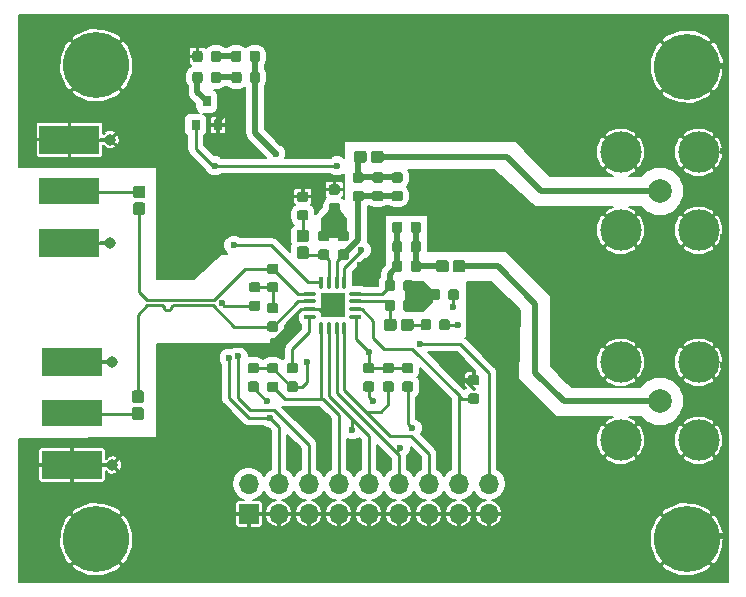
<source format=gbr>
G04 #@! TF.GenerationSoftware,KiCad,Pcbnew,(6.0.0-rc1-dev-1233-g630baa372)*
G04 #@! TF.CreationDate,2018-11-22T01:35:06+01:00*
G04 #@! TF.ProjectId,sdi-devboard,7364692d-6465-4766-926f-6172642e6b69,rev?*
G04 #@! TF.SameCoordinates,Original*
G04 #@! TF.FileFunction,Copper,L1,Top*
G04 #@! TF.FilePolarity,Positive*
%FSLAX46Y46*%
G04 Gerber Fmt 4.6, Leading zero omitted, Abs format (unit mm)*
G04 Created by KiCad (PCBNEW (6.0.0-rc1-dev-1233-g630baa372)) date Thu 22 Nov 2018 01:35:06 AM CET*
%MOMM*%
%LPD*%
G01*
G04 APERTURE LIST*
%ADD10C,0.100000*%
G04 #@! TA.AperFunction,ComponentPad*
%ADD11C,3.500000*%
G04 #@! TD*
G04 #@! TA.AperFunction,ComponentPad*
%ADD12C,2.000000*%
G04 #@! TD*
G04 #@! TA.AperFunction,ComponentPad*
%ADD13O,1.700000X1.700000*%
G04 #@! TD*
G04 #@! TA.AperFunction,ComponentPad*
%ADD14R,1.700000X1.700000*%
G04 #@! TD*
G04 #@! TA.AperFunction,Conductor*
%ADD15C,0.100000*%
G04 #@! TD*
G04 #@! TA.AperFunction,SMDPad,CuDef*
%ADD16C,0.875000*%
G04 #@! TD*
G04 #@! TA.AperFunction,SMDPad,CuDef*
%ADD17C,1.050000*%
G04 #@! TD*
G04 #@! TA.AperFunction,Conductor*
%ADD18R,0.950000X0.460000*%
G04 #@! TD*
G04 #@! TA.AperFunction,ViaPad*
%ADD19C,0.970000*%
G04 #@! TD*
G04 #@! TA.AperFunction,SMDPad,CuDef*
%ADD20R,5.080000X2.420000*%
G04 #@! TD*
G04 #@! TA.AperFunction,SMDPad,CuDef*
%ADD21R,5.080000X2.290000*%
G04 #@! TD*
G04 #@! TA.AperFunction,ViaPad*
%ADD22C,0.600000*%
G04 #@! TD*
G04 #@! TA.AperFunction,SMDPad,CuDef*
%ADD23R,2.100000X2.100000*%
G04 #@! TD*
G04 #@! TA.AperFunction,BGAPad,CuDef*
%ADD24C,0.350000*%
G04 #@! TD*
G04 #@! TA.AperFunction,SMDPad,CuDef*
%ADD25R,0.350000X0.825000*%
G04 #@! TD*
G04 #@! TA.AperFunction,SMDPad,CuDef*
%ADD26R,0.825000X0.350000*%
G04 #@! TD*
G04 #@! TA.AperFunction,SMDPad,CuDef*
%ADD27R,0.800000X0.900000*%
G04 #@! TD*
G04 #@! TA.AperFunction,ComponentPad*
%ADD28C,5.600000*%
G04 #@! TD*
G04 #@! TA.AperFunction,Conductor*
%ADD29C,0.254000*%
G04 #@! TD*
G04 #@! TA.AperFunction,Conductor*
%ADD30C,0.508000*%
G04 #@! TD*
G04 #@! TA.AperFunction,Conductor*
%ADD31C,0.127000*%
G04 #@! TD*
G04 APERTURE END LIST*
D10*
G36*
X157480000Y-85852000D02*
X159004000Y-85852000D01*
X159766000Y-86614000D01*
X159766000Y-87630000D01*
X159004000Y-88392000D01*
X157480000Y-88392000D01*
X157480000Y-85852000D01*
G37*
X157480000Y-85852000D02*
X159004000Y-85852000D01*
X159766000Y-86614000D01*
X159766000Y-87630000D01*
X159004000Y-88392000D01*
X157480000Y-88392000D01*
X157480000Y-85852000D01*
D11*
G04 #@! TO.P,J5,2*
G04 #@! TO.N,GND*
X175770000Y-81532000D03*
X175770000Y-74932000D03*
X182370000Y-74932000D03*
X182370000Y-81532000D03*
D12*
G04 #@! TO.P,J5,1*
G04 #@! TO.N,Net-(C14-Pad2)*
X179070000Y-78232000D03*
G04 #@! TD*
D11*
G04 #@! TO.P,J4,2*
G04 #@! TO.N,GND*
X175770000Y-99312000D03*
X175770000Y-92712000D03*
X182370000Y-92712000D03*
X182370000Y-99312000D03*
D12*
G04 #@! TO.P,J4,1*
G04 #@! TO.N,Net-(C13-Pad2)*
X179070000Y-96012000D03*
G04 #@! TD*
D13*
G04 #@! TO.P,J3,18*
G04 #@! TO.N,+3V3*
X164592000Y-102997000D03*
G04 #@! TO.P,J3,17*
G04 #@! TO.N,GND*
X164592000Y-105537000D03*
G04 #@! TO.P,J3,16*
G04 #@! TO.N,/CTRL_SDHD*
X162052000Y-102997000D03*
G04 #@! TO.P,J3,15*
G04 #@! TO.N,GND*
X162052000Y-105537000D03*
G04 #@! TO.P,J3,14*
G04 #@! TO.N,/CTRL_SCL*
X159512000Y-102997000D03*
G04 #@! TO.P,J3,13*
G04 #@! TO.N,GND*
X159512000Y-105537000D03*
G04 #@! TO.P,J3,12*
G04 #@! TO.N,/CTRL_SDA*
X156972000Y-102997000D03*
G04 #@! TO.P,J3,11*
G04 #@! TO.N,GND*
X156972000Y-105537000D03*
G04 #@! TO.P,J3,10*
G04 #@! TO.N,/CTRL_ENABLE*
X154432000Y-102997000D03*
G04 #@! TO.P,J3,9*
G04 #@! TO.N,GND*
X154432000Y-105537000D03*
G04 #@! TO.P,J3,8*
G04 #@! TO.N,/CTRL_RSTI*
X151892000Y-102997000D03*
G04 #@! TO.P,J3,7*
G04 #@! TO.N,GND*
X151892000Y-105537000D03*
G04 #@! TO.P,J3,6*
G04 #@! TO.N,/CTRL_RSTO*
X149352000Y-102997000D03*
G04 #@! TO.P,J3,5*
G04 #@! TO.N,GND*
X149352000Y-105537000D03*
G04 #@! TO.P,J3,4*
G04 #@! TO.N,/CTRL_FAULT*
X146812000Y-102997000D03*
G04 #@! TO.P,J3,3*
G04 #@! TO.N,GND*
X146812000Y-105537000D03*
G04 #@! TO.P,J3,2*
G04 #@! TO.N,+3V3*
X144272000Y-102997000D03*
D14*
G04 #@! TO.P,J3,1*
G04 #@! TO.N,GND*
X144272000Y-105537000D03*
G04 #@! TD*
D15*
G04 #@! TO.N,Net-(R8-Pad2)*
G04 #@! TO.C,R8*
G36*
X148232691Y-92756053D02*
X148253926Y-92759203D01*
X148274750Y-92764419D01*
X148294962Y-92771651D01*
X148314368Y-92780830D01*
X148332781Y-92791866D01*
X148350024Y-92804654D01*
X148365930Y-92819070D01*
X148380346Y-92834976D01*
X148393134Y-92852219D01*
X148404170Y-92870632D01*
X148413349Y-92890038D01*
X148420581Y-92910250D01*
X148425797Y-92931074D01*
X148428947Y-92952309D01*
X148430000Y-92973750D01*
X148430000Y-93411250D01*
X148428947Y-93432691D01*
X148425797Y-93453926D01*
X148420581Y-93474750D01*
X148413349Y-93494962D01*
X148404170Y-93514368D01*
X148393134Y-93532781D01*
X148380346Y-93550024D01*
X148365930Y-93565930D01*
X148350024Y-93580346D01*
X148332781Y-93593134D01*
X148314368Y-93604170D01*
X148294962Y-93613349D01*
X148274750Y-93620581D01*
X148253926Y-93625797D01*
X148232691Y-93628947D01*
X148211250Y-93630000D01*
X147698750Y-93630000D01*
X147677309Y-93628947D01*
X147656074Y-93625797D01*
X147635250Y-93620581D01*
X147615038Y-93613349D01*
X147595632Y-93604170D01*
X147577219Y-93593134D01*
X147559976Y-93580346D01*
X147544070Y-93565930D01*
X147529654Y-93550024D01*
X147516866Y-93532781D01*
X147505830Y-93514368D01*
X147496651Y-93494962D01*
X147489419Y-93474750D01*
X147484203Y-93453926D01*
X147481053Y-93432691D01*
X147480000Y-93411250D01*
X147480000Y-92973750D01*
X147481053Y-92952309D01*
X147484203Y-92931074D01*
X147489419Y-92910250D01*
X147496651Y-92890038D01*
X147505830Y-92870632D01*
X147516866Y-92852219D01*
X147529654Y-92834976D01*
X147544070Y-92819070D01*
X147559976Y-92804654D01*
X147577219Y-92791866D01*
X147595632Y-92780830D01*
X147615038Y-92771651D01*
X147635250Y-92764419D01*
X147656074Y-92759203D01*
X147677309Y-92756053D01*
X147698750Y-92755000D01*
X148211250Y-92755000D01*
X148232691Y-92756053D01*
X148232691Y-92756053D01*
G37*
D16*
G04 #@! TD*
G04 #@! TO.P,R8,2*
G04 #@! TO.N,Net-(R8-Pad2)*
X147955000Y-93192500D03*
D15*
G04 #@! TO.N,+3V3*
G04 #@! TO.C,R8*
G36*
X148232691Y-94331053D02*
X148253926Y-94334203D01*
X148274750Y-94339419D01*
X148294962Y-94346651D01*
X148314368Y-94355830D01*
X148332781Y-94366866D01*
X148350024Y-94379654D01*
X148365930Y-94394070D01*
X148380346Y-94409976D01*
X148393134Y-94427219D01*
X148404170Y-94445632D01*
X148413349Y-94465038D01*
X148420581Y-94485250D01*
X148425797Y-94506074D01*
X148428947Y-94527309D01*
X148430000Y-94548750D01*
X148430000Y-94986250D01*
X148428947Y-95007691D01*
X148425797Y-95028926D01*
X148420581Y-95049750D01*
X148413349Y-95069962D01*
X148404170Y-95089368D01*
X148393134Y-95107781D01*
X148380346Y-95125024D01*
X148365930Y-95140930D01*
X148350024Y-95155346D01*
X148332781Y-95168134D01*
X148314368Y-95179170D01*
X148294962Y-95188349D01*
X148274750Y-95195581D01*
X148253926Y-95200797D01*
X148232691Y-95203947D01*
X148211250Y-95205000D01*
X147698750Y-95205000D01*
X147677309Y-95203947D01*
X147656074Y-95200797D01*
X147635250Y-95195581D01*
X147615038Y-95188349D01*
X147595632Y-95179170D01*
X147577219Y-95168134D01*
X147559976Y-95155346D01*
X147544070Y-95140930D01*
X147529654Y-95125024D01*
X147516866Y-95107781D01*
X147505830Y-95089368D01*
X147496651Y-95069962D01*
X147489419Y-95049750D01*
X147484203Y-95028926D01*
X147481053Y-95007691D01*
X147480000Y-94986250D01*
X147480000Y-94548750D01*
X147481053Y-94527309D01*
X147484203Y-94506074D01*
X147489419Y-94485250D01*
X147496651Y-94465038D01*
X147505830Y-94445632D01*
X147516866Y-94427219D01*
X147529654Y-94409976D01*
X147544070Y-94394070D01*
X147559976Y-94379654D01*
X147577219Y-94366866D01*
X147595632Y-94355830D01*
X147615038Y-94346651D01*
X147635250Y-94339419D01*
X147656074Y-94334203D01*
X147677309Y-94331053D01*
X147698750Y-94330000D01*
X148211250Y-94330000D01*
X148232691Y-94331053D01*
X148232691Y-94331053D01*
G37*
D16*
G04 #@! TD*
G04 #@! TO.P,R8,1*
G04 #@! TO.N,+3V3*
X147955000Y-94767500D03*
D15*
G04 #@! TO.N,/CTRL_SCL*
G04 #@! TO.C,R19*
G36*
X156360691Y-94331053D02*
X156381926Y-94334203D01*
X156402750Y-94339419D01*
X156422962Y-94346651D01*
X156442368Y-94355830D01*
X156460781Y-94366866D01*
X156478024Y-94379654D01*
X156493930Y-94394070D01*
X156508346Y-94409976D01*
X156521134Y-94427219D01*
X156532170Y-94445632D01*
X156541349Y-94465038D01*
X156548581Y-94485250D01*
X156553797Y-94506074D01*
X156556947Y-94527309D01*
X156558000Y-94548750D01*
X156558000Y-94986250D01*
X156556947Y-95007691D01*
X156553797Y-95028926D01*
X156548581Y-95049750D01*
X156541349Y-95069962D01*
X156532170Y-95089368D01*
X156521134Y-95107781D01*
X156508346Y-95125024D01*
X156493930Y-95140930D01*
X156478024Y-95155346D01*
X156460781Y-95168134D01*
X156442368Y-95179170D01*
X156422962Y-95188349D01*
X156402750Y-95195581D01*
X156381926Y-95200797D01*
X156360691Y-95203947D01*
X156339250Y-95205000D01*
X155826750Y-95205000D01*
X155805309Y-95203947D01*
X155784074Y-95200797D01*
X155763250Y-95195581D01*
X155743038Y-95188349D01*
X155723632Y-95179170D01*
X155705219Y-95168134D01*
X155687976Y-95155346D01*
X155672070Y-95140930D01*
X155657654Y-95125024D01*
X155644866Y-95107781D01*
X155633830Y-95089368D01*
X155624651Y-95069962D01*
X155617419Y-95049750D01*
X155612203Y-95028926D01*
X155609053Y-95007691D01*
X155608000Y-94986250D01*
X155608000Y-94548750D01*
X155609053Y-94527309D01*
X155612203Y-94506074D01*
X155617419Y-94485250D01*
X155624651Y-94465038D01*
X155633830Y-94445632D01*
X155644866Y-94427219D01*
X155657654Y-94409976D01*
X155672070Y-94394070D01*
X155687976Y-94379654D01*
X155705219Y-94366866D01*
X155723632Y-94355830D01*
X155743038Y-94346651D01*
X155763250Y-94339419D01*
X155784074Y-94334203D01*
X155805309Y-94331053D01*
X155826750Y-94330000D01*
X156339250Y-94330000D01*
X156360691Y-94331053D01*
X156360691Y-94331053D01*
G37*
D16*
G04 #@! TD*
G04 #@! TO.P,R19,2*
G04 #@! TO.N,/CTRL_SCL*
X156083000Y-94767500D03*
D15*
G04 #@! TO.N,+3V3*
G04 #@! TO.C,R19*
G36*
X156360691Y-92756053D02*
X156381926Y-92759203D01*
X156402750Y-92764419D01*
X156422962Y-92771651D01*
X156442368Y-92780830D01*
X156460781Y-92791866D01*
X156478024Y-92804654D01*
X156493930Y-92819070D01*
X156508346Y-92834976D01*
X156521134Y-92852219D01*
X156532170Y-92870632D01*
X156541349Y-92890038D01*
X156548581Y-92910250D01*
X156553797Y-92931074D01*
X156556947Y-92952309D01*
X156558000Y-92973750D01*
X156558000Y-93411250D01*
X156556947Y-93432691D01*
X156553797Y-93453926D01*
X156548581Y-93474750D01*
X156541349Y-93494962D01*
X156532170Y-93514368D01*
X156521134Y-93532781D01*
X156508346Y-93550024D01*
X156493930Y-93565930D01*
X156478024Y-93580346D01*
X156460781Y-93593134D01*
X156442368Y-93604170D01*
X156422962Y-93613349D01*
X156402750Y-93620581D01*
X156381926Y-93625797D01*
X156360691Y-93628947D01*
X156339250Y-93630000D01*
X155826750Y-93630000D01*
X155805309Y-93628947D01*
X155784074Y-93625797D01*
X155763250Y-93620581D01*
X155743038Y-93613349D01*
X155723632Y-93604170D01*
X155705219Y-93593134D01*
X155687976Y-93580346D01*
X155672070Y-93565930D01*
X155657654Y-93550024D01*
X155644866Y-93532781D01*
X155633830Y-93514368D01*
X155624651Y-93494962D01*
X155617419Y-93474750D01*
X155612203Y-93453926D01*
X155609053Y-93432691D01*
X155608000Y-93411250D01*
X155608000Y-92973750D01*
X155609053Y-92952309D01*
X155612203Y-92931074D01*
X155617419Y-92910250D01*
X155624651Y-92890038D01*
X155633830Y-92870632D01*
X155644866Y-92852219D01*
X155657654Y-92834976D01*
X155672070Y-92819070D01*
X155687976Y-92804654D01*
X155705219Y-92791866D01*
X155723632Y-92780830D01*
X155743038Y-92771651D01*
X155763250Y-92764419D01*
X155784074Y-92759203D01*
X155805309Y-92756053D01*
X155826750Y-92755000D01*
X156339250Y-92755000D01*
X156360691Y-92756053D01*
X156360691Y-92756053D01*
G37*
D16*
G04 #@! TD*
G04 #@! TO.P,R19,1*
G04 #@! TO.N,+3V3*
X156083000Y-93192500D03*
D15*
G04 #@! TO.N,/CTRL_SDA*
G04 #@! TO.C,R18*
G36*
X158011691Y-94331053D02*
X158032926Y-94334203D01*
X158053750Y-94339419D01*
X158073962Y-94346651D01*
X158093368Y-94355830D01*
X158111781Y-94366866D01*
X158129024Y-94379654D01*
X158144930Y-94394070D01*
X158159346Y-94409976D01*
X158172134Y-94427219D01*
X158183170Y-94445632D01*
X158192349Y-94465038D01*
X158199581Y-94485250D01*
X158204797Y-94506074D01*
X158207947Y-94527309D01*
X158209000Y-94548750D01*
X158209000Y-94986250D01*
X158207947Y-95007691D01*
X158204797Y-95028926D01*
X158199581Y-95049750D01*
X158192349Y-95069962D01*
X158183170Y-95089368D01*
X158172134Y-95107781D01*
X158159346Y-95125024D01*
X158144930Y-95140930D01*
X158129024Y-95155346D01*
X158111781Y-95168134D01*
X158093368Y-95179170D01*
X158073962Y-95188349D01*
X158053750Y-95195581D01*
X158032926Y-95200797D01*
X158011691Y-95203947D01*
X157990250Y-95205000D01*
X157477750Y-95205000D01*
X157456309Y-95203947D01*
X157435074Y-95200797D01*
X157414250Y-95195581D01*
X157394038Y-95188349D01*
X157374632Y-95179170D01*
X157356219Y-95168134D01*
X157338976Y-95155346D01*
X157323070Y-95140930D01*
X157308654Y-95125024D01*
X157295866Y-95107781D01*
X157284830Y-95089368D01*
X157275651Y-95069962D01*
X157268419Y-95049750D01*
X157263203Y-95028926D01*
X157260053Y-95007691D01*
X157259000Y-94986250D01*
X157259000Y-94548750D01*
X157260053Y-94527309D01*
X157263203Y-94506074D01*
X157268419Y-94485250D01*
X157275651Y-94465038D01*
X157284830Y-94445632D01*
X157295866Y-94427219D01*
X157308654Y-94409976D01*
X157323070Y-94394070D01*
X157338976Y-94379654D01*
X157356219Y-94366866D01*
X157374632Y-94355830D01*
X157394038Y-94346651D01*
X157414250Y-94339419D01*
X157435074Y-94334203D01*
X157456309Y-94331053D01*
X157477750Y-94330000D01*
X157990250Y-94330000D01*
X158011691Y-94331053D01*
X158011691Y-94331053D01*
G37*
D16*
G04 #@! TD*
G04 #@! TO.P,R18,2*
G04 #@! TO.N,/CTRL_SDA*
X157734000Y-94767500D03*
D15*
G04 #@! TO.N,+3V3*
G04 #@! TO.C,R18*
G36*
X158011691Y-92756053D02*
X158032926Y-92759203D01*
X158053750Y-92764419D01*
X158073962Y-92771651D01*
X158093368Y-92780830D01*
X158111781Y-92791866D01*
X158129024Y-92804654D01*
X158144930Y-92819070D01*
X158159346Y-92834976D01*
X158172134Y-92852219D01*
X158183170Y-92870632D01*
X158192349Y-92890038D01*
X158199581Y-92910250D01*
X158204797Y-92931074D01*
X158207947Y-92952309D01*
X158209000Y-92973750D01*
X158209000Y-93411250D01*
X158207947Y-93432691D01*
X158204797Y-93453926D01*
X158199581Y-93474750D01*
X158192349Y-93494962D01*
X158183170Y-93514368D01*
X158172134Y-93532781D01*
X158159346Y-93550024D01*
X158144930Y-93565930D01*
X158129024Y-93580346D01*
X158111781Y-93593134D01*
X158093368Y-93604170D01*
X158073962Y-93613349D01*
X158053750Y-93620581D01*
X158032926Y-93625797D01*
X158011691Y-93628947D01*
X157990250Y-93630000D01*
X157477750Y-93630000D01*
X157456309Y-93628947D01*
X157435074Y-93625797D01*
X157414250Y-93620581D01*
X157394038Y-93613349D01*
X157374632Y-93604170D01*
X157356219Y-93593134D01*
X157338976Y-93580346D01*
X157323070Y-93565930D01*
X157308654Y-93550024D01*
X157295866Y-93532781D01*
X157284830Y-93514368D01*
X157275651Y-93494962D01*
X157268419Y-93474750D01*
X157263203Y-93453926D01*
X157260053Y-93432691D01*
X157259000Y-93411250D01*
X157259000Y-92973750D01*
X157260053Y-92952309D01*
X157263203Y-92931074D01*
X157268419Y-92910250D01*
X157275651Y-92890038D01*
X157284830Y-92870632D01*
X157295866Y-92852219D01*
X157308654Y-92834976D01*
X157323070Y-92819070D01*
X157338976Y-92804654D01*
X157356219Y-92791866D01*
X157374632Y-92780830D01*
X157394038Y-92771651D01*
X157414250Y-92764419D01*
X157435074Y-92759203D01*
X157456309Y-92756053D01*
X157477750Y-92755000D01*
X157990250Y-92755000D01*
X158011691Y-92756053D01*
X158011691Y-92756053D01*
G37*
D16*
G04 #@! TD*
G04 #@! TO.P,R18,1*
G04 #@! TO.N,+3V3*
X157734000Y-93192500D03*
D15*
G04 #@! TO.N,Net-(C4-Pad2)*
G04 #@! TO.C,C4*
G36*
X135173505Y-96519704D02*
X135197773Y-96523304D01*
X135221572Y-96529265D01*
X135244671Y-96537530D01*
X135266850Y-96548020D01*
X135287893Y-96560632D01*
X135307599Y-96575247D01*
X135325777Y-96591723D01*
X135342253Y-96609901D01*
X135356868Y-96629607D01*
X135369480Y-96650650D01*
X135379970Y-96672829D01*
X135388235Y-96695928D01*
X135394196Y-96719727D01*
X135397796Y-96743995D01*
X135399000Y-96768499D01*
X135399000Y-97343501D01*
X135397796Y-97368005D01*
X135394196Y-97392273D01*
X135388235Y-97416072D01*
X135379970Y-97439171D01*
X135369480Y-97461350D01*
X135356868Y-97482393D01*
X135342253Y-97502099D01*
X135325777Y-97520277D01*
X135307599Y-97536753D01*
X135287893Y-97551368D01*
X135266850Y-97563980D01*
X135244671Y-97574470D01*
X135221572Y-97582735D01*
X135197773Y-97588696D01*
X135173505Y-97592296D01*
X135149001Y-97593500D01*
X134598999Y-97593500D01*
X134574495Y-97592296D01*
X134550227Y-97588696D01*
X134526428Y-97582735D01*
X134503329Y-97574470D01*
X134481150Y-97563980D01*
X134460107Y-97551368D01*
X134440401Y-97536753D01*
X134422223Y-97520277D01*
X134405747Y-97502099D01*
X134391132Y-97482393D01*
X134378520Y-97461350D01*
X134368030Y-97439171D01*
X134359765Y-97416072D01*
X134353804Y-97392273D01*
X134350204Y-97368005D01*
X134349000Y-97343501D01*
X134349000Y-96768499D01*
X134350204Y-96743995D01*
X134353804Y-96719727D01*
X134359765Y-96695928D01*
X134368030Y-96672829D01*
X134378520Y-96650650D01*
X134391132Y-96629607D01*
X134405747Y-96609901D01*
X134422223Y-96591723D01*
X134440401Y-96575247D01*
X134460107Y-96560632D01*
X134481150Y-96548020D01*
X134503329Y-96537530D01*
X134526428Y-96529265D01*
X134550227Y-96523304D01*
X134574495Y-96519704D01*
X134598999Y-96518500D01*
X135149001Y-96518500D01*
X135173505Y-96519704D01*
X135173505Y-96519704D01*
G37*
D17*
G04 #@! TD*
G04 #@! TO.P,C4,2*
G04 #@! TO.N,Net-(C4-Pad2)*
X134874000Y-97056000D03*
D15*
G04 #@! TO.N,/SDI_N*
G04 #@! TO.C,C4*
G36*
X135173505Y-95094704D02*
X135197773Y-95098304D01*
X135221572Y-95104265D01*
X135244671Y-95112530D01*
X135266850Y-95123020D01*
X135287893Y-95135632D01*
X135307599Y-95150247D01*
X135325777Y-95166723D01*
X135342253Y-95184901D01*
X135356868Y-95204607D01*
X135369480Y-95225650D01*
X135379970Y-95247829D01*
X135388235Y-95270928D01*
X135394196Y-95294727D01*
X135397796Y-95318995D01*
X135399000Y-95343499D01*
X135399000Y-95918501D01*
X135397796Y-95943005D01*
X135394196Y-95967273D01*
X135388235Y-95991072D01*
X135379970Y-96014171D01*
X135369480Y-96036350D01*
X135356868Y-96057393D01*
X135342253Y-96077099D01*
X135325777Y-96095277D01*
X135307599Y-96111753D01*
X135287893Y-96126368D01*
X135266850Y-96138980D01*
X135244671Y-96149470D01*
X135221572Y-96157735D01*
X135197773Y-96163696D01*
X135173505Y-96167296D01*
X135149001Y-96168500D01*
X134598999Y-96168500D01*
X134574495Y-96167296D01*
X134550227Y-96163696D01*
X134526428Y-96157735D01*
X134503329Y-96149470D01*
X134481150Y-96138980D01*
X134460107Y-96126368D01*
X134440401Y-96111753D01*
X134422223Y-96095277D01*
X134405747Y-96077099D01*
X134391132Y-96057393D01*
X134378520Y-96036350D01*
X134368030Y-96014171D01*
X134359765Y-95991072D01*
X134353804Y-95967273D01*
X134350204Y-95943005D01*
X134349000Y-95918501D01*
X134349000Y-95343499D01*
X134350204Y-95318995D01*
X134353804Y-95294727D01*
X134359765Y-95270928D01*
X134368030Y-95247829D01*
X134378520Y-95225650D01*
X134391132Y-95204607D01*
X134405747Y-95184901D01*
X134422223Y-95166723D01*
X134440401Y-95150247D01*
X134460107Y-95135632D01*
X134481150Y-95123020D01*
X134503329Y-95112530D01*
X134526428Y-95104265D01*
X134550227Y-95098304D01*
X134574495Y-95094704D01*
X134598999Y-95093500D01*
X135149001Y-95093500D01*
X135173505Y-95094704D01*
X135173505Y-95094704D01*
G37*
D17*
G04 #@! TD*
G04 #@! TO.P,C4,1*
G04 #@! TO.N,/SDI_N*
X134874000Y-95631000D03*
D18*
G04 #@! TO.N,GND*
G04 #@! TO.C,J1*
X132080000Y-82612000D03*
X132080000Y-73852000D03*
D19*
X132530000Y-82612000D03*
X132530000Y-73852000D03*
D20*
G04 #@! TD*
G04 #@! TO.P,J1,2*
G04 #@! TO.N,GND*
X129090000Y-82612000D03*
G04 #@! TO.P,J1,2*
G04 #@! TO.N,GND*
X129090000Y-73852000D03*
D21*
G04 #@! TO.P,J1,1*
G04 #@! TO.N,Net-(C3-Pad2)*
X129090000Y-78232000D03*
G04 #@! TD*
D22*
G04 #@! TO.N,GND*
G04 #@! TO.C,U1*
X152134000Y-88634000D03*
X150634000Y-88634000D03*
X152134000Y-87134000D03*
X150634000Y-87134000D03*
X151384000Y-87884000D03*
D23*
G04 #@! TD*
G04 #@! TO.P,U1,17*
G04 #@! TO.N,GND*
X151384000Y-87884000D03*
D24*
G04 #@! TO.P,U1,16*
G04 #@! TO.N,/CTRL_RSTO*
X150409000Y-86309000D03*
D25*
X150409000Y-85896500D03*
D24*
G04 #@! TO.P,U1,15*
G04 #@! TO.N,Net-(C10-Pad1)*
X151059000Y-86309000D03*
D25*
X151059000Y-85896500D03*
D24*
G04 #@! TO.P,U1,14*
G04 #@! TO.N,Net-(C12-Pad2)*
X151709000Y-86309000D03*
D25*
X151709000Y-85896500D03*
D24*
G04 #@! TO.P,U1,13*
G04 #@! TO.N,/CTRL_FAULT*
X152359000Y-86309000D03*
D25*
X152359000Y-85896500D03*
D24*
G04 #@! TO.P,U1,12*
G04 #@! TO.N,Net-(C11-Pad2)*
X152959000Y-86909000D03*
D26*
X153371500Y-86909000D03*
D24*
G04 #@! TO.P,U1,11*
G04 #@! TO.N,Net-(C9-Pad1)*
X152959000Y-87559000D03*
D26*
X153371500Y-87559000D03*
D24*
G04 #@! TO.P,U1,10*
G04 #@! TO.N,/CTRL_SDHD*
X152959000Y-88209000D03*
D26*
X153371500Y-88209000D03*
D24*
G04 #@! TO.P,U1,9*
G04 #@! TO.N,+3V3*
X152959000Y-88859000D03*
D26*
X153371500Y-88859000D03*
D24*
G04 #@! TO.P,U1,8*
G04 #@! TO.N,/CTRL_SCL*
X152359000Y-89459000D03*
D25*
X152359000Y-89871500D03*
D24*
G04 #@! TO.P,U1,7*
G04 #@! TO.N,/CTRL_SDA*
X151709000Y-89459000D03*
D25*
X151709000Y-89871500D03*
D24*
G04 #@! TO.P,U1,6*
G04 #@! TO.N,/CTRL_ENABLE*
X151059000Y-89459000D03*
D25*
X151059000Y-89871500D03*
D24*
G04 #@! TO.P,U1,5*
G04 #@! TO.N,/CTRL_RSTI*
X150409000Y-89459000D03*
D25*
X150409000Y-89871500D03*
D24*
G04 #@! TO.P,U1,4*
G04 #@! TO.N,Net-(R8-Pad2)*
X149809000Y-88859000D03*
D26*
X149396500Y-88859000D03*
D24*
G04 #@! TO.P,U1,3*
G04 #@! TO.N,GND*
X149809000Y-88209000D03*
D26*
X149396500Y-88209000D03*
D24*
G04 #@! TO.P,U1,2*
G04 #@! TO.N,/SDI_N*
X149809000Y-87559000D03*
D26*
X149396500Y-87559000D03*
D24*
G04 #@! TO.P,U1,1*
G04 #@! TO.N,/SDI_P*
X149809000Y-86909000D03*
D26*
X149396500Y-86909000D03*
G04 #@! TD*
D15*
G04 #@! TO.N,Net-(C12-Pad2)*
G04 #@! TO.C,R17*
G36*
X155471691Y-78202053D02*
X155492926Y-78205203D01*
X155513750Y-78210419D01*
X155533962Y-78217651D01*
X155553368Y-78226830D01*
X155571781Y-78237866D01*
X155589024Y-78250654D01*
X155604930Y-78265070D01*
X155619346Y-78280976D01*
X155632134Y-78298219D01*
X155643170Y-78316632D01*
X155652349Y-78336038D01*
X155659581Y-78356250D01*
X155664797Y-78377074D01*
X155667947Y-78398309D01*
X155669000Y-78419750D01*
X155669000Y-78857250D01*
X155667947Y-78878691D01*
X155664797Y-78899926D01*
X155659581Y-78920750D01*
X155652349Y-78940962D01*
X155643170Y-78960368D01*
X155632134Y-78978781D01*
X155619346Y-78996024D01*
X155604930Y-79011930D01*
X155589024Y-79026346D01*
X155571781Y-79039134D01*
X155553368Y-79050170D01*
X155533962Y-79059349D01*
X155513750Y-79066581D01*
X155492926Y-79071797D01*
X155471691Y-79074947D01*
X155450250Y-79076000D01*
X154937750Y-79076000D01*
X154916309Y-79074947D01*
X154895074Y-79071797D01*
X154874250Y-79066581D01*
X154854038Y-79059349D01*
X154834632Y-79050170D01*
X154816219Y-79039134D01*
X154798976Y-79026346D01*
X154783070Y-79011930D01*
X154768654Y-78996024D01*
X154755866Y-78978781D01*
X154744830Y-78960368D01*
X154735651Y-78940962D01*
X154728419Y-78920750D01*
X154723203Y-78899926D01*
X154720053Y-78878691D01*
X154719000Y-78857250D01*
X154719000Y-78419750D01*
X154720053Y-78398309D01*
X154723203Y-78377074D01*
X154728419Y-78356250D01*
X154735651Y-78336038D01*
X154744830Y-78316632D01*
X154755866Y-78298219D01*
X154768654Y-78280976D01*
X154783070Y-78265070D01*
X154798976Y-78250654D01*
X154816219Y-78237866D01*
X154834632Y-78226830D01*
X154854038Y-78217651D01*
X154874250Y-78210419D01*
X154895074Y-78205203D01*
X154916309Y-78202053D01*
X154937750Y-78201000D01*
X155450250Y-78201000D01*
X155471691Y-78202053D01*
X155471691Y-78202053D01*
G37*
D16*
G04 #@! TD*
G04 #@! TO.P,R17,2*
G04 #@! TO.N,Net-(C12-Pad2)*
X155194000Y-78638500D03*
D15*
G04 #@! TO.N,Net-(C12-Pad1)*
G04 #@! TO.C,R17*
G36*
X155471691Y-76627053D02*
X155492926Y-76630203D01*
X155513750Y-76635419D01*
X155533962Y-76642651D01*
X155553368Y-76651830D01*
X155571781Y-76662866D01*
X155589024Y-76675654D01*
X155604930Y-76690070D01*
X155619346Y-76705976D01*
X155632134Y-76723219D01*
X155643170Y-76741632D01*
X155652349Y-76761038D01*
X155659581Y-76781250D01*
X155664797Y-76802074D01*
X155667947Y-76823309D01*
X155669000Y-76844750D01*
X155669000Y-77282250D01*
X155667947Y-77303691D01*
X155664797Y-77324926D01*
X155659581Y-77345750D01*
X155652349Y-77365962D01*
X155643170Y-77385368D01*
X155632134Y-77403781D01*
X155619346Y-77421024D01*
X155604930Y-77436930D01*
X155589024Y-77451346D01*
X155571781Y-77464134D01*
X155553368Y-77475170D01*
X155533962Y-77484349D01*
X155513750Y-77491581D01*
X155492926Y-77496797D01*
X155471691Y-77499947D01*
X155450250Y-77501000D01*
X154937750Y-77501000D01*
X154916309Y-77499947D01*
X154895074Y-77496797D01*
X154874250Y-77491581D01*
X154854038Y-77484349D01*
X154834632Y-77475170D01*
X154816219Y-77464134D01*
X154798976Y-77451346D01*
X154783070Y-77436930D01*
X154768654Y-77421024D01*
X154755866Y-77403781D01*
X154744830Y-77385368D01*
X154735651Y-77365962D01*
X154728419Y-77345750D01*
X154723203Y-77324926D01*
X154720053Y-77303691D01*
X154719000Y-77282250D01*
X154719000Y-76844750D01*
X154720053Y-76823309D01*
X154723203Y-76802074D01*
X154728419Y-76781250D01*
X154735651Y-76761038D01*
X154744830Y-76741632D01*
X154755866Y-76723219D01*
X154768654Y-76705976D01*
X154783070Y-76690070D01*
X154798976Y-76675654D01*
X154816219Y-76662866D01*
X154834632Y-76651830D01*
X154854038Y-76642651D01*
X154874250Y-76635419D01*
X154895074Y-76630203D01*
X154916309Y-76627053D01*
X154937750Y-76626000D01*
X155450250Y-76626000D01*
X155471691Y-76627053D01*
X155471691Y-76627053D01*
G37*
D16*
G04 #@! TD*
G04 #@! TO.P,R17,1*
G04 #@! TO.N,Net-(C12-Pad1)*
X155194000Y-77063500D03*
D15*
G04 #@! TO.N,Net-(C11-Pad2)*
G04 #@! TO.C,R16*
G36*
X157085191Y-82457053D02*
X157106426Y-82460203D01*
X157127250Y-82465419D01*
X157147462Y-82472651D01*
X157166868Y-82481830D01*
X157185281Y-82492866D01*
X157202524Y-82505654D01*
X157218430Y-82520070D01*
X157232846Y-82535976D01*
X157245634Y-82553219D01*
X157256670Y-82571632D01*
X157265849Y-82591038D01*
X157273081Y-82611250D01*
X157278297Y-82632074D01*
X157281447Y-82653309D01*
X157282500Y-82674750D01*
X157282500Y-83187250D01*
X157281447Y-83208691D01*
X157278297Y-83229926D01*
X157273081Y-83250750D01*
X157265849Y-83270962D01*
X157256670Y-83290368D01*
X157245634Y-83308781D01*
X157232846Y-83326024D01*
X157218430Y-83341930D01*
X157202524Y-83356346D01*
X157185281Y-83369134D01*
X157166868Y-83380170D01*
X157147462Y-83389349D01*
X157127250Y-83396581D01*
X157106426Y-83401797D01*
X157085191Y-83404947D01*
X157063750Y-83406000D01*
X156626250Y-83406000D01*
X156604809Y-83404947D01*
X156583574Y-83401797D01*
X156562750Y-83396581D01*
X156542538Y-83389349D01*
X156523132Y-83380170D01*
X156504719Y-83369134D01*
X156487476Y-83356346D01*
X156471570Y-83341930D01*
X156457154Y-83326024D01*
X156444366Y-83308781D01*
X156433330Y-83290368D01*
X156424151Y-83270962D01*
X156416919Y-83250750D01*
X156411703Y-83229926D01*
X156408553Y-83208691D01*
X156407500Y-83187250D01*
X156407500Y-82674750D01*
X156408553Y-82653309D01*
X156411703Y-82632074D01*
X156416919Y-82611250D01*
X156424151Y-82591038D01*
X156433330Y-82571632D01*
X156444366Y-82553219D01*
X156457154Y-82535976D01*
X156471570Y-82520070D01*
X156487476Y-82505654D01*
X156504719Y-82492866D01*
X156523132Y-82481830D01*
X156542538Y-82472651D01*
X156562750Y-82465419D01*
X156583574Y-82460203D01*
X156604809Y-82457053D01*
X156626250Y-82456000D01*
X157063750Y-82456000D01*
X157085191Y-82457053D01*
X157085191Y-82457053D01*
G37*
D16*
G04 #@! TD*
G04 #@! TO.P,R16,2*
G04 #@! TO.N,Net-(C11-Pad2)*
X156845000Y-82931000D03*
D15*
G04 #@! TO.N,Net-(C11-Pad1)*
G04 #@! TO.C,R16*
G36*
X158660191Y-82457053D02*
X158681426Y-82460203D01*
X158702250Y-82465419D01*
X158722462Y-82472651D01*
X158741868Y-82481830D01*
X158760281Y-82492866D01*
X158777524Y-82505654D01*
X158793430Y-82520070D01*
X158807846Y-82535976D01*
X158820634Y-82553219D01*
X158831670Y-82571632D01*
X158840849Y-82591038D01*
X158848081Y-82611250D01*
X158853297Y-82632074D01*
X158856447Y-82653309D01*
X158857500Y-82674750D01*
X158857500Y-83187250D01*
X158856447Y-83208691D01*
X158853297Y-83229926D01*
X158848081Y-83250750D01*
X158840849Y-83270962D01*
X158831670Y-83290368D01*
X158820634Y-83308781D01*
X158807846Y-83326024D01*
X158793430Y-83341930D01*
X158777524Y-83356346D01*
X158760281Y-83369134D01*
X158741868Y-83380170D01*
X158722462Y-83389349D01*
X158702250Y-83396581D01*
X158681426Y-83401797D01*
X158660191Y-83404947D01*
X158638750Y-83406000D01*
X158201250Y-83406000D01*
X158179809Y-83404947D01*
X158158574Y-83401797D01*
X158137750Y-83396581D01*
X158117538Y-83389349D01*
X158098132Y-83380170D01*
X158079719Y-83369134D01*
X158062476Y-83356346D01*
X158046570Y-83341930D01*
X158032154Y-83326024D01*
X158019366Y-83308781D01*
X158008330Y-83290368D01*
X157999151Y-83270962D01*
X157991919Y-83250750D01*
X157986703Y-83229926D01*
X157983553Y-83208691D01*
X157982500Y-83187250D01*
X157982500Y-82674750D01*
X157983553Y-82653309D01*
X157986703Y-82632074D01*
X157991919Y-82611250D01*
X157999151Y-82591038D01*
X158008330Y-82571632D01*
X158019366Y-82553219D01*
X158032154Y-82535976D01*
X158046570Y-82520070D01*
X158062476Y-82505654D01*
X158079719Y-82492866D01*
X158098132Y-82481830D01*
X158117538Y-82472651D01*
X158137750Y-82465419D01*
X158158574Y-82460203D01*
X158179809Y-82457053D01*
X158201250Y-82456000D01*
X158638750Y-82456000D01*
X158660191Y-82457053D01*
X158660191Y-82457053D01*
G37*
D16*
G04 #@! TD*
G04 #@! TO.P,R16,1*
G04 #@! TO.N,Net-(C11-Pad1)*
X158420000Y-82931000D03*
D15*
G04 #@! TO.N,GND*
G04 #@! TO.C,R15*
G36*
X149121691Y-78252553D02*
X149142926Y-78255703D01*
X149163750Y-78260919D01*
X149183962Y-78268151D01*
X149203368Y-78277330D01*
X149221781Y-78288366D01*
X149239024Y-78301154D01*
X149254930Y-78315570D01*
X149269346Y-78331476D01*
X149282134Y-78348719D01*
X149293170Y-78367132D01*
X149302349Y-78386538D01*
X149309581Y-78406750D01*
X149314797Y-78427574D01*
X149317947Y-78448809D01*
X149319000Y-78470250D01*
X149319000Y-78907750D01*
X149317947Y-78929191D01*
X149314797Y-78950426D01*
X149309581Y-78971250D01*
X149302349Y-78991462D01*
X149293170Y-79010868D01*
X149282134Y-79029281D01*
X149269346Y-79046524D01*
X149254930Y-79062430D01*
X149239024Y-79076846D01*
X149221781Y-79089634D01*
X149203368Y-79100670D01*
X149183962Y-79109849D01*
X149163750Y-79117081D01*
X149142926Y-79122297D01*
X149121691Y-79125447D01*
X149100250Y-79126500D01*
X148587750Y-79126500D01*
X148566309Y-79125447D01*
X148545074Y-79122297D01*
X148524250Y-79117081D01*
X148504038Y-79109849D01*
X148484632Y-79100670D01*
X148466219Y-79089634D01*
X148448976Y-79076846D01*
X148433070Y-79062430D01*
X148418654Y-79046524D01*
X148405866Y-79029281D01*
X148394830Y-79010868D01*
X148385651Y-78991462D01*
X148378419Y-78971250D01*
X148373203Y-78950426D01*
X148370053Y-78929191D01*
X148369000Y-78907750D01*
X148369000Y-78470250D01*
X148370053Y-78448809D01*
X148373203Y-78427574D01*
X148378419Y-78406750D01*
X148385651Y-78386538D01*
X148394830Y-78367132D01*
X148405866Y-78348719D01*
X148418654Y-78331476D01*
X148433070Y-78315570D01*
X148448976Y-78301154D01*
X148466219Y-78288366D01*
X148484632Y-78277330D01*
X148504038Y-78268151D01*
X148524250Y-78260919D01*
X148545074Y-78255703D01*
X148566309Y-78252553D01*
X148587750Y-78251500D01*
X149100250Y-78251500D01*
X149121691Y-78252553D01*
X149121691Y-78252553D01*
G37*
D16*
G04 #@! TD*
G04 #@! TO.P,R15,2*
G04 #@! TO.N,GND*
X148844000Y-78689000D03*
D15*
G04 #@! TO.N,Net-(C10-Pad2)*
G04 #@! TO.C,R15*
G36*
X149121691Y-79827553D02*
X149142926Y-79830703D01*
X149163750Y-79835919D01*
X149183962Y-79843151D01*
X149203368Y-79852330D01*
X149221781Y-79863366D01*
X149239024Y-79876154D01*
X149254930Y-79890570D01*
X149269346Y-79906476D01*
X149282134Y-79923719D01*
X149293170Y-79942132D01*
X149302349Y-79961538D01*
X149309581Y-79981750D01*
X149314797Y-80002574D01*
X149317947Y-80023809D01*
X149319000Y-80045250D01*
X149319000Y-80482750D01*
X149317947Y-80504191D01*
X149314797Y-80525426D01*
X149309581Y-80546250D01*
X149302349Y-80566462D01*
X149293170Y-80585868D01*
X149282134Y-80604281D01*
X149269346Y-80621524D01*
X149254930Y-80637430D01*
X149239024Y-80651846D01*
X149221781Y-80664634D01*
X149203368Y-80675670D01*
X149183962Y-80684849D01*
X149163750Y-80692081D01*
X149142926Y-80697297D01*
X149121691Y-80700447D01*
X149100250Y-80701500D01*
X148587750Y-80701500D01*
X148566309Y-80700447D01*
X148545074Y-80697297D01*
X148524250Y-80692081D01*
X148504038Y-80684849D01*
X148484632Y-80675670D01*
X148466219Y-80664634D01*
X148448976Y-80651846D01*
X148433070Y-80637430D01*
X148418654Y-80621524D01*
X148405866Y-80604281D01*
X148394830Y-80585868D01*
X148385651Y-80566462D01*
X148378419Y-80546250D01*
X148373203Y-80525426D01*
X148370053Y-80504191D01*
X148369000Y-80482750D01*
X148369000Y-80045250D01*
X148370053Y-80023809D01*
X148373203Y-80002574D01*
X148378419Y-79981750D01*
X148385651Y-79961538D01*
X148394830Y-79942132D01*
X148405866Y-79923719D01*
X148418654Y-79906476D01*
X148433070Y-79890570D01*
X148448976Y-79876154D01*
X148466219Y-79863366D01*
X148484632Y-79852330D01*
X148504038Y-79843151D01*
X148524250Y-79835919D01*
X148545074Y-79830703D01*
X148566309Y-79827553D01*
X148587750Y-79826500D01*
X149100250Y-79826500D01*
X149121691Y-79827553D01*
X149121691Y-79827553D01*
G37*
D16*
G04 #@! TD*
G04 #@! TO.P,R15,1*
G04 #@! TO.N,Net-(C10-Pad2)*
X148844000Y-80264000D03*
D15*
G04 #@! TO.N,GND*
G04 #@! TO.C,R14*
G36*
X161073191Y-89061053D02*
X161094426Y-89064203D01*
X161115250Y-89069419D01*
X161135462Y-89076651D01*
X161154868Y-89085830D01*
X161173281Y-89096866D01*
X161190524Y-89109654D01*
X161206430Y-89124070D01*
X161220846Y-89139976D01*
X161233634Y-89157219D01*
X161244670Y-89175632D01*
X161253849Y-89195038D01*
X161261081Y-89215250D01*
X161266297Y-89236074D01*
X161269447Y-89257309D01*
X161270500Y-89278750D01*
X161270500Y-89791250D01*
X161269447Y-89812691D01*
X161266297Y-89833926D01*
X161261081Y-89854750D01*
X161253849Y-89874962D01*
X161244670Y-89894368D01*
X161233634Y-89912781D01*
X161220846Y-89930024D01*
X161206430Y-89945930D01*
X161190524Y-89960346D01*
X161173281Y-89973134D01*
X161154868Y-89984170D01*
X161135462Y-89993349D01*
X161115250Y-90000581D01*
X161094426Y-90005797D01*
X161073191Y-90008947D01*
X161051750Y-90010000D01*
X160614250Y-90010000D01*
X160592809Y-90008947D01*
X160571574Y-90005797D01*
X160550750Y-90000581D01*
X160530538Y-89993349D01*
X160511132Y-89984170D01*
X160492719Y-89973134D01*
X160475476Y-89960346D01*
X160459570Y-89945930D01*
X160445154Y-89930024D01*
X160432366Y-89912781D01*
X160421330Y-89894368D01*
X160412151Y-89874962D01*
X160404919Y-89854750D01*
X160399703Y-89833926D01*
X160396553Y-89812691D01*
X160395500Y-89791250D01*
X160395500Y-89278750D01*
X160396553Y-89257309D01*
X160399703Y-89236074D01*
X160404919Y-89215250D01*
X160412151Y-89195038D01*
X160421330Y-89175632D01*
X160432366Y-89157219D01*
X160445154Y-89139976D01*
X160459570Y-89124070D01*
X160475476Y-89109654D01*
X160492719Y-89096866D01*
X160511132Y-89085830D01*
X160530538Y-89076651D01*
X160550750Y-89069419D01*
X160571574Y-89064203D01*
X160592809Y-89061053D01*
X160614250Y-89060000D01*
X161051750Y-89060000D01*
X161073191Y-89061053D01*
X161073191Y-89061053D01*
G37*
D16*
G04 #@! TD*
G04 #@! TO.P,R14,2*
G04 #@! TO.N,GND*
X160833000Y-89535000D03*
D15*
G04 #@! TO.N,Net-(C9-Pad2)*
G04 #@! TO.C,R14*
G36*
X159498191Y-89061053D02*
X159519426Y-89064203D01*
X159540250Y-89069419D01*
X159560462Y-89076651D01*
X159579868Y-89085830D01*
X159598281Y-89096866D01*
X159615524Y-89109654D01*
X159631430Y-89124070D01*
X159645846Y-89139976D01*
X159658634Y-89157219D01*
X159669670Y-89175632D01*
X159678849Y-89195038D01*
X159686081Y-89215250D01*
X159691297Y-89236074D01*
X159694447Y-89257309D01*
X159695500Y-89278750D01*
X159695500Y-89791250D01*
X159694447Y-89812691D01*
X159691297Y-89833926D01*
X159686081Y-89854750D01*
X159678849Y-89874962D01*
X159669670Y-89894368D01*
X159658634Y-89912781D01*
X159645846Y-89930024D01*
X159631430Y-89945930D01*
X159615524Y-89960346D01*
X159598281Y-89973134D01*
X159579868Y-89984170D01*
X159560462Y-89993349D01*
X159540250Y-90000581D01*
X159519426Y-90005797D01*
X159498191Y-90008947D01*
X159476750Y-90010000D01*
X159039250Y-90010000D01*
X159017809Y-90008947D01*
X158996574Y-90005797D01*
X158975750Y-90000581D01*
X158955538Y-89993349D01*
X158936132Y-89984170D01*
X158917719Y-89973134D01*
X158900476Y-89960346D01*
X158884570Y-89945930D01*
X158870154Y-89930024D01*
X158857366Y-89912781D01*
X158846330Y-89894368D01*
X158837151Y-89874962D01*
X158829919Y-89854750D01*
X158824703Y-89833926D01*
X158821553Y-89812691D01*
X158820500Y-89791250D01*
X158820500Y-89278750D01*
X158821553Y-89257309D01*
X158824703Y-89236074D01*
X158829919Y-89215250D01*
X158837151Y-89195038D01*
X158846330Y-89175632D01*
X158857366Y-89157219D01*
X158870154Y-89139976D01*
X158884570Y-89124070D01*
X158900476Y-89109654D01*
X158917719Y-89096866D01*
X158936132Y-89085830D01*
X158955538Y-89076651D01*
X158975750Y-89069419D01*
X158996574Y-89064203D01*
X159017809Y-89061053D01*
X159039250Y-89060000D01*
X159476750Y-89060000D01*
X159498191Y-89061053D01*
X159498191Y-89061053D01*
G37*
D16*
G04 #@! TD*
G04 #@! TO.P,R14,1*
G04 #@! TO.N,Net-(C9-Pad2)*
X159258000Y-89535000D03*
D15*
G04 #@! TO.N,Net-(C12-Pad2)*
G04 #@! TO.C,R13*
G36*
X152550691Y-83155053D02*
X152571926Y-83158203D01*
X152592750Y-83163419D01*
X152612962Y-83170651D01*
X152632368Y-83179830D01*
X152650781Y-83190866D01*
X152668024Y-83203654D01*
X152683930Y-83218070D01*
X152698346Y-83233976D01*
X152711134Y-83251219D01*
X152722170Y-83269632D01*
X152731349Y-83289038D01*
X152738581Y-83309250D01*
X152743797Y-83330074D01*
X152746947Y-83351309D01*
X152748000Y-83372750D01*
X152748000Y-83810250D01*
X152746947Y-83831691D01*
X152743797Y-83852926D01*
X152738581Y-83873750D01*
X152731349Y-83893962D01*
X152722170Y-83913368D01*
X152711134Y-83931781D01*
X152698346Y-83949024D01*
X152683930Y-83964930D01*
X152668024Y-83979346D01*
X152650781Y-83992134D01*
X152632368Y-84003170D01*
X152612962Y-84012349D01*
X152592750Y-84019581D01*
X152571926Y-84024797D01*
X152550691Y-84027947D01*
X152529250Y-84029000D01*
X152016750Y-84029000D01*
X151995309Y-84027947D01*
X151974074Y-84024797D01*
X151953250Y-84019581D01*
X151933038Y-84012349D01*
X151913632Y-84003170D01*
X151895219Y-83992134D01*
X151877976Y-83979346D01*
X151862070Y-83964930D01*
X151847654Y-83949024D01*
X151834866Y-83931781D01*
X151823830Y-83913368D01*
X151814651Y-83893962D01*
X151807419Y-83873750D01*
X151802203Y-83852926D01*
X151799053Y-83831691D01*
X151798000Y-83810250D01*
X151798000Y-83372750D01*
X151799053Y-83351309D01*
X151802203Y-83330074D01*
X151807419Y-83309250D01*
X151814651Y-83289038D01*
X151823830Y-83269632D01*
X151834866Y-83251219D01*
X151847654Y-83233976D01*
X151862070Y-83218070D01*
X151877976Y-83203654D01*
X151895219Y-83190866D01*
X151913632Y-83179830D01*
X151933038Y-83170651D01*
X151953250Y-83163419D01*
X151974074Y-83158203D01*
X151995309Y-83155053D01*
X152016750Y-83154000D01*
X152529250Y-83154000D01*
X152550691Y-83155053D01*
X152550691Y-83155053D01*
G37*
D16*
G04 #@! TD*
G04 #@! TO.P,R13,2*
G04 #@! TO.N,Net-(C12-Pad2)*
X152273000Y-83591500D03*
D15*
G04 #@! TO.N,+3V3*
G04 #@! TO.C,R13*
G36*
X152550691Y-81580053D02*
X152571926Y-81583203D01*
X152592750Y-81588419D01*
X152612962Y-81595651D01*
X152632368Y-81604830D01*
X152650781Y-81615866D01*
X152668024Y-81628654D01*
X152683930Y-81643070D01*
X152698346Y-81658976D01*
X152711134Y-81676219D01*
X152722170Y-81694632D01*
X152731349Y-81714038D01*
X152738581Y-81734250D01*
X152743797Y-81755074D01*
X152746947Y-81776309D01*
X152748000Y-81797750D01*
X152748000Y-82235250D01*
X152746947Y-82256691D01*
X152743797Y-82277926D01*
X152738581Y-82298750D01*
X152731349Y-82318962D01*
X152722170Y-82338368D01*
X152711134Y-82356781D01*
X152698346Y-82374024D01*
X152683930Y-82389930D01*
X152668024Y-82404346D01*
X152650781Y-82417134D01*
X152632368Y-82428170D01*
X152612962Y-82437349D01*
X152592750Y-82444581D01*
X152571926Y-82449797D01*
X152550691Y-82452947D01*
X152529250Y-82454000D01*
X152016750Y-82454000D01*
X151995309Y-82452947D01*
X151974074Y-82449797D01*
X151953250Y-82444581D01*
X151933038Y-82437349D01*
X151913632Y-82428170D01*
X151895219Y-82417134D01*
X151877976Y-82404346D01*
X151862070Y-82389930D01*
X151847654Y-82374024D01*
X151834866Y-82356781D01*
X151823830Y-82338368D01*
X151814651Y-82318962D01*
X151807419Y-82298750D01*
X151802203Y-82277926D01*
X151799053Y-82256691D01*
X151798000Y-82235250D01*
X151798000Y-81797750D01*
X151799053Y-81776309D01*
X151802203Y-81755074D01*
X151807419Y-81734250D01*
X151814651Y-81714038D01*
X151823830Y-81694632D01*
X151834866Y-81676219D01*
X151847654Y-81658976D01*
X151862070Y-81643070D01*
X151877976Y-81628654D01*
X151895219Y-81615866D01*
X151913632Y-81604830D01*
X151933038Y-81595651D01*
X151953250Y-81588419D01*
X151974074Y-81583203D01*
X151995309Y-81580053D01*
X152016750Y-81579000D01*
X152529250Y-81579000D01*
X152550691Y-81580053D01*
X152550691Y-81580053D01*
G37*
D16*
G04 #@! TD*
G04 #@! TO.P,R13,1*
G04 #@! TO.N,+3V3*
X152273000Y-82016500D03*
D15*
G04 #@! TO.N,Net-(C11-Pad2)*
G04 #@! TO.C,R12*
G36*
X156450191Y-85759053D02*
X156471426Y-85762203D01*
X156492250Y-85767419D01*
X156512462Y-85774651D01*
X156531868Y-85783830D01*
X156550281Y-85794866D01*
X156567524Y-85807654D01*
X156583430Y-85822070D01*
X156597846Y-85837976D01*
X156610634Y-85855219D01*
X156621670Y-85873632D01*
X156630849Y-85893038D01*
X156638081Y-85913250D01*
X156643297Y-85934074D01*
X156646447Y-85955309D01*
X156647500Y-85976750D01*
X156647500Y-86489250D01*
X156646447Y-86510691D01*
X156643297Y-86531926D01*
X156638081Y-86552750D01*
X156630849Y-86572962D01*
X156621670Y-86592368D01*
X156610634Y-86610781D01*
X156597846Y-86628024D01*
X156583430Y-86643930D01*
X156567524Y-86658346D01*
X156550281Y-86671134D01*
X156531868Y-86682170D01*
X156512462Y-86691349D01*
X156492250Y-86698581D01*
X156471426Y-86703797D01*
X156450191Y-86706947D01*
X156428750Y-86708000D01*
X155991250Y-86708000D01*
X155969809Y-86706947D01*
X155948574Y-86703797D01*
X155927750Y-86698581D01*
X155907538Y-86691349D01*
X155888132Y-86682170D01*
X155869719Y-86671134D01*
X155852476Y-86658346D01*
X155836570Y-86643930D01*
X155822154Y-86628024D01*
X155809366Y-86610781D01*
X155798330Y-86592368D01*
X155789151Y-86572962D01*
X155781919Y-86552750D01*
X155776703Y-86531926D01*
X155773553Y-86510691D01*
X155772500Y-86489250D01*
X155772500Y-85976750D01*
X155773553Y-85955309D01*
X155776703Y-85934074D01*
X155781919Y-85913250D01*
X155789151Y-85893038D01*
X155798330Y-85873632D01*
X155809366Y-85855219D01*
X155822154Y-85837976D01*
X155836570Y-85822070D01*
X155852476Y-85807654D01*
X155869719Y-85794866D01*
X155888132Y-85783830D01*
X155907538Y-85774651D01*
X155927750Y-85767419D01*
X155948574Y-85762203D01*
X155969809Y-85759053D01*
X155991250Y-85758000D01*
X156428750Y-85758000D01*
X156450191Y-85759053D01*
X156450191Y-85759053D01*
G37*
D16*
G04 #@! TD*
G04 #@! TO.P,R12,2*
G04 #@! TO.N,Net-(C11-Pad2)*
X156210000Y-86233000D03*
D15*
G04 #@! TO.N,+3V3*
G04 #@! TO.C,R12*
G36*
X158025191Y-85759053D02*
X158046426Y-85762203D01*
X158067250Y-85767419D01*
X158087462Y-85774651D01*
X158106868Y-85783830D01*
X158125281Y-85794866D01*
X158142524Y-85807654D01*
X158158430Y-85822070D01*
X158172846Y-85837976D01*
X158185634Y-85855219D01*
X158196670Y-85873632D01*
X158205849Y-85893038D01*
X158213081Y-85913250D01*
X158218297Y-85934074D01*
X158221447Y-85955309D01*
X158222500Y-85976750D01*
X158222500Y-86489250D01*
X158221447Y-86510691D01*
X158218297Y-86531926D01*
X158213081Y-86552750D01*
X158205849Y-86572962D01*
X158196670Y-86592368D01*
X158185634Y-86610781D01*
X158172846Y-86628024D01*
X158158430Y-86643930D01*
X158142524Y-86658346D01*
X158125281Y-86671134D01*
X158106868Y-86682170D01*
X158087462Y-86691349D01*
X158067250Y-86698581D01*
X158046426Y-86703797D01*
X158025191Y-86706947D01*
X158003750Y-86708000D01*
X157566250Y-86708000D01*
X157544809Y-86706947D01*
X157523574Y-86703797D01*
X157502750Y-86698581D01*
X157482538Y-86691349D01*
X157463132Y-86682170D01*
X157444719Y-86671134D01*
X157427476Y-86658346D01*
X157411570Y-86643930D01*
X157397154Y-86628024D01*
X157384366Y-86610781D01*
X157373330Y-86592368D01*
X157364151Y-86572962D01*
X157356919Y-86552750D01*
X157351703Y-86531926D01*
X157348553Y-86510691D01*
X157347500Y-86489250D01*
X157347500Y-85976750D01*
X157348553Y-85955309D01*
X157351703Y-85934074D01*
X157356919Y-85913250D01*
X157364151Y-85893038D01*
X157373330Y-85873632D01*
X157384366Y-85855219D01*
X157397154Y-85837976D01*
X157411570Y-85822070D01*
X157427476Y-85807654D01*
X157444719Y-85794866D01*
X157463132Y-85783830D01*
X157482538Y-85774651D01*
X157502750Y-85767419D01*
X157523574Y-85762203D01*
X157544809Y-85759053D01*
X157566250Y-85758000D01*
X158003750Y-85758000D01*
X158025191Y-85759053D01*
X158025191Y-85759053D01*
G37*
D16*
G04 #@! TD*
G04 #@! TO.P,R12,1*
G04 #@! TO.N,+3V3*
X157785000Y-86233000D03*
D15*
G04 #@! TO.N,Net-(C10-Pad1)*
G04 #@! TO.C,R11*
G36*
X150899691Y-83155053D02*
X150920926Y-83158203D01*
X150941750Y-83163419D01*
X150961962Y-83170651D01*
X150981368Y-83179830D01*
X150999781Y-83190866D01*
X151017024Y-83203654D01*
X151032930Y-83218070D01*
X151047346Y-83233976D01*
X151060134Y-83251219D01*
X151071170Y-83269632D01*
X151080349Y-83289038D01*
X151087581Y-83309250D01*
X151092797Y-83330074D01*
X151095947Y-83351309D01*
X151097000Y-83372750D01*
X151097000Y-83810250D01*
X151095947Y-83831691D01*
X151092797Y-83852926D01*
X151087581Y-83873750D01*
X151080349Y-83893962D01*
X151071170Y-83913368D01*
X151060134Y-83931781D01*
X151047346Y-83949024D01*
X151032930Y-83964930D01*
X151017024Y-83979346D01*
X150999781Y-83992134D01*
X150981368Y-84003170D01*
X150961962Y-84012349D01*
X150941750Y-84019581D01*
X150920926Y-84024797D01*
X150899691Y-84027947D01*
X150878250Y-84029000D01*
X150365750Y-84029000D01*
X150344309Y-84027947D01*
X150323074Y-84024797D01*
X150302250Y-84019581D01*
X150282038Y-84012349D01*
X150262632Y-84003170D01*
X150244219Y-83992134D01*
X150226976Y-83979346D01*
X150211070Y-83964930D01*
X150196654Y-83949024D01*
X150183866Y-83931781D01*
X150172830Y-83913368D01*
X150163651Y-83893962D01*
X150156419Y-83873750D01*
X150151203Y-83852926D01*
X150148053Y-83831691D01*
X150147000Y-83810250D01*
X150147000Y-83372750D01*
X150148053Y-83351309D01*
X150151203Y-83330074D01*
X150156419Y-83309250D01*
X150163651Y-83289038D01*
X150172830Y-83269632D01*
X150183866Y-83251219D01*
X150196654Y-83233976D01*
X150211070Y-83218070D01*
X150226976Y-83203654D01*
X150244219Y-83190866D01*
X150262632Y-83179830D01*
X150282038Y-83170651D01*
X150302250Y-83163419D01*
X150323074Y-83158203D01*
X150344309Y-83155053D01*
X150365750Y-83154000D01*
X150878250Y-83154000D01*
X150899691Y-83155053D01*
X150899691Y-83155053D01*
G37*
D16*
G04 #@! TD*
G04 #@! TO.P,R11,2*
G04 #@! TO.N,Net-(C10-Pad1)*
X150622000Y-83591500D03*
D15*
G04 #@! TO.N,+3V3*
G04 #@! TO.C,R11*
G36*
X150899691Y-81580053D02*
X150920926Y-81583203D01*
X150941750Y-81588419D01*
X150961962Y-81595651D01*
X150981368Y-81604830D01*
X150999781Y-81615866D01*
X151017024Y-81628654D01*
X151032930Y-81643070D01*
X151047346Y-81658976D01*
X151060134Y-81676219D01*
X151071170Y-81694632D01*
X151080349Y-81714038D01*
X151087581Y-81734250D01*
X151092797Y-81755074D01*
X151095947Y-81776309D01*
X151097000Y-81797750D01*
X151097000Y-82235250D01*
X151095947Y-82256691D01*
X151092797Y-82277926D01*
X151087581Y-82298750D01*
X151080349Y-82318962D01*
X151071170Y-82338368D01*
X151060134Y-82356781D01*
X151047346Y-82374024D01*
X151032930Y-82389930D01*
X151017024Y-82404346D01*
X150999781Y-82417134D01*
X150981368Y-82428170D01*
X150961962Y-82437349D01*
X150941750Y-82444581D01*
X150920926Y-82449797D01*
X150899691Y-82452947D01*
X150878250Y-82454000D01*
X150365750Y-82454000D01*
X150344309Y-82452947D01*
X150323074Y-82449797D01*
X150302250Y-82444581D01*
X150282038Y-82437349D01*
X150262632Y-82428170D01*
X150244219Y-82417134D01*
X150226976Y-82404346D01*
X150211070Y-82389930D01*
X150196654Y-82374024D01*
X150183866Y-82356781D01*
X150172830Y-82338368D01*
X150163651Y-82318962D01*
X150156419Y-82298750D01*
X150151203Y-82277926D01*
X150148053Y-82256691D01*
X150147000Y-82235250D01*
X150147000Y-81797750D01*
X150148053Y-81776309D01*
X150151203Y-81755074D01*
X150156419Y-81734250D01*
X150163651Y-81714038D01*
X150172830Y-81694632D01*
X150183866Y-81676219D01*
X150196654Y-81658976D01*
X150211070Y-81643070D01*
X150226976Y-81628654D01*
X150244219Y-81615866D01*
X150262632Y-81604830D01*
X150282038Y-81595651D01*
X150302250Y-81588419D01*
X150323074Y-81583203D01*
X150344309Y-81580053D01*
X150365750Y-81579000D01*
X150878250Y-81579000D01*
X150899691Y-81580053D01*
X150899691Y-81580053D01*
G37*
D16*
G04 #@! TD*
G04 #@! TO.P,R11,1*
G04 #@! TO.N,+3V3*
X150622000Y-82016500D03*
D15*
G04 #@! TO.N,Net-(C9-Pad1)*
G04 #@! TO.C,R10*
G36*
X156450191Y-87410053D02*
X156471426Y-87413203D01*
X156492250Y-87418419D01*
X156512462Y-87425651D01*
X156531868Y-87434830D01*
X156550281Y-87445866D01*
X156567524Y-87458654D01*
X156583430Y-87473070D01*
X156597846Y-87488976D01*
X156610634Y-87506219D01*
X156621670Y-87524632D01*
X156630849Y-87544038D01*
X156638081Y-87564250D01*
X156643297Y-87585074D01*
X156646447Y-87606309D01*
X156647500Y-87627750D01*
X156647500Y-88140250D01*
X156646447Y-88161691D01*
X156643297Y-88182926D01*
X156638081Y-88203750D01*
X156630849Y-88223962D01*
X156621670Y-88243368D01*
X156610634Y-88261781D01*
X156597846Y-88279024D01*
X156583430Y-88294930D01*
X156567524Y-88309346D01*
X156550281Y-88322134D01*
X156531868Y-88333170D01*
X156512462Y-88342349D01*
X156492250Y-88349581D01*
X156471426Y-88354797D01*
X156450191Y-88357947D01*
X156428750Y-88359000D01*
X155991250Y-88359000D01*
X155969809Y-88357947D01*
X155948574Y-88354797D01*
X155927750Y-88349581D01*
X155907538Y-88342349D01*
X155888132Y-88333170D01*
X155869719Y-88322134D01*
X155852476Y-88309346D01*
X155836570Y-88294930D01*
X155822154Y-88279024D01*
X155809366Y-88261781D01*
X155798330Y-88243368D01*
X155789151Y-88223962D01*
X155781919Y-88203750D01*
X155776703Y-88182926D01*
X155773553Y-88161691D01*
X155772500Y-88140250D01*
X155772500Y-87627750D01*
X155773553Y-87606309D01*
X155776703Y-87585074D01*
X155781919Y-87564250D01*
X155789151Y-87544038D01*
X155798330Y-87524632D01*
X155809366Y-87506219D01*
X155822154Y-87488976D01*
X155836570Y-87473070D01*
X155852476Y-87458654D01*
X155869719Y-87445866D01*
X155888132Y-87434830D01*
X155907538Y-87425651D01*
X155927750Y-87418419D01*
X155948574Y-87413203D01*
X155969809Y-87410053D01*
X155991250Y-87409000D01*
X156428750Y-87409000D01*
X156450191Y-87410053D01*
X156450191Y-87410053D01*
G37*
D16*
G04 #@! TD*
G04 #@! TO.P,R10,2*
G04 #@! TO.N,Net-(C9-Pad1)*
X156210000Y-87884000D03*
D15*
G04 #@! TO.N,+3V3*
G04 #@! TO.C,R10*
G36*
X158025191Y-87410053D02*
X158046426Y-87413203D01*
X158067250Y-87418419D01*
X158087462Y-87425651D01*
X158106868Y-87434830D01*
X158125281Y-87445866D01*
X158142524Y-87458654D01*
X158158430Y-87473070D01*
X158172846Y-87488976D01*
X158185634Y-87506219D01*
X158196670Y-87524632D01*
X158205849Y-87544038D01*
X158213081Y-87564250D01*
X158218297Y-87585074D01*
X158221447Y-87606309D01*
X158222500Y-87627750D01*
X158222500Y-88140250D01*
X158221447Y-88161691D01*
X158218297Y-88182926D01*
X158213081Y-88203750D01*
X158205849Y-88223962D01*
X158196670Y-88243368D01*
X158185634Y-88261781D01*
X158172846Y-88279024D01*
X158158430Y-88294930D01*
X158142524Y-88309346D01*
X158125281Y-88322134D01*
X158106868Y-88333170D01*
X158087462Y-88342349D01*
X158067250Y-88349581D01*
X158046426Y-88354797D01*
X158025191Y-88357947D01*
X158003750Y-88359000D01*
X157566250Y-88359000D01*
X157544809Y-88357947D01*
X157523574Y-88354797D01*
X157502750Y-88349581D01*
X157482538Y-88342349D01*
X157463132Y-88333170D01*
X157444719Y-88322134D01*
X157427476Y-88309346D01*
X157411570Y-88294930D01*
X157397154Y-88279024D01*
X157384366Y-88261781D01*
X157373330Y-88243368D01*
X157364151Y-88223962D01*
X157356919Y-88203750D01*
X157351703Y-88182926D01*
X157348553Y-88161691D01*
X157347500Y-88140250D01*
X157347500Y-87627750D01*
X157348553Y-87606309D01*
X157351703Y-87585074D01*
X157356919Y-87564250D01*
X157364151Y-87544038D01*
X157373330Y-87524632D01*
X157384366Y-87506219D01*
X157397154Y-87488976D01*
X157411570Y-87473070D01*
X157427476Y-87458654D01*
X157444719Y-87445866D01*
X157463132Y-87434830D01*
X157482538Y-87425651D01*
X157502750Y-87418419D01*
X157523574Y-87413203D01*
X157544809Y-87410053D01*
X157566250Y-87409000D01*
X158003750Y-87409000D01*
X158025191Y-87410053D01*
X158025191Y-87410053D01*
G37*
D16*
G04 #@! TD*
G04 #@! TO.P,R10,1*
G04 #@! TO.N,+3V3*
X157785000Y-87884000D03*
D15*
G04 #@! TO.N,/CTRL_SDHD*
G04 #@! TO.C,R9*
G36*
X163599691Y-95347053D02*
X163620926Y-95350203D01*
X163641750Y-95355419D01*
X163661962Y-95362651D01*
X163681368Y-95371830D01*
X163699781Y-95382866D01*
X163717024Y-95395654D01*
X163732930Y-95410070D01*
X163747346Y-95425976D01*
X163760134Y-95443219D01*
X163771170Y-95461632D01*
X163780349Y-95481038D01*
X163787581Y-95501250D01*
X163792797Y-95522074D01*
X163795947Y-95543309D01*
X163797000Y-95564750D01*
X163797000Y-96002250D01*
X163795947Y-96023691D01*
X163792797Y-96044926D01*
X163787581Y-96065750D01*
X163780349Y-96085962D01*
X163771170Y-96105368D01*
X163760134Y-96123781D01*
X163747346Y-96141024D01*
X163732930Y-96156930D01*
X163717024Y-96171346D01*
X163699781Y-96184134D01*
X163681368Y-96195170D01*
X163661962Y-96204349D01*
X163641750Y-96211581D01*
X163620926Y-96216797D01*
X163599691Y-96219947D01*
X163578250Y-96221000D01*
X163065750Y-96221000D01*
X163044309Y-96219947D01*
X163023074Y-96216797D01*
X163002250Y-96211581D01*
X162982038Y-96204349D01*
X162962632Y-96195170D01*
X162944219Y-96184134D01*
X162926976Y-96171346D01*
X162911070Y-96156930D01*
X162896654Y-96141024D01*
X162883866Y-96123781D01*
X162872830Y-96105368D01*
X162863651Y-96085962D01*
X162856419Y-96065750D01*
X162851203Y-96044926D01*
X162848053Y-96023691D01*
X162847000Y-96002250D01*
X162847000Y-95564750D01*
X162848053Y-95543309D01*
X162851203Y-95522074D01*
X162856419Y-95501250D01*
X162863651Y-95481038D01*
X162872830Y-95461632D01*
X162883866Y-95443219D01*
X162896654Y-95425976D01*
X162911070Y-95410070D01*
X162926976Y-95395654D01*
X162944219Y-95382866D01*
X162962632Y-95371830D01*
X162982038Y-95362651D01*
X163002250Y-95355419D01*
X163023074Y-95350203D01*
X163044309Y-95347053D01*
X163065750Y-95346000D01*
X163578250Y-95346000D01*
X163599691Y-95347053D01*
X163599691Y-95347053D01*
G37*
D16*
G04 #@! TD*
G04 #@! TO.P,R9,2*
G04 #@! TO.N,/CTRL_SDHD*
X163322000Y-95783500D03*
D15*
G04 #@! TO.N,GND*
G04 #@! TO.C,R9*
G36*
X163599691Y-93772053D02*
X163620926Y-93775203D01*
X163641750Y-93780419D01*
X163661962Y-93787651D01*
X163681368Y-93796830D01*
X163699781Y-93807866D01*
X163717024Y-93820654D01*
X163732930Y-93835070D01*
X163747346Y-93850976D01*
X163760134Y-93868219D01*
X163771170Y-93886632D01*
X163780349Y-93906038D01*
X163787581Y-93926250D01*
X163792797Y-93947074D01*
X163795947Y-93968309D01*
X163797000Y-93989750D01*
X163797000Y-94427250D01*
X163795947Y-94448691D01*
X163792797Y-94469926D01*
X163787581Y-94490750D01*
X163780349Y-94510962D01*
X163771170Y-94530368D01*
X163760134Y-94548781D01*
X163747346Y-94566024D01*
X163732930Y-94581930D01*
X163717024Y-94596346D01*
X163699781Y-94609134D01*
X163681368Y-94620170D01*
X163661962Y-94629349D01*
X163641750Y-94636581D01*
X163620926Y-94641797D01*
X163599691Y-94644947D01*
X163578250Y-94646000D01*
X163065750Y-94646000D01*
X163044309Y-94644947D01*
X163023074Y-94641797D01*
X163002250Y-94636581D01*
X162982038Y-94629349D01*
X162962632Y-94620170D01*
X162944219Y-94609134D01*
X162926976Y-94596346D01*
X162911070Y-94581930D01*
X162896654Y-94566024D01*
X162883866Y-94548781D01*
X162872830Y-94530368D01*
X162863651Y-94510962D01*
X162856419Y-94490750D01*
X162851203Y-94469926D01*
X162848053Y-94448691D01*
X162847000Y-94427250D01*
X162847000Y-93989750D01*
X162848053Y-93968309D01*
X162851203Y-93947074D01*
X162856419Y-93926250D01*
X162863651Y-93906038D01*
X162872830Y-93886632D01*
X162883866Y-93868219D01*
X162896654Y-93850976D01*
X162911070Y-93835070D01*
X162926976Y-93820654D01*
X162944219Y-93807866D01*
X162962632Y-93796830D01*
X162982038Y-93787651D01*
X163002250Y-93780419D01*
X163023074Y-93775203D01*
X163044309Y-93772053D01*
X163065750Y-93771000D01*
X163578250Y-93771000D01*
X163599691Y-93772053D01*
X163599691Y-93772053D01*
G37*
D16*
G04 #@! TD*
G04 #@! TO.P,R9,1*
G04 #@! TO.N,GND*
X163322000Y-94208500D03*
D15*
G04 #@! TO.N,+3V3*
G04 #@! TO.C,R7*
G36*
X154709691Y-92756053D02*
X154730926Y-92759203D01*
X154751750Y-92764419D01*
X154771962Y-92771651D01*
X154791368Y-92780830D01*
X154809781Y-92791866D01*
X154827024Y-92804654D01*
X154842930Y-92819070D01*
X154857346Y-92834976D01*
X154870134Y-92852219D01*
X154881170Y-92870632D01*
X154890349Y-92890038D01*
X154897581Y-92910250D01*
X154902797Y-92931074D01*
X154905947Y-92952309D01*
X154907000Y-92973750D01*
X154907000Y-93411250D01*
X154905947Y-93432691D01*
X154902797Y-93453926D01*
X154897581Y-93474750D01*
X154890349Y-93494962D01*
X154881170Y-93514368D01*
X154870134Y-93532781D01*
X154857346Y-93550024D01*
X154842930Y-93565930D01*
X154827024Y-93580346D01*
X154809781Y-93593134D01*
X154791368Y-93604170D01*
X154771962Y-93613349D01*
X154751750Y-93620581D01*
X154730926Y-93625797D01*
X154709691Y-93628947D01*
X154688250Y-93630000D01*
X154175750Y-93630000D01*
X154154309Y-93628947D01*
X154133074Y-93625797D01*
X154112250Y-93620581D01*
X154092038Y-93613349D01*
X154072632Y-93604170D01*
X154054219Y-93593134D01*
X154036976Y-93580346D01*
X154021070Y-93565930D01*
X154006654Y-93550024D01*
X153993866Y-93532781D01*
X153982830Y-93514368D01*
X153973651Y-93494962D01*
X153966419Y-93474750D01*
X153961203Y-93453926D01*
X153958053Y-93432691D01*
X153957000Y-93411250D01*
X153957000Y-92973750D01*
X153958053Y-92952309D01*
X153961203Y-92931074D01*
X153966419Y-92910250D01*
X153973651Y-92890038D01*
X153982830Y-92870632D01*
X153993866Y-92852219D01*
X154006654Y-92834976D01*
X154021070Y-92819070D01*
X154036976Y-92804654D01*
X154054219Y-92791866D01*
X154072632Y-92780830D01*
X154092038Y-92771651D01*
X154112250Y-92764419D01*
X154133074Y-92759203D01*
X154154309Y-92756053D01*
X154175750Y-92755000D01*
X154688250Y-92755000D01*
X154709691Y-92756053D01*
X154709691Y-92756053D01*
G37*
D16*
G04 #@! TD*
G04 #@! TO.P,R7,2*
G04 #@! TO.N,+3V3*
X154432000Y-93192500D03*
D15*
G04 #@! TO.N,/CTRL_ENABLE*
G04 #@! TO.C,R7*
G36*
X154709691Y-94331053D02*
X154730926Y-94334203D01*
X154751750Y-94339419D01*
X154771962Y-94346651D01*
X154791368Y-94355830D01*
X154809781Y-94366866D01*
X154827024Y-94379654D01*
X154842930Y-94394070D01*
X154857346Y-94409976D01*
X154870134Y-94427219D01*
X154881170Y-94445632D01*
X154890349Y-94465038D01*
X154897581Y-94485250D01*
X154902797Y-94506074D01*
X154905947Y-94527309D01*
X154907000Y-94548750D01*
X154907000Y-94986250D01*
X154905947Y-95007691D01*
X154902797Y-95028926D01*
X154897581Y-95049750D01*
X154890349Y-95069962D01*
X154881170Y-95089368D01*
X154870134Y-95107781D01*
X154857346Y-95125024D01*
X154842930Y-95140930D01*
X154827024Y-95155346D01*
X154809781Y-95168134D01*
X154791368Y-95179170D01*
X154771962Y-95188349D01*
X154751750Y-95195581D01*
X154730926Y-95200797D01*
X154709691Y-95203947D01*
X154688250Y-95205000D01*
X154175750Y-95205000D01*
X154154309Y-95203947D01*
X154133074Y-95200797D01*
X154112250Y-95195581D01*
X154092038Y-95188349D01*
X154072632Y-95179170D01*
X154054219Y-95168134D01*
X154036976Y-95155346D01*
X154021070Y-95140930D01*
X154006654Y-95125024D01*
X153993866Y-95107781D01*
X153982830Y-95089368D01*
X153973651Y-95069962D01*
X153966419Y-95049750D01*
X153961203Y-95028926D01*
X153958053Y-95007691D01*
X153957000Y-94986250D01*
X153957000Y-94548750D01*
X153958053Y-94527309D01*
X153961203Y-94506074D01*
X153966419Y-94485250D01*
X153973651Y-94465038D01*
X153982830Y-94445632D01*
X153993866Y-94427219D01*
X154006654Y-94409976D01*
X154021070Y-94394070D01*
X154036976Y-94379654D01*
X154054219Y-94366866D01*
X154072632Y-94355830D01*
X154092038Y-94346651D01*
X154112250Y-94339419D01*
X154133074Y-94334203D01*
X154154309Y-94331053D01*
X154175750Y-94330000D01*
X154688250Y-94330000D01*
X154709691Y-94331053D01*
X154709691Y-94331053D01*
G37*
D16*
G04 #@! TD*
G04 #@! TO.P,R7,1*
G04 #@! TO.N,/CTRL_ENABLE*
X154432000Y-94767500D03*
D15*
G04 #@! TO.N,+3V3*
G04 #@! TO.C,R6*
G36*
X144930691Y-92756053D02*
X144951926Y-92759203D01*
X144972750Y-92764419D01*
X144992962Y-92771651D01*
X145012368Y-92780830D01*
X145030781Y-92791866D01*
X145048024Y-92804654D01*
X145063930Y-92819070D01*
X145078346Y-92834976D01*
X145091134Y-92852219D01*
X145102170Y-92870632D01*
X145111349Y-92890038D01*
X145118581Y-92910250D01*
X145123797Y-92931074D01*
X145126947Y-92952309D01*
X145128000Y-92973750D01*
X145128000Y-93411250D01*
X145126947Y-93432691D01*
X145123797Y-93453926D01*
X145118581Y-93474750D01*
X145111349Y-93494962D01*
X145102170Y-93514368D01*
X145091134Y-93532781D01*
X145078346Y-93550024D01*
X145063930Y-93565930D01*
X145048024Y-93580346D01*
X145030781Y-93593134D01*
X145012368Y-93604170D01*
X144992962Y-93613349D01*
X144972750Y-93620581D01*
X144951926Y-93625797D01*
X144930691Y-93628947D01*
X144909250Y-93630000D01*
X144396750Y-93630000D01*
X144375309Y-93628947D01*
X144354074Y-93625797D01*
X144333250Y-93620581D01*
X144313038Y-93613349D01*
X144293632Y-93604170D01*
X144275219Y-93593134D01*
X144257976Y-93580346D01*
X144242070Y-93565930D01*
X144227654Y-93550024D01*
X144214866Y-93532781D01*
X144203830Y-93514368D01*
X144194651Y-93494962D01*
X144187419Y-93474750D01*
X144182203Y-93453926D01*
X144179053Y-93432691D01*
X144178000Y-93411250D01*
X144178000Y-92973750D01*
X144179053Y-92952309D01*
X144182203Y-92931074D01*
X144187419Y-92910250D01*
X144194651Y-92890038D01*
X144203830Y-92870632D01*
X144214866Y-92852219D01*
X144227654Y-92834976D01*
X144242070Y-92819070D01*
X144257976Y-92804654D01*
X144275219Y-92791866D01*
X144293632Y-92780830D01*
X144313038Y-92771651D01*
X144333250Y-92764419D01*
X144354074Y-92759203D01*
X144375309Y-92756053D01*
X144396750Y-92755000D01*
X144909250Y-92755000D01*
X144930691Y-92756053D01*
X144930691Y-92756053D01*
G37*
D16*
G04 #@! TD*
G04 #@! TO.P,R6,2*
G04 #@! TO.N,+3V3*
X144653000Y-93192500D03*
D15*
G04 #@! TO.N,/CTRL_FAULT*
G04 #@! TO.C,R6*
G36*
X144930691Y-94331053D02*
X144951926Y-94334203D01*
X144972750Y-94339419D01*
X144992962Y-94346651D01*
X145012368Y-94355830D01*
X145030781Y-94366866D01*
X145048024Y-94379654D01*
X145063930Y-94394070D01*
X145078346Y-94409976D01*
X145091134Y-94427219D01*
X145102170Y-94445632D01*
X145111349Y-94465038D01*
X145118581Y-94485250D01*
X145123797Y-94506074D01*
X145126947Y-94527309D01*
X145128000Y-94548750D01*
X145128000Y-94986250D01*
X145126947Y-95007691D01*
X145123797Y-95028926D01*
X145118581Y-95049750D01*
X145111349Y-95069962D01*
X145102170Y-95089368D01*
X145091134Y-95107781D01*
X145078346Y-95125024D01*
X145063930Y-95140930D01*
X145048024Y-95155346D01*
X145030781Y-95168134D01*
X145012368Y-95179170D01*
X144992962Y-95188349D01*
X144972750Y-95195581D01*
X144951926Y-95200797D01*
X144930691Y-95203947D01*
X144909250Y-95205000D01*
X144396750Y-95205000D01*
X144375309Y-95203947D01*
X144354074Y-95200797D01*
X144333250Y-95195581D01*
X144313038Y-95188349D01*
X144293632Y-95179170D01*
X144275219Y-95168134D01*
X144257976Y-95155346D01*
X144242070Y-95140930D01*
X144227654Y-95125024D01*
X144214866Y-95107781D01*
X144203830Y-95089368D01*
X144194651Y-95069962D01*
X144187419Y-95049750D01*
X144182203Y-95028926D01*
X144179053Y-95007691D01*
X144178000Y-94986250D01*
X144178000Y-94548750D01*
X144179053Y-94527309D01*
X144182203Y-94506074D01*
X144187419Y-94485250D01*
X144194651Y-94465038D01*
X144203830Y-94445632D01*
X144214866Y-94427219D01*
X144227654Y-94409976D01*
X144242070Y-94394070D01*
X144257976Y-94379654D01*
X144275219Y-94366866D01*
X144293632Y-94355830D01*
X144313038Y-94346651D01*
X144333250Y-94339419D01*
X144354074Y-94334203D01*
X144375309Y-94331053D01*
X144396750Y-94330000D01*
X144909250Y-94330000D01*
X144930691Y-94331053D01*
X144930691Y-94331053D01*
G37*
D16*
G04 #@! TD*
G04 #@! TO.P,R6,1*
G04 #@! TO.N,/CTRL_FAULT*
X144653000Y-94767500D03*
D15*
G04 #@! TO.N,GND*
G04 #@! TO.C,R5*
G36*
X140168691Y-66328053D02*
X140189926Y-66331203D01*
X140210750Y-66336419D01*
X140230962Y-66343651D01*
X140250368Y-66352830D01*
X140268781Y-66363866D01*
X140286024Y-66376654D01*
X140301930Y-66391070D01*
X140316346Y-66406976D01*
X140329134Y-66424219D01*
X140340170Y-66442632D01*
X140349349Y-66462038D01*
X140356581Y-66482250D01*
X140361797Y-66503074D01*
X140364947Y-66524309D01*
X140366000Y-66545750D01*
X140366000Y-67058250D01*
X140364947Y-67079691D01*
X140361797Y-67100926D01*
X140356581Y-67121750D01*
X140349349Y-67141962D01*
X140340170Y-67161368D01*
X140329134Y-67179781D01*
X140316346Y-67197024D01*
X140301930Y-67212930D01*
X140286024Y-67227346D01*
X140268781Y-67240134D01*
X140250368Y-67251170D01*
X140230962Y-67260349D01*
X140210750Y-67267581D01*
X140189926Y-67272797D01*
X140168691Y-67275947D01*
X140147250Y-67277000D01*
X139709750Y-67277000D01*
X139688309Y-67275947D01*
X139667074Y-67272797D01*
X139646250Y-67267581D01*
X139626038Y-67260349D01*
X139606632Y-67251170D01*
X139588219Y-67240134D01*
X139570976Y-67227346D01*
X139555070Y-67212930D01*
X139540654Y-67197024D01*
X139527866Y-67179781D01*
X139516830Y-67161368D01*
X139507651Y-67141962D01*
X139500419Y-67121750D01*
X139495203Y-67100926D01*
X139492053Y-67079691D01*
X139491000Y-67058250D01*
X139491000Y-66545750D01*
X139492053Y-66524309D01*
X139495203Y-66503074D01*
X139500419Y-66482250D01*
X139507651Y-66462038D01*
X139516830Y-66442632D01*
X139527866Y-66424219D01*
X139540654Y-66406976D01*
X139555070Y-66391070D01*
X139570976Y-66376654D01*
X139588219Y-66363866D01*
X139606632Y-66352830D01*
X139626038Y-66343651D01*
X139646250Y-66336419D01*
X139667074Y-66331203D01*
X139688309Y-66328053D01*
X139709750Y-66327000D01*
X140147250Y-66327000D01*
X140168691Y-66328053D01*
X140168691Y-66328053D01*
G37*
D16*
G04 #@! TD*
G04 #@! TO.P,R5,2*
G04 #@! TO.N,GND*
X139928500Y-66802000D03*
D15*
G04 #@! TO.N,Net-(D2-Pad1)*
G04 #@! TO.C,R5*
G36*
X141743691Y-66328053D02*
X141764926Y-66331203D01*
X141785750Y-66336419D01*
X141805962Y-66343651D01*
X141825368Y-66352830D01*
X141843781Y-66363866D01*
X141861024Y-66376654D01*
X141876930Y-66391070D01*
X141891346Y-66406976D01*
X141904134Y-66424219D01*
X141915170Y-66442632D01*
X141924349Y-66462038D01*
X141931581Y-66482250D01*
X141936797Y-66503074D01*
X141939947Y-66524309D01*
X141941000Y-66545750D01*
X141941000Y-67058250D01*
X141939947Y-67079691D01*
X141936797Y-67100926D01*
X141931581Y-67121750D01*
X141924349Y-67141962D01*
X141915170Y-67161368D01*
X141904134Y-67179781D01*
X141891346Y-67197024D01*
X141876930Y-67212930D01*
X141861024Y-67227346D01*
X141843781Y-67240134D01*
X141825368Y-67251170D01*
X141805962Y-67260349D01*
X141785750Y-67267581D01*
X141764926Y-67272797D01*
X141743691Y-67275947D01*
X141722250Y-67277000D01*
X141284750Y-67277000D01*
X141263309Y-67275947D01*
X141242074Y-67272797D01*
X141221250Y-67267581D01*
X141201038Y-67260349D01*
X141181632Y-67251170D01*
X141163219Y-67240134D01*
X141145976Y-67227346D01*
X141130070Y-67212930D01*
X141115654Y-67197024D01*
X141102866Y-67179781D01*
X141091830Y-67161368D01*
X141082651Y-67141962D01*
X141075419Y-67121750D01*
X141070203Y-67100926D01*
X141067053Y-67079691D01*
X141066000Y-67058250D01*
X141066000Y-66545750D01*
X141067053Y-66524309D01*
X141070203Y-66503074D01*
X141075419Y-66482250D01*
X141082651Y-66462038D01*
X141091830Y-66442632D01*
X141102866Y-66424219D01*
X141115654Y-66406976D01*
X141130070Y-66391070D01*
X141145976Y-66376654D01*
X141163219Y-66363866D01*
X141181632Y-66352830D01*
X141201038Y-66343651D01*
X141221250Y-66336419D01*
X141242074Y-66331203D01*
X141263309Y-66328053D01*
X141284750Y-66327000D01*
X141722250Y-66327000D01*
X141743691Y-66328053D01*
X141743691Y-66328053D01*
G37*
D16*
G04 #@! TD*
G04 #@! TO.P,R5,1*
G04 #@! TO.N,Net-(D2-Pad1)*
X141503500Y-66802000D03*
D15*
G04 #@! TO.N,+3V3*
G04 #@! TO.C,R4*
G36*
X146581691Y-92781553D02*
X146602926Y-92784703D01*
X146623750Y-92789919D01*
X146643962Y-92797151D01*
X146663368Y-92806330D01*
X146681781Y-92817366D01*
X146699024Y-92830154D01*
X146714930Y-92844570D01*
X146729346Y-92860476D01*
X146742134Y-92877719D01*
X146753170Y-92896132D01*
X146762349Y-92915538D01*
X146769581Y-92935750D01*
X146774797Y-92956574D01*
X146777947Y-92977809D01*
X146779000Y-92999250D01*
X146779000Y-93436750D01*
X146777947Y-93458191D01*
X146774797Y-93479426D01*
X146769581Y-93500250D01*
X146762349Y-93520462D01*
X146753170Y-93539868D01*
X146742134Y-93558281D01*
X146729346Y-93575524D01*
X146714930Y-93591430D01*
X146699024Y-93605846D01*
X146681781Y-93618634D01*
X146663368Y-93629670D01*
X146643962Y-93638849D01*
X146623750Y-93646081D01*
X146602926Y-93651297D01*
X146581691Y-93654447D01*
X146560250Y-93655500D01*
X146047750Y-93655500D01*
X146026309Y-93654447D01*
X146005074Y-93651297D01*
X145984250Y-93646081D01*
X145964038Y-93638849D01*
X145944632Y-93629670D01*
X145926219Y-93618634D01*
X145908976Y-93605846D01*
X145893070Y-93591430D01*
X145878654Y-93575524D01*
X145865866Y-93558281D01*
X145854830Y-93539868D01*
X145845651Y-93520462D01*
X145838419Y-93500250D01*
X145833203Y-93479426D01*
X145830053Y-93458191D01*
X145829000Y-93436750D01*
X145829000Y-92999250D01*
X145830053Y-92977809D01*
X145833203Y-92956574D01*
X145838419Y-92935750D01*
X145845651Y-92915538D01*
X145854830Y-92896132D01*
X145865866Y-92877719D01*
X145878654Y-92860476D01*
X145893070Y-92844570D01*
X145908976Y-92830154D01*
X145926219Y-92817366D01*
X145944632Y-92806330D01*
X145964038Y-92797151D01*
X145984250Y-92789919D01*
X146005074Y-92784703D01*
X146026309Y-92781553D01*
X146047750Y-92780500D01*
X146560250Y-92780500D01*
X146581691Y-92781553D01*
X146581691Y-92781553D01*
G37*
D16*
G04 #@! TD*
G04 #@! TO.P,R4,2*
G04 #@! TO.N,+3V3*
X146304000Y-93218000D03*
D15*
G04 #@! TO.N,/CTRL_RSTI*
G04 #@! TO.C,R4*
G36*
X146581691Y-94356553D02*
X146602926Y-94359703D01*
X146623750Y-94364919D01*
X146643962Y-94372151D01*
X146663368Y-94381330D01*
X146681781Y-94392366D01*
X146699024Y-94405154D01*
X146714930Y-94419570D01*
X146729346Y-94435476D01*
X146742134Y-94452719D01*
X146753170Y-94471132D01*
X146762349Y-94490538D01*
X146769581Y-94510750D01*
X146774797Y-94531574D01*
X146777947Y-94552809D01*
X146779000Y-94574250D01*
X146779000Y-95011750D01*
X146777947Y-95033191D01*
X146774797Y-95054426D01*
X146769581Y-95075250D01*
X146762349Y-95095462D01*
X146753170Y-95114868D01*
X146742134Y-95133281D01*
X146729346Y-95150524D01*
X146714930Y-95166430D01*
X146699024Y-95180846D01*
X146681781Y-95193634D01*
X146663368Y-95204670D01*
X146643962Y-95213849D01*
X146623750Y-95221081D01*
X146602926Y-95226297D01*
X146581691Y-95229447D01*
X146560250Y-95230500D01*
X146047750Y-95230500D01*
X146026309Y-95229447D01*
X146005074Y-95226297D01*
X145984250Y-95221081D01*
X145964038Y-95213849D01*
X145944632Y-95204670D01*
X145926219Y-95193634D01*
X145908976Y-95180846D01*
X145893070Y-95166430D01*
X145878654Y-95150524D01*
X145865866Y-95133281D01*
X145854830Y-95114868D01*
X145845651Y-95095462D01*
X145838419Y-95075250D01*
X145833203Y-95054426D01*
X145830053Y-95033191D01*
X145829000Y-95011750D01*
X145829000Y-94574250D01*
X145830053Y-94552809D01*
X145833203Y-94531574D01*
X145838419Y-94510750D01*
X145845651Y-94490538D01*
X145854830Y-94471132D01*
X145865866Y-94452719D01*
X145878654Y-94435476D01*
X145893070Y-94419570D01*
X145908976Y-94405154D01*
X145926219Y-94392366D01*
X145944632Y-94381330D01*
X145964038Y-94372151D01*
X145984250Y-94364919D01*
X146005074Y-94359703D01*
X146026309Y-94356553D01*
X146047750Y-94355500D01*
X146560250Y-94355500D01*
X146581691Y-94356553D01*
X146581691Y-94356553D01*
G37*
D16*
G04 #@! TD*
G04 #@! TO.P,R4,1*
G04 #@! TO.N,/CTRL_RSTI*
X146304000Y-94793000D03*
D15*
G04 #@! TO.N,Net-(D1-Pad1)*
G04 #@! TO.C,R3*
G36*
X141743691Y-68106053D02*
X141764926Y-68109203D01*
X141785750Y-68114419D01*
X141805962Y-68121651D01*
X141825368Y-68130830D01*
X141843781Y-68141866D01*
X141861024Y-68154654D01*
X141876930Y-68169070D01*
X141891346Y-68184976D01*
X141904134Y-68202219D01*
X141915170Y-68220632D01*
X141924349Y-68240038D01*
X141931581Y-68260250D01*
X141936797Y-68281074D01*
X141939947Y-68302309D01*
X141941000Y-68323750D01*
X141941000Y-68836250D01*
X141939947Y-68857691D01*
X141936797Y-68878926D01*
X141931581Y-68899750D01*
X141924349Y-68919962D01*
X141915170Y-68939368D01*
X141904134Y-68957781D01*
X141891346Y-68975024D01*
X141876930Y-68990930D01*
X141861024Y-69005346D01*
X141843781Y-69018134D01*
X141825368Y-69029170D01*
X141805962Y-69038349D01*
X141785750Y-69045581D01*
X141764926Y-69050797D01*
X141743691Y-69053947D01*
X141722250Y-69055000D01*
X141284750Y-69055000D01*
X141263309Y-69053947D01*
X141242074Y-69050797D01*
X141221250Y-69045581D01*
X141201038Y-69038349D01*
X141181632Y-69029170D01*
X141163219Y-69018134D01*
X141145976Y-69005346D01*
X141130070Y-68990930D01*
X141115654Y-68975024D01*
X141102866Y-68957781D01*
X141091830Y-68939368D01*
X141082651Y-68919962D01*
X141075419Y-68899750D01*
X141070203Y-68878926D01*
X141067053Y-68857691D01*
X141066000Y-68836250D01*
X141066000Y-68323750D01*
X141067053Y-68302309D01*
X141070203Y-68281074D01*
X141075419Y-68260250D01*
X141082651Y-68240038D01*
X141091830Y-68220632D01*
X141102866Y-68202219D01*
X141115654Y-68184976D01*
X141130070Y-68169070D01*
X141145976Y-68154654D01*
X141163219Y-68141866D01*
X141181632Y-68130830D01*
X141201038Y-68121651D01*
X141221250Y-68114419D01*
X141242074Y-68109203D01*
X141263309Y-68106053D01*
X141284750Y-68105000D01*
X141722250Y-68105000D01*
X141743691Y-68106053D01*
X141743691Y-68106053D01*
G37*
D16*
G04 #@! TD*
G04 #@! TO.P,R3,2*
G04 #@! TO.N,Net-(D1-Pad1)*
X141503500Y-68580000D03*
D15*
G04 #@! TO.N,Net-(Q1-Pad3)*
G04 #@! TO.C,R3*
G36*
X140168691Y-68106053D02*
X140189926Y-68109203D01*
X140210750Y-68114419D01*
X140230962Y-68121651D01*
X140250368Y-68130830D01*
X140268781Y-68141866D01*
X140286024Y-68154654D01*
X140301930Y-68169070D01*
X140316346Y-68184976D01*
X140329134Y-68202219D01*
X140340170Y-68220632D01*
X140349349Y-68240038D01*
X140356581Y-68260250D01*
X140361797Y-68281074D01*
X140364947Y-68302309D01*
X140366000Y-68323750D01*
X140366000Y-68836250D01*
X140364947Y-68857691D01*
X140361797Y-68878926D01*
X140356581Y-68899750D01*
X140349349Y-68919962D01*
X140340170Y-68939368D01*
X140329134Y-68957781D01*
X140316346Y-68975024D01*
X140301930Y-68990930D01*
X140286024Y-69005346D01*
X140268781Y-69018134D01*
X140250368Y-69029170D01*
X140230962Y-69038349D01*
X140210750Y-69045581D01*
X140189926Y-69050797D01*
X140168691Y-69053947D01*
X140147250Y-69055000D01*
X139709750Y-69055000D01*
X139688309Y-69053947D01*
X139667074Y-69050797D01*
X139646250Y-69045581D01*
X139626038Y-69038349D01*
X139606632Y-69029170D01*
X139588219Y-69018134D01*
X139570976Y-69005346D01*
X139555070Y-68990930D01*
X139540654Y-68975024D01*
X139527866Y-68957781D01*
X139516830Y-68939368D01*
X139507651Y-68919962D01*
X139500419Y-68899750D01*
X139495203Y-68878926D01*
X139492053Y-68857691D01*
X139491000Y-68836250D01*
X139491000Y-68323750D01*
X139492053Y-68302309D01*
X139495203Y-68281074D01*
X139500419Y-68260250D01*
X139507651Y-68240038D01*
X139516830Y-68220632D01*
X139527866Y-68202219D01*
X139540654Y-68184976D01*
X139555070Y-68169070D01*
X139570976Y-68154654D01*
X139588219Y-68141866D01*
X139606632Y-68130830D01*
X139626038Y-68121651D01*
X139646250Y-68114419D01*
X139667074Y-68109203D01*
X139688309Y-68106053D01*
X139709750Y-68105000D01*
X140147250Y-68105000D01*
X140168691Y-68106053D01*
X140168691Y-68106053D01*
G37*
D16*
G04 #@! TD*
G04 #@! TO.P,R3,1*
G04 #@! TO.N,Net-(Q1-Pad3)*
X139928500Y-68580000D03*
D15*
G04 #@! TO.N,/SDI_P*
G04 #@! TO.C,R2*
G36*
X146581691Y-84348553D02*
X146602926Y-84351703D01*
X146623750Y-84356919D01*
X146643962Y-84364151D01*
X146663368Y-84373330D01*
X146681781Y-84384366D01*
X146699024Y-84397154D01*
X146714930Y-84411570D01*
X146729346Y-84427476D01*
X146742134Y-84444719D01*
X146753170Y-84463132D01*
X146762349Y-84482538D01*
X146769581Y-84502750D01*
X146774797Y-84523574D01*
X146777947Y-84544809D01*
X146779000Y-84566250D01*
X146779000Y-85003750D01*
X146777947Y-85025191D01*
X146774797Y-85046426D01*
X146769581Y-85067250D01*
X146762349Y-85087462D01*
X146753170Y-85106868D01*
X146742134Y-85125281D01*
X146729346Y-85142524D01*
X146714930Y-85158430D01*
X146699024Y-85172846D01*
X146681781Y-85185634D01*
X146663368Y-85196670D01*
X146643962Y-85205849D01*
X146623750Y-85213081D01*
X146602926Y-85218297D01*
X146581691Y-85221447D01*
X146560250Y-85222500D01*
X146047750Y-85222500D01*
X146026309Y-85221447D01*
X146005074Y-85218297D01*
X145984250Y-85213081D01*
X145964038Y-85205849D01*
X145944632Y-85196670D01*
X145926219Y-85185634D01*
X145908976Y-85172846D01*
X145893070Y-85158430D01*
X145878654Y-85142524D01*
X145865866Y-85125281D01*
X145854830Y-85106868D01*
X145845651Y-85087462D01*
X145838419Y-85067250D01*
X145833203Y-85046426D01*
X145830053Y-85025191D01*
X145829000Y-85003750D01*
X145829000Y-84566250D01*
X145830053Y-84544809D01*
X145833203Y-84523574D01*
X145838419Y-84502750D01*
X145845651Y-84482538D01*
X145854830Y-84463132D01*
X145865866Y-84444719D01*
X145878654Y-84427476D01*
X145893070Y-84411570D01*
X145908976Y-84397154D01*
X145926219Y-84384366D01*
X145944632Y-84373330D01*
X145964038Y-84364151D01*
X145984250Y-84356919D01*
X146005074Y-84351703D01*
X146026309Y-84348553D01*
X146047750Y-84347500D01*
X146560250Y-84347500D01*
X146581691Y-84348553D01*
X146581691Y-84348553D01*
G37*
D16*
G04 #@! TD*
G04 #@! TO.P,R2,2*
G04 #@! TO.N,/SDI_P*
X146304000Y-84785000D03*
D15*
G04 #@! TO.N,Net-(C6-Pad1)*
G04 #@! TO.C,R2*
G36*
X146581691Y-85923553D02*
X146602926Y-85926703D01*
X146623750Y-85931919D01*
X146643962Y-85939151D01*
X146663368Y-85948330D01*
X146681781Y-85959366D01*
X146699024Y-85972154D01*
X146714930Y-85986570D01*
X146729346Y-86002476D01*
X146742134Y-86019719D01*
X146753170Y-86038132D01*
X146762349Y-86057538D01*
X146769581Y-86077750D01*
X146774797Y-86098574D01*
X146777947Y-86119809D01*
X146779000Y-86141250D01*
X146779000Y-86578750D01*
X146777947Y-86600191D01*
X146774797Y-86621426D01*
X146769581Y-86642250D01*
X146762349Y-86662462D01*
X146753170Y-86681868D01*
X146742134Y-86700281D01*
X146729346Y-86717524D01*
X146714930Y-86733430D01*
X146699024Y-86747846D01*
X146681781Y-86760634D01*
X146663368Y-86771670D01*
X146643962Y-86780849D01*
X146623750Y-86788081D01*
X146602926Y-86793297D01*
X146581691Y-86796447D01*
X146560250Y-86797500D01*
X146047750Y-86797500D01*
X146026309Y-86796447D01*
X146005074Y-86793297D01*
X145984250Y-86788081D01*
X145964038Y-86780849D01*
X145944632Y-86771670D01*
X145926219Y-86760634D01*
X145908976Y-86747846D01*
X145893070Y-86733430D01*
X145878654Y-86717524D01*
X145865866Y-86700281D01*
X145854830Y-86681868D01*
X145845651Y-86662462D01*
X145838419Y-86642250D01*
X145833203Y-86621426D01*
X145830053Y-86600191D01*
X145829000Y-86578750D01*
X145829000Y-86141250D01*
X145830053Y-86119809D01*
X145833203Y-86098574D01*
X145838419Y-86077750D01*
X145845651Y-86057538D01*
X145854830Y-86038132D01*
X145865866Y-86019719D01*
X145878654Y-86002476D01*
X145893070Y-85986570D01*
X145908976Y-85972154D01*
X145926219Y-85959366D01*
X145944632Y-85948330D01*
X145964038Y-85939151D01*
X145984250Y-85931919D01*
X146005074Y-85926703D01*
X146026309Y-85923553D01*
X146047750Y-85922500D01*
X146560250Y-85922500D01*
X146581691Y-85923553D01*
X146581691Y-85923553D01*
G37*
D16*
G04 #@! TD*
G04 #@! TO.P,R2,1*
G04 #@! TO.N,Net-(C6-Pad1)*
X146304000Y-86360000D03*
D15*
G04 #@! TO.N,/SDI_N*
G04 #@! TO.C,R1*
G36*
X146581691Y-89251053D02*
X146602926Y-89254203D01*
X146623750Y-89259419D01*
X146643962Y-89266651D01*
X146663368Y-89275830D01*
X146681781Y-89286866D01*
X146699024Y-89299654D01*
X146714930Y-89314070D01*
X146729346Y-89329976D01*
X146742134Y-89347219D01*
X146753170Y-89365632D01*
X146762349Y-89385038D01*
X146769581Y-89405250D01*
X146774797Y-89426074D01*
X146777947Y-89447309D01*
X146779000Y-89468750D01*
X146779000Y-89906250D01*
X146777947Y-89927691D01*
X146774797Y-89948926D01*
X146769581Y-89969750D01*
X146762349Y-89989962D01*
X146753170Y-90009368D01*
X146742134Y-90027781D01*
X146729346Y-90045024D01*
X146714930Y-90060930D01*
X146699024Y-90075346D01*
X146681781Y-90088134D01*
X146663368Y-90099170D01*
X146643962Y-90108349D01*
X146623750Y-90115581D01*
X146602926Y-90120797D01*
X146581691Y-90123947D01*
X146560250Y-90125000D01*
X146047750Y-90125000D01*
X146026309Y-90123947D01*
X146005074Y-90120797D01*
X145984250Y-90115581D01*
X145964038Y-90108349D01*
X145944632Y-90099170D01*
X145926219Y-90088134D01*
X145908976Y-90075346D01*
X145893070Y-90060930D01*
X145878654Y-90045024D01*
X145865866Y-90027781D01*
X145854830Y-90009368D01*
X145845651Y-89989962D01*
X145838419Y-89969750D01*
X145833203Y-89948926D01*
X145830053Y-89927691D01*
X145829000Y-89906250D01*
X145829000Y-89468750D01*
X145830053Y-89447309D01*
X145833203Y-89426074D01*
X145838419Y-89405250D01*
X145845651Y-89385038D01*
X145854830Y-89365632D01*
X145865866Y-89347219D01*
X145878654Y-89329976D01*
X145893070Y-89314070D01*
X145908976Y-89299654D01*
X145926219Y-89286866D01*
X145944632Y-89275830D01*
X145964038Y-89266651D01*
X145984250Y-89259419D01*
X146005074Y-89254203D01*
X146026309Y-89251053D01*
X146047750Y-89250000D01*
X146560250Y-89250000D01*
X146581691Y-89251053D01*
X146581691Y-89251053D01*
G37*
D16*
G04 #@! TD*
G04 #@! TO.P,R1,2*
G04 #@! TO.N,/SDI_N*
X146304000Y-89687500D03*
D15*
G04 #@! TO.N,Net-(C6-Pad1)*
G04 #@! TO.C,R1*
G36*
X146581691Y-87676053D02*
X146602926Y-87679203D01*
X146623750Y-87684419D01*
X146643962Y-87691651D01*
X146663368Y-87700830D01*
X146681781Y-87711866D01*
X146699024Y-87724654D01*
X146714930Y-87739070D01*
X146729346Y-87754976D01*
X146742134Y-87772219D01*
X146753170Y-87790632D01*
X146762349Y-87810038D01*
X146769581Y-87830250D01*
X146774797Y-87851074D01*
X146777947Y-87872309D01*
X146779000Y-87893750D01*
X146779000Y-88331250D01*
X146777947Y-88352691D01*
X146774797Y-88373926D01*
X146769581Y-88394750D01*
X146762349Y-88414962D01*
X146753170Y-88434368D01*
X146742134Y-88452781D01*
X146729346Y-88470024D01*
X146714930Y-88485930D01*
X146699024Y-88500346D01*
X146681781Y-88513134D01*
X146663368Y-88524170D01*
X146643962Y-88533349D01*
X146623750Y-88540581D01*
X146602926Y-88545797D01*
X146581691Y-88548947D01*
X146560250Y-88550000D01*
X146047750Y-88550000D01*
X146026309Y-88548947D01*
X146005074Y-88545797D01*
X145984250Y-88540581D01*
X145964038Y-88533349D01*
X145944632Y-88524170D01*
X145926219Y-88513134D01*
X145908976Y-88500346D01*
X145893070Y-88485930D01*
X145878654Y-88470024D01*
X145865866Y-88452781D01*
X145854830Y-88434368D01*
X145845651Y-88414962D01*
X145838419Y-88394750D01*
X145833203Y-88373926D01*
X145830053Y-88352691D01*
X145829000Y-88331250D01*
X145829000Y-87893750D01*
X145830053Y-87872309D01*
X145833203Y-87851074D01*
X145838419Y-87830250D01*
X145845651Y-87810038D01*
X145854830Y-87790632D01*
X145865866Y-87772219D01*
X145878654Y-87754976D01*
X145893070Y-87739070D01*
X145908976Y-87724654D01*
X145926219Y-87711866D01*
X145944632Y-87700830D01*
X145964038Y-87691651D01*
X145984250Y-87684419D01*
X146005074Y-87679203D01*
X146026309Y-87676053D01*
X146047750Y-87675000D01*
X146560250Y-87675000D01*
X146581691Y-87676053D01*
X146581691Y-87676053D01*
G37*
D16*
G04 #@! TD*
G04 #@! TO.P,R1,1*
G04 #@! TO.N,Net-(C6-Pad1)*
X146304000Y-88112500D03*
D27*
G04 #@! TO.P,Q1,3*
G04 #@! TO.N,Net-(Q1-Pad3)*
X140716000Y-70628000D03*
G04 #@! TO.P,Q1,2*
G04 #@! TO.N,GND*
X141666000Y-72628000D03*
G04 #@! TO.P,Q1,1*
G04 #@! TO.N,/CTRL_FAULT*
X139766000Y-72628000D03*
G04 #@! TD*
D15*
G04 #@! TO.N,Net-(C12-Pad1)*
G04 #@! TO.C,L2*
G36*
X153820691Y-76627053D02*
X153841926Y-76630203D01*
X153862750Y-76635419D01*
X153882962Y-76642651D01*
X153902368Y-76651830D01*
X153920781Y-76662866D01*
X153938024Y-76675654D01*
X153953930Y-76690070D01*
X153968346Y-76705976D01*
X153981134Y-76723219D01*
X153992170Y-76741632D01*
X154001349Y-76761038D01*
X154008581Y-76781250D01*
X154013797Y-76802074D01*
X154016947Y-76823309D01*
X154018000Y-76844750D01*
X154018000Y-77282250D01*
X154016947Y-77303691D01*
X154013797Y-77324926D01*
X154008581Y-77345750D01*
X154001349Y-77365962D01*
X153992170Y-77385368D01*
X153981134Y-77403781D01*
X153968346Y-77421024D01*
X153953930Y-77436930D01*
X153938024Y-77451346D01*
X153920781Y-77464134D01*
X153902368Y-77475170D01*
X153882962Y-77484349D01*
X153862750Y-77491581D01*
X153841926Y-77496797D01*
X153820691Y-77499947D01*
X153799250Y-77501000D01*
X153286750Y-77501000D01*
X153265309Y-77499947D01*
X153244074Y-77496797D01*
X153223250Y-77491581D01*
X153203038Y-77484349D01*
X153183632Y-77475170D01*
X153165219Y-77464134D01*
X153147976Y-77451346D01*
X153132070Y-77436930D01*
X153117654Y-77421024D01*
X153104866Y-77403781D01*
X153093830Y-77385368D01*
X153084651Y-77365962D01*
X153077419Y-77345750D01*
X153072203Y-77324926D01*
X153069053Y-77303691D01*
X153068000Y-77282250D01*
X153068000Y-76844750D01*
X153069053Y-76823309D01*
X153072203Y-76802074D01*
X153077419Y-76781250D01*
X153084651Y-76761038D01*
X153093830Y-76741632D01*
X153104866Y-76723219D01*
X153117654Y-76705976D01*
X153132070Y-76690070D01*
X153147976Y-76675654D01*
X153165219Y-76662866D01*
X153183632Y-76651830D01*
X153203038Y-76642651D01*
X153223250Y-76635419D01*
X153244074Y-76630203D01*
X153265309Y-76627053D01*
X153286750Y-76626000D01*
X153799250Y-76626000D01*
X153820691Y-76627053D01*
X153820691Y-76627053D01*
G37*
D16*
G04 #@! TD*
G04 #@! TO.P,L2,2*
G04 #@! TO.N,Net-(C12-Pad1)*
X153543000Y-77063500D03*
D15*
G04 #@! TO.N,Net-(C12-Pad2)*
G04 #@! TO.C,L2*
G36*
X153820691Y-78202053D02*
X153841926Y-78205203D01*
X153862750Y-78210419D01*
X153882962Y-78217651D01*
X153902368Y-78226830D01*
X153920781Y-78237866D01*
X153938024Y-78250654D01*
X153953930Y-78265070D01*
X153968346Y-78280976D01*
X153981134Y-78298219D01*
X153992170Y-78316632D01*
X154001349Y-78336038D01*
X154008581Y-78356250D01*
X154013797Y-78377074D01*
X154016947Y-78398309D01*
X154018000Y-78419750D01*
X154018000Y-78857250D01*
X154016947Y-78878691D01*
X154013797Y-78899926D01*
X154008581Y-78920750D01*
X154001349Y-78940962D01*
X153992170Y-78960368D01*
X153981134Y-78978781D01*
X153968346Y-78996024D01*
X153953930Y-79011930D01*
X153938024Y-79026346D01*
X153920781Y-79039134D01*
X153902368Y-79050170D01*
X153882962Y-79059349D01*
X153862750Y-79066581D01*
X153841926Y-79071797D01*
X153820691Y-79074947D01*
X153799250Y-79076000D01*
X153286750Y-79076000D01*
X153265309Y-79074947D01*
X153244074Y-79071797D01*
X153223250Y-79066581D01*
X153203038Y-79059349D01*
X153183632Y-79050170D01*
X153165219Y-79039134D01*
X153147976Y-79026346D01*
X153132070Y-79011930D01*
X153117654Y-78996024D01*
X153104866Y-78978781D01*
X153093830Y-78960368D01*
X153084651Y-78940962D01*
X153077419Y-78920750D01*
X153072203Y-78899926D01*
X153069053Y-78878691D01*
X153068000Y-78857250D01*
X153068000Y-78419750D01*
X153069053Y-78398309D01*
X153072203Y-78377074D01*
X153077419Y-78356250D01*
X153084651Y-78336038D01*
X153093830Y-78316632D01*
X153104866Y-78298219D01*
X153117654Y-78280976D01*
X153132070Y-78265070D01*
X153147976Y-78250654D01*
X153165219Y-78237866D01*
X153183632Y-78226830D01*
X153203038Y-78217651D01*
X153223250Y-78210419D01*
X153244074Y-78205203D01*
X153265309Y-78202053D01*
X153286750Y-78201000D01*
X153799250Y-78201000D01*
X153820691Y-78202053D01*
X153820691Y-78202053D01*
G37*
D16*
G04 #@! TD*
G04 #@! TO.P,L2,1*
G04 #@! TO.N,Net-(C12-Pad2)*
X153543000Y-78638500D03*
D15*
G04 #@! TO.N,Net-(C11-Pad1)*
G04 #@! TO.C,L1*
G36*
X158660191Y-84108053D02*
X158681426Y-84111203D01*
X158702250Y-84116419D01*
X158722462Y-84123651D01*
X158741868Y-84132830D01*
X158760281Y-84143866D01*
X158777524Y-84156654D01*
X158793430Y-84171070D01*
X158807846Y-84186976D01*
X158820634Y-84204219D01*
X158831670Y-84222632D01*
X158840849Y-84242038D01*
X158848081Y-84262250D01*
X158853297Y-84283074D01*
X158856447Y-84304309D01*
X158857500Y-84325750D01*
X158857500Y-84838250D01*
X158856447Y-84859691D01*
X158853297Y-84880926D01*
X158848081Y-84901750D01*
X158840849Y-84921962D01*
X158831670Y-84941368D01*
X158820634Y-84959781D01*
X158807846Y-84977024D01*
X158793430Y-84992930D01*
X158777524Y-85007346D01*
X158760281Y-85020134D01*
X158741868Y-85031170D01*
X158722462Y-85040349D01*
X158702250Y-85047581D01*
X158681426Y-85052797D01*
X158660191Y-85055947D01*
X158638750Y-85057000D01*
X158201250Y-85057000D01*
X158179809Y-85055947D01*
X158158574Y-85052797D01*
X158137750Y-85047581D01*
X158117538Y-85040349D01*
X158098132Y-85031170D01*
X158079719Y-85020134D01*
X158062476Y-85007346D01*
X158046570Y-84992930D01*
X158032154Y-84977024D01*
X158019366Y-84959781D01*
X158008330Y-84941368D01*
X157999151Y-84921962D01*
X157991919Y-84901750D01*
X157986703Y-84880926D01*
X157983553Y-84859691D01*
X157982500Y-84838250D01*
X157982500Y-84325750D01*
X157983553Y-84304309D01*
X157986703Y-84283074D01*
X157991919Y-84262250D01*
X157999151Y-84242038D01*
X158008330Y-84222632D01*
X158019366Y-84204219D01*
X158032154Y-84186976D01*
X158046570Y-84171070D01*
X158062476Y-84156654D01*
X158079719Y-84143866D01*
X158098132Y-84132830D01*
X158117538Y-84123651D01*
X158137750Y-84116419D01*
X158158574Y-84111203D01*
X158179809Y-84108053D01*
X158201250Y-84107000D01*
X158638750Y-84107000D01*
X158660191Y-84108053D01*
X158660191Y-84108053D01*
G37*
D16*
G04 #@! TD*
G04 #@! TO.P,L1,2*
G04 #@! TO.N,Net-(C11-Pad1)*
X158420000Y-84582000D03*
D15*
G04 #@! TO.N,Net-(C11-Pad2)*
G04 #@! TO.C,L1*
G36*
X157085191Y-84108053D02*
X157106426Y-84111203D01*
X157127250Y-84116419D01*
X157147462Y-84123651D01*
X157166868Y-84132830D01*
X157185281Y-84143866D01*
X157202524Y-84156654D01*
X157218430Y-84171070D01*
X157232846Y-84186976D01*
X157245634Y-84204219D01*
X157256670Y-84222632D01*
X157265849Y-84242038D01*
X157273081Y-84262250D01*
X157278297Y-84283074D01*
X157281447Y-84304309D01*
X157282500Y-84325750D01*
X157282500Y-84838250D01*
X157281447Y-84859691D01*
X157278297Y-84880926D01*
X157273081Y-84901750D01*
X157265849Y-84921962D01*
X157256670Y-84941368D01*
X157245634Y-84959781D01*
X157232846Y-84977024D01*
X157218430Y-84992930D01*
X157202524Y-85007346D01*
X157185281Y-85020134D01*
X157166868Y-85031170D01*
X157147462Y-85040349D01*
X157127250Y-85047581D01*
X157106426Y-85052797D01*
X157085191Y-85055947D01*
X157063750Y-85057000D01*
X156626250Y-85057000D01*
X156604809Y-85055947D01*
X156583574Y-85052797D01*
X156562750Y-85047581D01*
X156542538Y-85040349D01*
X156523132Y-85031170D01*
X156504719Y-85020134D01*
X156487476Y-85007346D01*
X156471570Y-84992930D01*
X156457154Y-84977024D01*
X156444366Y-84959781D01*
X156433330Y-84941368D01*
X156424151Y-84921962D01*
X156416919Y-84901750D01*
X156411703Y-84880926D01*
X156408553Y-84859691D01*
X156407500Y-84838250D01*
X156407500Y-84325750D01*
X156408553Y-84304309D01*
X156411703Y-84283074D01*
X156416919Y-84262250D01*
X156424151Y-84242038D01*
X156433330Y-84222632D01*
X156444366Y-84204219D01*
X156457154Y-84186976D01*
X156471570Y-84171070D01*
X156487476Y-84156654D01*
X156504719Y-84143866D01*
X156523132Y-84132830D01*
X156542538Y-84123651D01*
X156562750Y-84116419D01*
X156583574Y-84111203D01*
X156604809Y-84108053D01*
X156626250Y-84107000D01*
X157063750Y-84107000D01*
X157085191Y-84108053D01*
X157085191Y-84108053D01*
G37*
D16*
G04 #@! TD*
G04 #@! TO.P,L1,1*
G04 #@! TO.N,Net-(C11-Pad2)*
X156845000Y-84582000D03*
D18*
G04 #@! TO.N,GND*
G04 #@! TO.C,J2*
X132276000Y-101408000D03*
X132276000Y-92648000D03*
D19*
X132726000Y-101408000D03*
X132726000Y-92648000D03*
D20*
G04 #@! TD*
G04 #@! TO.P,J2,2*
G04 #@! TO.N,GND*
X129286000Y-101408000D03*
G04 #@! TO.P,J2,2*
G04 #@! TO.N,GND*
X129286000Y-92648000D03*
D21*
G04 #@! TO.P,J2,1*
G04 #@! TO.N,Net-(C4-Pad2)*
X129286000Y-97028000D03*
G04 #@! TD*
D28*
G04 #@! TO.P,H4,1*
G04 #@! TO.N,GND*
X181356000Y-67691000D03*
G04 #@! TD*
G04 #@! TO.P,H3,1*
G04 #@! TO.N,GND*
X181356000Y-107691000D03*
G04 #@! TD*
G04 #@! TO.P,H2,1*
G04 #@! TO.N,GND*
X131356000Y-67564000D03*
G04 #@! TD*
G04 #@! TO.P,H1,1*
G04 #@! TO.N,GND*
X131356000Y-107696000D03*
G04 #@! TD*
D15*
G04 #@! TO.N,+3V3*
G04 #@! TO.C,D2*
G36*
X145020191Y-66328053D02*
X145041426Y-66331203D01*
X145062250Y-66336419D01*
X145082462Y-66343651D01*
X145101868Y-66352830D01*
X145120281Y-66363866D01*
X145137524Y-66376654D01*
X145153430Y-66391070D01*
X145167846Y-66406976D01*
X145180634Y-66424219D01*
X145191670Y-66442632D01*
X145200849Y-66462038D01*
X145208081Y-66482250D01*
X145213297Y-66503074D01*
X145216447Y-66524309D01*
X145217500Y-66545750D01*
X145217500Y-67058250D01*
X145216447Y-67079691D01*
X145213297Y-67100926D01*
X145208081Y-67121750D01*
X145200849Y-67141962D01*
X145191670Y-67161368D01*
X145180634Y-67179781D01*
X145167846Y-67197024D01*
X145153430Y-67212930D01*
X145137524Y-67227346D01*
X145120281Y-67240134D01*
X145101868Y-67251170D01*
X145082462Y-67260349D01*
X145062250Y-67267581D01*
X145041426Y-67272797D01*
X145020191Y-67275947D01*
X144998750Y-67277000D01*
X144561250Y-67277000D01*
X144539809Y-67275947D01*
X144518574Y-67272797D01*
X144497750Y-67267581D01*
X144477538Y-67260349D01*
X144458132Y-67251170D01*
X144439719Y-67240134D01*
X144422476Y-67227346D01*
X144406570Y-67212930D01*
X144392154Y-67197024D01*
X144379366Y-67179781D01*
X144368330Y-67161368D01*
X144359151Y-67141962D01*
X144351919Y-67121750D01*
X144346703Y-67100926D01*
X144343553Y-67079691D01*
X144342500Y-67058250D01*
X144342500Y-66545750D01*
X144343553Y-66524309D01*
X144346703Y-66503074D01*
X144351919Y-66482250D01*
X144359151Y-66462038D01*
X144368330Y-66442632D01*
X144379366Y-66424219D01*
X144392154Y-66406976D01*
X144406570Y-66391070D01*
X144422476Y-66376654D01*
X144439719Y-66363866D01*
X144458132Y-66352830D01*
X144477538Y-66343651D01*
X144497750Y-66336419D01*
X144518574Y-66331203D01*
X144539809Y-66328053D01*
X144561250Y-66327000D01*
X144998750Y-66327000D01*
X145020191Y-66328053D01*
X145020191Y-66328053D01*
G37*
D16*
G04 #@! TD*
G04 #@! TO.P,D2,2*
G04 #@! TO.N,+3V3*
X144780000Y-66802000D03*
D15*
G04 #@! TO.N,Net-(D2-Pad1)*
G04 #@! TO.C,D2*
G36*
X143445191Y-66328053D02*
X143466426Y-66331203D01*
X143487250Y-66336419D01*
X143507462Y-66343651D01*
X143526868Y-66352830D01*
X143545281Y-66363866D01*
X143562524Y-66376654D01*
X143578430Y-66391070D01*
X143592846Y-66406976D01*
X143605634Y-66424219D01*
X143616670Y-66442632D01*
X143625849Y-66462038D01*
X143633081Y-66482250D01*
X143638297Y-66503074D01*
X143641447Y-66524309D01*
X143642500Y-66545750D01*
X143642500Y-67058250D01*
X143641447Y-67079691D01*
X143638297Y-67100926D01*
X143633081Y-67121750D01*
X143625849Y-67141962D01*
X143616670Y-67161368D01*
X143605634Y-67179781D01*
X143592846Y-67197024D01*
X143578430Y-67212930D01*
X143562524Y-67227346D01*
X143545281Y-67240134D01*
X143526868Y-67251170D01*
X143507462Y-67260349D01*
X143487250Y-67267581D01*
X143466426Y-67272797D01*
X143445191Y-67275947D01*
X143423750Y-67277000D01*
X142986250Y-67277000D01*
X142964809Y-67275947D01*
X142943574Y-67272797D01*
X142922750Y-67267581D01*
X142902538Y-67260349D01*
X142883132Y-67251170D01*
X142864719Y-67240134D01*
X142847476Y-67227346D01*
X142831570Y-67212930D01*
X142817154Y-67197024D01*
X142804366Y-67179781D01*
X142793330Y-67161368D01*
X142784151Y-67141962D01*
X142776919Y-67121750D01*
X142771703Y-67100926D01*
X142768553Y-67079691D01*
X142767500Y-67058250D01*
X142767500Y-66545750D01*
X142768553Y-66524309D01*
X142771703Y-66503074D01*
X142776919Y-66482250D01*
X142784151Y-66462038D01*
X142793330Y-66442632D01*
X142804366Y-66424219D01*
X142817154Y-66406976D01*
X142831570Y-66391070D01*
X142847476Y-66376654D01*
X142864719Y-66363866D01*
X142883132Y-66352830D01*
X142902538Y-66343651D01*
X142922750Y-66336419D01*
X142943574Y-66331203D01*
X142964809Y-66328053D01*
X142986250Y-66327000D01*
X143423750Y-66327000D01*
X143445191Y-66328053D01*
X143445191Y-66328053D01*
G37*
D16*
G04 #@! TD*
G04 #@! TO.P,D2,1*
G04 #@! TO.N,Net-(D2-Pad1)*
X143205000Y-66802000D03*
D15*
G04 #@! TO.N,+3V3*
G04 #@! TO.C,D1*
G36*
X145045691Y-68106053D02*
X145066926Y-68109203D01*
X145087750Y-68114419D01*
X145107962Y-68121651D01*
X145127368Y-68130830D01*
X145145781Y-68141866D01*
X145163024Y-68154654D01*
X145178930Y-68169070D01*
X145193346Y-68184976D01*
X145206134Y-68202219D01*
X145217170Y-68220632D01*
X145226349Y-68240038D01*
X145233581Y-68260250D01*
X145238797Y-68281074D01*
X145241947Y-68302309D01*
X145243000Y-68323750D01*
X145243000Y-68836250D01*
X145241947Y-68857691D01*
X145238797Y-68878926D01*
X145233581Y-68899750D01*
X145226349Y-68919962D01*
X145217170Y-68939368D01*
X145206134Y-68957781D01*
X145193346Y-68975024D01*
X145178930Y-68990930D01*
X145163024Y-69005346D01*
X145145781Y-69018134D01*
X145127368Y-69029170D01*
X145107962Y-69038349D01*
X145087750Y-69045581D01*
X145066926Y-69050797D01*
X145045691Y-69053947D01*
X145024250Y-69055000D01*
X144586750Y-69055000D01*
X144565309Y-69053947D01*
X144544074Y-69050797D01*
X144523250Y-69045581D01*
X144503038Y-69038349D01*
X144483632Y-69029170D01*
X144465219Y-69018134D01*
X144447976Y-69005346D01*
X144432070Y-68990930D01*
X144417654Y-68975024D01*
X144404866Y-68957781D01*
X144393830Y-68939368D01*
X144384651Y-68919962D01*
X144377419Y-68899750D01*
X144372203Y-68878926D01*
X144369053Y-68857691D01*
X144368000Y-68836250D01*
X144368000Y-68323750D01*
X144369053Y-68302309D01*
X144372203Y-68281074D01*
X144377419Y-68260250D01*
X144384651Y-68240038D01*
X144393830Y-68220632D01*
X144404866Y-68202219D01*
X144417654Y-68184976D01*
X144432070Y-68169070D01*
X144447976Y-68154654D01*
X144465219Y-68141866D01*
X144483632Y-68130830D01*
X144503038Y-68121651D01*
X144523250Y-68114419D01*
X144544074Y-68109203D01*
X144565309Y-68106053D01*
X144586750Y-68105000D01*
X145024250Y-68105000D01*
X145045691Y-68106053D01*
X145045691Y-68106053D01*
G37*
D16*
G04 #@! TD*
G04 #@! TO.P,D1,2*
G04 #@! TO.N,+3V3*
X144805500Y-68580000D03*
D15*
G04 #@! TO.N,Net-(D1-Pad1)*
G04 #@! TO.C,D1*
G36*
X143470691Y-68106053D02*
X143491926Y-68109203D01*
X143512750Y-68114419D01*
X143532962Y-68121651D01*
X143552368Y-68130830D01*
X143570781Y-68141866D01*
X143588024Y-68154654D01*
X143603930Y-68169070D01*
X143618346Y-68184976D01*
X143631134Y-68202219D01*
X143642170Y-68220632D01*
X143651349Y-68240038D01*
X143658581Y-68260250D01*
X143663797Y-68281074D01*
X143666947Y-68302309D01*
X143668000Y-68323750D01*
X143668000Y-68836250D01*
X143666947Y-68857691D01*
X143663797Y-68878926D01*
X143658581Y-68899750D01*
X143651349Y-68919962D01*
X143642170Y-68939368D01*
X143631134Y-68957781D01*
X143618346Y-68975024D01*
X143603930Y-68990930D01*
X143588024Y-69005346D01*
X143570781Y-69018134D01*
X143552368Y-69029170D01*
X143532962Y-69038349D01*
X143512750Y-69045581D01*
X143491926Y-69050797D01*
X143470691Y-69053947D01*
X143449250Y-69055000D01*
X143011750Y-69055000D01*
X142990309Y-69053947D01*
X142969074Y-69050797D01*
X142948250Y-69045581D01*
X142928038Y-69038349D01*
X142908632Y-69029170D01*
X142890219Y-69018134D01*
X142872976Y-69005346D01*
X142857070Y-68990930D01*
X142842654Y-68975024D01*
X142829866Y-68957781D01*
X142818830Y-68939368D01*
X142809651Y-68919962D01*
X142802419Y-68899750D01*
X142797203Y-68878926D01*
X142794053Y-68857691D01*
X142793000Y-68836250D01*
X142793000Y-68323750D01*
X142794053Y-68302309D01*
X142797203Y-68281074D01*
X142802419Y-68260250D01*
X142809651Y-68240038D01*
X142818830Y-68220632D01*
X142829866Y-68202219D01*
X142842654Y-68184976D01*
X142857070Y-68169070D01*
X142872976Y-68154654D01*
X142890219Y-68141866D01*
X142908632Y-68130830D01*
X142928038Y-68121651D01*
X142948250Y-68114419D01*
X142969074Y-68109203D01*
X142990309Y-68106053D01*
X143011750Y-68105000D01*
X143449250Y-68105000D01*
X143470691Y-68106053D01*
X143470691Y-68106053D01*
G37*
D16*
G04 #@! TD*
G04 #@! TO.P,D1,1*
G04 #@! TO.N,Net-(D1-Pad1)*
X143230500Y-68580000D03*
D15*
G04 #@! TO.N,Net-(C14-Pad2)*
G04 #@! TO.C,C14*
G36*
X155456505Y-74787204D02*
X155480773Y-74790804D01*
X155504572Y-74796765D01*
X155527671Y-74805030D01*
X155549850Y-74815520D01*
X155570893Y-74828132D01*
X155590599Y-74842747D01*
X155608777Y-74859223D01*
X155625253Y-74877401D01*
X155639868Y-74897107D01*
X155652480Y-74918150D01*
X155662970Y-74940329D01*
X155671235Y-74963428D01*
X155677196Y-74987227D01*
X155680796Y-75011495D01*
X155682000Y-75035999D01*
X155682000Y-75586001D01*
X155680796Y-75610505D01*
X155677196Y-75634773D01*
X155671235Y-75658572D01*
X155662970Y-75681671D01*
X155652480Y-75703850D01*
X155639868Y-75724893D01*
X155625253Y-75744599D01*
X155608777Y-75762777D01*
X155590599Y-75779253D01*
X155570893Y-75793868D01*
X155549850Y-75806480D01*
X155527671Y-75816970D01*
X155504572Y-75825235D01*
X155480773Y-75831196D01*
X155456505Y-75834796D01*
X155432001Y-75836000D01*
X154856999Y-75836000D01*
X154832495Y-75834796D01*
X154808227Y-75831196D01*
X154784428Y-75825235D01*
X154761329Y-75816970D01*
X154739150Y-75806480D01*
X154718107Y-75793868D01*
X154698401Y-75779253D01*
X154680223Y-75762777D01*
X154663747Y-75744599D01*
X154649132Y-75724893D01*
X154636520Y-75703850D01*
X154626030Y-75681671D01*
X154617765Y-75658572D01*
X154611804Y-75634773D01*
X154608204Y-75610505D01*
X154607000Y-75586001D01*
X154607000Y-75035999D01*
X154608204Y-75011495D01*
X154611804Y-74987227D01*
X154617765Y-74963428D01*
X154626030Y-74940329D01*
X154636520Y-74918150D01*
X154649132Y-74897107D01*
X154663747Y-74877401D01*
X154680223Y-74859223D01*
X154698401Y-74842747D01*
X154718107Y-74828132D01*
X154739150Y-74815520D01*
X154761329Y-74805030D01*
X154784428Y-74796765D01*
X154808227Y-74790804D01*
X154832495Y-74787204D01*
X154856999Y-74786000D01*
X155432001Y-74786000D01*
X155456505Y-74787204D01*
X155456505Y-74787204D01*
G37*
D17*
G04 #@! TD*
G04 #@! TO.P,C14,2*
G04 #@! TO.N,Net-(C14-Pad2)*
X155144500Y-75311000D03*
D15*
G04 #@! TO.N,Net-(C12-Pad1)*
G04 #@! TO.C,C14*
G36*
X154031505Y-74787204D02*
X154055773Y-74790804D01*
X154079572Y-74796765D01*
X154102671Y-74805030D01*
X154124850Y-74815520D01*
X154145893Y-74828132D01*
X154165599Y-74842747D01*
X154183777Y-74859223D01*
X154200253Y-74877401D01*
X154214868Y-74897107D01*
X154227480Y-74918150D01*
X154237970Y-74940329D01*
X154246235Y-74963428D01*
X154252196Y-74987227D01*
X154255796Y-75011495D01*
X154257000Y-75035999D01*
X154257000Y-75586001D01*
X154255796Y-75610505D01*
X154252196Y-75634773D01*
X154246235Y-75658572D01*
X154237970Y-75681671D01*
X154227480Y-75703850D01*
X154214868Y-75724893D01*
X154200253Y-75744599D01*
X154183777Y-75762777D01*
X154165599Y-75779253D01*
X154145893Y-75793868D01*
X154124850Y-75806480D01*
X154102671Y-75816970D01*
X154079572Y-75825235D01*
X154055773Y-75831196D01*
X154031505Y-75834796D01*
X154007001Y-75836000D01*
X153431999Y-75836000D01*
X153407495Y-75834796D01*
X153383227Y-75831196D01*
X153359428Y-75825235D01*
X153336329Y-75816970D01*
X153314150Y-75806480D01*
X153293107Y-75793868D01*
X153273401Y-75779253D01*
X153255223Y-75762777D01*
X153238747Y-75744599D01*
X153224132Y-75724893D01*
X153211520Y-75703850D01*
X153201030Y-75681671D01*
X153192765Y-75658572D01*
X153186804Y-75634773D01*
X153183204Y-75610505D01*
X153182000Y-75586001D01*
X153182000Y-75035999D01*
X153183204Y-75011495D01*
X153186804Y-74987227D01*
X153192765Y-74963428D01*
X153201030Y-74940329D01*
X153211520Y-74918150D01*
X153224132Y-74897107D01*
X153238747Y-74877401D01*
X153255223Y-74859223D01*
X153273401Y-74842747D01*
X153293107Y-74828132D01*
X153314150Y-74815520D01*
X153336329Y-74805030D01*
X153359428Y-74796765D01*
X153383227Y-74790804D01*
X153407495Y-74787204D01*
X153431999Y-74786000D01*
X154007001Y-74786000D01*
X154031505Y-74787204D01*
X154031505Y-74787204D01*
G37*
D17*
G04 #@! TD*
G04 #@! TO.P,C14,1*
G04 #@! TO.N,Net-(C12-Pad1)*
X153719500Y-75311000D03*
D15*
G04 #@! TO.N,Net-(C13-Pad2)*
G04 #@! TO.C,C13*
G36*
X162392005Y-84058204D02*
X162416273Y-84061804D01*
X162440072Y-84067765D01*
X162463171Y-84076030D01*
X162485350Y-84086520D01*
X162506393Y-84099132D01*
X162526099Y-84113747D01*
X162544277Y-84130223D01*
X162560753Y-84148401D01*
X162575368Y-84168107D01*
X162587980Y-84189150D01*
X162598470Y-84211329D01*
X162606735Y-84234428D01*
X162612696Y-84258227D01*
X162616296Y-84282495D01*
X162617500Y-84306999D01*
X162617500Y-84857001D01*
X162616296Y-84881505D01*
X162612696Y-84905773D01*
X162606735Y-84929572D01*
X162598470Y-84952671D01*
X162587980Y-84974850D01*
X162575368Y-84995893D01*
X162560753Y-85015599D01*
X162544277Y-85033777D01*
X162526099Y-85050253D01*
X162506393Y-85064868D01*
X162485350Y-85077480D01*
X162463171Y-85087970D01*
X162440072Y-85096235D01*
X162416273Y-85102196D01*
X162392005Y-85105796D01*
X162367501Y-85107000D01*
X161792499Y-85107000D01*
X161767995Y-85105796D01*
X161743727Y-85102196D01*
X161719928Y-85096235D01*
X161696829Y-85087970D01*
X161674650Y-85077480D01*
X161653607Y-85064868D01*
X161633901Y-85050253D01*
X161615723Y-85033777D01*
X161599247Y-85015599D01*
X161584632Y-84995893D01*
X161572020Y-84974850D01*
X161561530Y-84952671D01*
X161553265Y-84929572D01*
X161547304Y-84905773D01*
X161543704Y-84881505D01*
X161542500Y-84857001D01*
X161542500Y-84306999D01*
X161543704Y-84282495D01*
X161547304Y-84258227D01*
X161553265Y-84234428D01*
X161561530Y-84211329D01*
X161572020Y-84189150D01*
X161584632Y-84168107D01*
X161599247Y-84148401D01*
X161615723Y-84130223D01*
X161633901Y-84113747D01*
X161653607Y-84099132D01*
X161674650Y-84086520D01*
X161696829Y-84076030D01*
X161719928Y-84067765D01*
X161743727Y-84061804D01*
X161767995Y-84058204D01*
X161792499Y-84057000D01*
X162367501Y-84057000D01*
X162392005Y-84058204D01*
X162392005Y-84058204D01*
G37*
D17*
G04 #@! TD*
G04 #@! TO.P,C13,2*
G04 #@! TO.N,Net-(C13-Pad2)*
X162080000Y-84582000D03*
D15*
G04 #@! TO.N,Net-(C11-Pad1)*
G04 #@! TO.C,C13*
G36*
X160967005Y-84058204D02*
X160991273Y-84061804D01*
X161015072Y-84067765D01*
X161038171Y-84076030D01*
X161060350Y-84086520D01*
X161081393Y-84099132D01*
X161101099Y-84113747D01*
X161119277Y-84130223D01*
X161135753Y-84148401D01*
X161150368Y-84168107D01*
X161162980Y-84189150D01*
X161173470Y-84211329D01*
X161181735Y-84234428D01*
X161187696Y-84258227D01*
X161191296Y-84282495D01*
X161192500Y-84306999D01*
X161192500Y-84857001D01*
X161191296Y-84881505D01*
X161187696Y-84905773D01*
X161181735Y-84929572D01*
X161173470Y-84952671D01*
X161162980Y-84974850D01*
X161150368Y-84995893D01*
X161135753Y-85015599D01*
X161119277Y-85033777D01*
X161101099Y-85050253D01*
X161081393Y-85064868D01*
X161060350Y-85077480D01*
X161038171Y-85087970D01*
X161015072Y-85096235D01*
X160991273Y-85102196D01*
X160967005Y-85105796D01*
X160942501Y-85107000D01*
X160367499Y-85107000D01*
X160342995Y-85105796D01*
X160318727Y-85102196D01*
X160294928Y-85096235D01*
X160271829Y-85087970D01*
X160249650Y-85077480D01*
X160228607Y-85064868D01*
X160208901Y-85050253D01*
X160190723Y-85033777D01*
X160174247Y-85015599D01*
X160159632Y-84995893D01*
X160147020Y-84974850D01*
X160136530Y-84952671D01*
X160128265Y-84929572D01*
X160122304Y-84905773D01*
X160118704Y-84881505D01*
X160117500Y-84857001D01*
X160117500Y-84306999D01*
X160118704Y-84282495D01*
X160122304Y-84258227D01*
X160128265Y-84234428D01*
X160136530Y-84211329D01*
X160147020Y-84189150D01*
X160159632Y-84168107D01*
X160174247Y-84148401D01*
X160190723Y-84130223D01*
X160208901Y-84113747D01*
X160228607Y-84099132D01*
X160249650Y-84086520D01*
X160271829Y-84076030D01*
X160294928Y-84067765D01*
X160318727Y-84061804D01*
X160342995Y-84058204D01*
X160367499Y-84057000D01*
X160942501Y-84057000D01*
X160967005Y-84058204D01*
X160967005Y-84058204D01*
G37*
D17*
G04 #@! TD*
G04 #@! TO.P,C13,1*
G04 #@! TO.N,Net-(C11-Pad1)*
X160655000Y-84582000D03*
D15*
G04 #@! TO.N,Net-(C12-Pad2)*
G04 #@! TO.C,C12*
G36*
X157122691Y-78202053D02*
X157143926Y-78205203D01*
X157164750Y-78210419D01*
X157184962Y-78217651D01*
X157204368Y-78226830D01*
X157222781Y-78237866D01*
X157240024Y-78250654D01*
X157255930Y-78265070D01*
X157270346Y-78280976D01*
X157283134Y-78298219D01*
X157294170Y-78316632D01*
X157303349Y-78336038D01*
X157310581Y-78356250D01*
X157315797Y-78377074D01*
X157318947Y-78398309D01*
X157320000Y-78419750D01*
X157320000Y-78857250D01*
X157318947Y-78878691D01*
X157315797Y-78899926D01*
X157310581Y-78920750D01*
X157303349Y-78940962D01*
X157294170Y-78960368D01*
X157283134Y-78978781D01*
X157270346Y-78996024D01*
X157255930Y-79011930D01*
X157240024Y-79026346D01*
X157222781Y-79039134D01*
X157204368Y-79050170D01*
X157184962Y-79059349D01*
X157164750Y-79066581D01*
X157143926Y-79071797D01*
X157122691Y-79074947D01*
X157101250Y-79076000D01*
X156588750Y-79076000D01*
X156567309Y-79074947D01*
X156546074Y-79071797D01*
X156525250Y-79066581D01*
X156505038Y-79059349D01*
X156485632Y-79050170D01*
X156467219Y-79039134D01*
X156449976Y-79026346D01*
X156434070Y-79011930D01*
X156419654Y-78996024D01*
X156406866Y-78978781D01*
X156395830Y-78960368D01*
X156386651Y-78940962D01*
X156379419Y-78920750D01*
X156374203Y-78899926D01*
X156371053Y-78878691D01*
X156370000Y-78857250D01*
X156370000Y-78419750D01*
X156371053Y-78398309D01*
X156374203Y-78377074D01*
X156379419Y-78356250D01*
X156386651Y-78336038D01*
X156395830Y-78316632D01*
X156406866Y-78298219D01*
X156419654Y-78280976D01*
X156434070Y-78265070D01*
X156449976Y-78250654D01*
X156467219Y-78237866D01*
X156485632Y-78226830D01*
X156505038Y-78217651D01*
X156525250Y-78210419D01*
X156546074Y-78205203D01*
X156567309Y-78202053D01*
X156588750Y-78201000D01*
X157101250Y-78201000D01*
X157122691Y-78202053D01*
X157122691Y-78202053D01*
G37*
D16*
G04 #@! TD*
G04 #@! TO.P,C12,2*
G04 #@! TO.N,Net-(C12-Pad2)*
X156845000Y-78638500D03*
D15*
G04 #@! TO.N,Net-(C12-Pad1)*
G04 #@! TO.C,C12*
G36*
X157122691Y-76627053D02*
X157143926Y-76630203D01*
X157164750Y-76635419D01*
X157184962Y-76642651D01*
X157204368Y-76651830D01*
X157222781Y-76662866D01*
X157240024Y-76675654D01*
X157255930Y-76690070D01*
X157270346Y-76705976D01*
X157283134Y-76723219D01*
X157294170Y-76741632D01*
X157303349Y-76761038D01*
X157310581Y-76781250D01*
X157315797Y-76802074D01*
X157318947Y-76823309D01*
X157320000Y-76844750D01*
X157320000Y-77282250D01*
X157318947Y-77303691D01*
X157315797Y-77324926D01*
X157310581Y-77345750D01*
X157303349Y-77365962D01*
X157294170Y-77385368D01*
X157283134Y-77403781D01*
X157270346Y-77421024D01*
X157255930Y-77436930D01*
X157240024Y-77451346D01*
X157222781Y-77464134D01*
X157204368Y-77475170D01*
X157184962Y-77484349D01*
X157164750Y-77491581D01*
X157143926Y-77496797D01*
X157122691Y-77499947D01*
X157101250Y-77501000D01*
X156588750Y-77501000D01*
X156567309Y-77499947D01*
X156546074Y-77496797D01*
X156525250Y-77491581D01*
X156505038Y-77484349D01*
X156485632Y-77475170D01*
X156467219Y-77464134D01*
X156449976Y-77451346D01*
X156434070Y-77436930D01*
X156419654Y-77421024D01*
X156406866Y-77403781D01*
X156395830Y-77385368D01*
X156386651Y-77365962D01*
X156379419Y-77345750D01*
X156374203Y-77324926D01*
X156371053Y-77303691D01*
X156370000Y-77282250D01*
X156370000Y-76844750D01*
X156371053Y-76823309D01*
X156374203Y-76802074D01*
X156379419Y-76781250D01*
X156386651Y-76761038D01*
X156395830Y-76741632D01*
X156406866Y-76723219D01*
X156419654Y-76705976D01*
X156434070Y-76690070D01*
X156449976Y-76675654D01*
X156467219Y-76662866D01*
X156485632Y-76651830D01*
X156505038Y-76642651D01*
X156525250Y-76635419D01*
X156546074Y-76630203D01*
X156567309Y-76627053D01*
X156588750Y-76626000D01*
X157101250Y-76626000D01*
X157122691Y-76627053D01*
X157122691Y-76627053D01*
G37*
D16*
G04 #@! TD*
G04 #@! TO.P,C12,1*
G04 #@! TO.N,Net-(C12-Pad1)*
X156845000Y-77063500D03*
D15*
G04 #@! TO.N,Net-(C11-Pad2)*
G04 #@! TO.C,C11*
G36*
X157085191Y-80806053D02*
X157106426Y-80809203D01*
X157127250Y-80814419D01*
X157147462Y-80821651D01*
X157166868Y-80830830D01*
X157185281Y-80841866D01*
X157202524Y-80854654D01*
X157218430Y-80869070D01*
X157232846Y-80884976D01*
X157245634Y-80902219D01*
X157256670Y-80920632D01*
X157265849Y-80940038D01*
X157273081Y-80960250D01*
X157278297Y-80981074D01*
X157281447Y-81002309D01*
X157282500Y-81023750D01*
X157282500Y-81536250D01*
X157281447Y-81557691D01*
X157278297Y-81578926D01*
X157273081Y-81599750D01*
X157265849Y-81619962D01*
X157256670Y-81639368D01*
X157245634Y-81657781D01*
X157232846Y-81675024D01*
X157218430Y-81690930D01*
X157202524Y-81705346D01*
X157185281Y-81718134D01*
X157166868Y-81729170D01*
X157147462Y-81738349D01*
X157127250Y-81745581D01*
X157106426Y-81750797D01*
X157085191Y-81753947D01*
X157063750Y-81755000D01*
X156626250Y-81755000D01*
X156604809Y-81753947D01*
X156583574Y-81750797D01*
X156562750Y-81745581D01*
X156542538Y-81738349D01*
X156523132Y-81729170D01*
X156504719Y-81718134D01*
X156487476Y-81705346D01*
X156471570Y-81690930D01*
X156457154Y-81675024D01*
X156444366Y-81657781D01*
X156433330Y-81639368D01*
X156424151Y-81619962D01*
X156416919Y-81599750D01*
X156411703Y-81578926D01*
X156408553Y-81557691D01*
X156407500Y-81536250D01*
X156407500Y-81023750D01*
X156408553Y-81002309D01*
X156411703Y-80981074D01*
X156416919Y-80960250D01*
X156424151Y-80940038D01*
X156433330Y-80920632D01*
X156444366Y-80902219D01*
X156457154Y-80884976D01*
X156471570Y-80869070D01*
X156487476Y-80854654D01*
X156504719Y-80841866D01*
X156523132Y-80830830D01*
X156542538Y-80821651D01*
X156562750Y-80814419D01*
X156583574Y-80809203D01*
X156604809Y-80806053D01*
X156626250Y-80805000D01*
X157063750Y-80805000D01*
X157085191Y-80806053D01*
X157085191Y-80806053D01*
G37*
D16*
G04 #@! TD*
G04 #@! TO.P,C11,2*
G04 #@! TO.N,Net-(C11-Pad2)*
X156845000Y-81280000D03*
D15*
G04 #@! TO.N,Net-(C11-Pad1)*
G04 #@! TO.C,C11*
G36*
X158660191Y-80806053D02*
X158681426Y-80809203D01*
X158702250Y-80814419D01*
X158722462Y-80821651D01*
X158741868Y-80830830D01*
X158760281Y-80841866D01*
X158777524Y-80854654D01*
X158793430Y-80869070D01*
X158807846Y-80884976D01*
X158820634Y-80902219D01*
X158831670Y-80920632D01*
X158840849Y-80940038D01*
X158848081Y-80960250D01*
X158853297Y-80981074D01*
X158856447Y-81002309D01*
X158857500Y-81023750D01*
X158857500Y-81536250D01*
X158856447Y-81557691D01*
X158853297Y-81578926D01*
X158848081Y-81599750D01*
X158840849Y-81619962D01*
X158831670Y-81639368D01*
X158820634Y-81657781D01*
X158807846Y-81675024D01*
X158793430Y-81690930D01*
X158777524Y-81705346D01*
X158760281Y-81718134D01*
X158741868Y-81729170D01*
X158722462Y-81738349D01*
X158702250Y-81745581D01*
X158681426Y-81750797D01*
X158660191Y-81753947D01*
X158638750Y-81755000D01*
X158201250Y-81755000D01*
X158179809Y-81753947D01*
X158158574Y-81750797D01*
X158137750Y-81745581D01*
X158117538Y-81738349D01*
X158098132Y-81729170D01*
X158079719Y-81718134D01*
X158062476Y-81705346D01*
X158046570Y-81690930D01*
X158032154Y-81675024D01*
X158019366Y-81657781D01*
X158008330Y-81639368D01*
X157999151Y-81619962D01*
X157991919Y-81599750D01*
X157986703Y-81578926D01*
X157983553Y-81557691D01*
X157982500Y-81536250D01*
X157982500Y-81023750D01*
X157983553Y-81002309D01*
X157986703Y-80981074D01*
X157991919Y-80960250D01*
X157999151Y-80940038D01*
X158008330Y-80920632D01*
X158019366Y-80902219D01*
X158032154Y-80884976D01*
X158046570Y-80869070D01*
X158062476Y-80854654D01*
X158079719Y-80841866D01*
X158098132Y-80830830D01*
X158117538Y-80821651D01*
X158137750Y-80814419D01*
X158158574Y-80809203D01*
X158179809Y-80806053D01*
X158201250Y-80805000D01*
X158638750Y-80805000D01*
X158660191Y-80806053D01*
X158660191Y-80806053D01*
G37*
D16*
G04 #@! TD*
G04 #@! TO.P,C11,1*
G04 #@! TO.N,Net-(C11-Pad1)*
X158420000Y-81280000D03*
D15*
G04 #@! TO.N,Net-(C10-Pad2)*
G04 #@! TO.C,C10*
G36*
X149143505Y-81477704D02*
X149167773Y-81481304D01*
X149191572Y-81487265D01*
X149214671Y-81495530D01*
X149236850Y-81506020D01*
X149257893Y-81518632D01*
X149277599Y-81533247D01*
X149295777Y-81549723D01*
X149312253Y-81567901D01*
X149326868Y-81587607D01*
X149339480Y-81608650D01*
X149349970Y-81630829D01*
X149358235Y-81653928D01*
X149364196Y-81677727D01*
X149367796Y-81701995D01*
X149369000Y-81726499D01*
X149369000Y-82301501D01*
X149367796Y-82326005D01*
X149364196Y-82350273D01*
X149358235Y-82374072D01*
X149349970Y-82397171D01*
X149339480Y-82419350D01*
X149326868Y-82440393D01*
X149312253Y-82460099D01*
X149295777Y-82478277D01*
X149277599Y-82494753D01*
X149257893Y-82509368D01*
X149236850Y-82521980D01*
X149214671Y-82532470D01*
X149191572Y-82540735D01*
X149167773Y-82546696D01*
X149143505Y-82550296D01*
X149119001Y-82551500D01*
X148568999Y-82551500D01*
X148544495Y-82550296D01*
X148520227Y-82546696D01*
X148496428Y-82540735D01*
X148473329Y-82532470D01*
X148451150Y-82521980D01*
X148430107Y-82509368D01*
X148410401Y-82494753D01*
X148392223Y-82478277D01*
X148375747Y-82460099D01*
X148361132Y-82440393D01*
X148348520Y-82419350D01*
X148338030Y-82397171D01*
X148329765Y-82374072D01*
X148323804Y-82350273D01*
X148320204Y-82326005D01*
X148319000Y-82301501D01*
X148319000Y-81726499D01*
X148320204Y-81701995D01*
X148323804Y-81677727D01*
X148329765Y-81653928D01*
X148338030Y-81630829D01*
X148348520Y-81608650D01*
X148361132Y-81587607D01*
X148375747Y-81567901D01*
X148392223Y-81549723D01*
X148410401Y-81533247D01*
X148430107Y-81518632D01*
X148451150Y-81506020D01*
X148473329Y-81495530D01*
X148496428Y-81487265D01*
X148520227Y-81481304D01*
X148544495Y-81477704D01*
X148568999Y-81476500D01*
X149119001Y-81476500D01*
X149143505Y-81477704D01*
X149143505Y-81477704D01*
G37*
D17*
G04 #@! TD*
G04 #@! TO.P,C10,2*
G04 #@! TO.N,Net-(C10-Pad2)*
X148844000Y-82014000D03*
D15*
G04 #@! TO.N,Net-(C10-Pad1)*
G04 #@! TO.C,C10*
G36*
X149143505Y-82902704D02*
X149167773Y-82906304D01*
X149191572Y-82912265D01*
X149214671Y-82920530D01*
X149236850Y-82931020D01*
X149257893Y-82943632D01*
X149277599Y-82958247D01*
X149295777Y-82974723D01*
X149312253Y-82992901D01*
X149326868Y-83012607D01*
X149339480Y-83033650D01*
X149349970Y-83055829D01*
X149358235Y-83078928D01*
X149364196Y-83102727D01*
X149367796Y-83126995D01*
X149369000Y-83151499D01*
X149369000Y-83726501D01*
X149367796Y-83751005D01*
X149364196Y-83775273D01*
X149358235Y-83799072D01*
X149349970Y-83822171D01*
X149339480Y-83844350D01*
X149326868Y-83865393D01*
X149312253Y-83885099D01*
X149295777Y-83903277D01*
X149277599Y-83919753D01*
X149257893Y-83934368D01*
X149236850Y-83946980D01*
X149214671Y-83957470D01*
X149191572Y-83965735D01*
X149167773Y-83971696D01*
X149143505Y-83975296D01*
X149119001Y-83976500D01*
X148568999Y-83976500D01*
X148544495Y-83975296D01*
X148520227Y-83971696D01*
X148496428Y-83965735D01*
X148473329Y-83957470D01*
X148451150Y-83946980D01*
X148430107Y-83934368D01*
X148410401Y-83919753D01*
X148392223Y-83903277D01*
X148375747Y-83885099D01*
X148361132Y-83865393D01*
X148348520Y-83844350D01*
X148338030Y-83822171D01*
X148329765Y-83799072D01*
X148323804Y-83775273D01*
X148320204Y-83751005D01*
X148319000Y-83726501D01*
X148319000Y-83151499D01*
X148320204Y-83126995D01*
X148323804Y-83102727D01*
X148329765Y-83078928D01*
X148338030Y-83055829D01*
X148348520Y-83033650D01*
X148361132Y-83012607D01*
X148375747Y-82992901D01*
X148392223Y-82974723D01*
X148410401Y-82958247D01*
X148430107Y-82943632D01*
X148451150Y-82931020D01*
X148473329Y-82920530D01*
X148496428Y-82912265D01*
X148520227Y-82906304D01*
X148544495Y-82902704D01*
X148568999Y-82901500D01*
X149119001Y-82901500D01*
X149143505Y-82902704D01*
X149143505Y-82902704D01*
G37*
D17*
G04 #@! TD*
G04 #@! TO.P,C10,1*
G04 #@! TO.N,Net-(C10-Pad1)*
X148844000Y-83439000D03*
D15*
G04 #@! TO.N,Net-(C9-Pad2)*
G04 #@! TO.C,C9*
G36*
X157996505Y-89011204D02*
X158020773Y-89014804D01*
X158044572Y-89020765D01*
X158067671Y-89029030D01*
X158089850Y-89039520D01*
X158110893Y-89052132D01*
X158130599Y-89066747D01*
X158148777Y-89083223D01*
X158165253Y-89101401D01*
X158179868Y-89121107D01*
X158192480Y-89142150D01*
X158202970Y-89164329D01*
X158211235Y-89187428D01*
X158217196Y-89211227D01*
X158220796Y-89235495D01*
X158222000Y-89259999D01*
X158222000Y-89810001D01*
X158220796Y-89834505D01*
X158217196Y-89858773D01*
X158211235Y-89882572D01*
X158202970Y-89905671D01*
X158192480Y-89927850D01*
X158179868Y-89948893D01*
X158165253Y-89968599D01*
X158148777Y-89986777D01*
X158130599Y-90003253D01*
X158110893Y-90017868D01*
X158089850Y-90030480D01*
X158067671Y-90040970D01*
X158044572Y-90049235D01*
X158020773Y-90055196D01*
X157996505Y-90058796D01*
X157972001Y-90060000D01*
X157396999Y-90060000D01*
X157372495Y-90058796D01*
X157348227Y-90055196D01*
X157324428Y-90049235D01*
X157301329Y-90040970D01*
X157279150Y-90030480D01*
X157258107Y-90017868D01*
X157238401Y-90003253D01*
X157220223Y-89986777D01*
X157203747Y-89968599D01*
X157189132Y-89948893D01*
X157176520Y-89927850D01*
X157166030Y-89905671D01*
X157157765Y-89882572D01*
X157151804Y-89858773D01*
X157148204Y-89834505D01*
X157147000Y-89810001D01*
X157147000Y-89259999D01*
X157148204Y-89235495D01*
X157151804Y-89211227D01*
X157157765Y-89187428D01*
X157166030Y-89164329D01*
X157176520Y-89142150D01*
X157189132Y-89121107D01*
X157203747Y-89101401D01*
X157220223Y-89083223D01*
X157238401Y-89066747D01*
X157258107Y-89052132D01*
X157279150Y-89039520D01*
X157301329Y-89029030D01*
X157324428Y-89020765D01*
X157348227Y-89014804D01*
X157372495Y-89011204D01*
X157396999Y-89010000D01*
X157972001Y-89010000D01*
X157996505Y-89011204D01*
X157996505Y-89011204D01*
G37*
D17*
G04 #@! TD*
G04 #@! TO.P,C9,2*
G04 #@! TO.N,Net-(C9-Pad2)*
X157684500Y-89535000D03*
D15*
G04 #@! TO.N,Net-(C9-Pad1)*
G04 #@! TO.C,C9*
G36*
X156571505Y-89011204D02*
X156595773Y-89014804D01*
X156619572Y-89020765D01*
X156642671Y-89029030D01*
X156664850Y-89039520D01*
X156685893Y-89052132D01*
X156705599Y-89066747D01*
X156723777Y-89083223D01*
X156740253Y-89101401D01*
X156754868Y-89121107D01*
X156767480Y-89142150D01*
X156777970Y-89164329D01*
X156786235Y-89187428D01*
X156792196Y-89211227D01*
X156795796Y-89235495D01*
X156797000Y-89259999D01*
X156797000Y-89810001D01*
X156795796Y-89834505D01*
X156792196Y-89858773D01*
X156786235Y-89882572D01*
X156777970Y-89905671D01*
X156767480Y-89927850D01*
X156754868Y-89948893D01*
X156740253Y-89968599D01*
X156723777Y-89986777D01*
X156705599Y-90003253D01*
X156685893Y-90017868D01*
X156664850Y-90030480D01*
X156642671Y-90040970D01*
X156619572Y-90049235D01*
X156595773Y-90055196D01*
X156571505Y-90058796D01*
X156547001Y-90060000D01*
X155971999Y-90060000D01*
X155947495Y-90058796D01*
X155923227Y-90055196D01*
X155899428Y-90049235D01*
X155876329Y-90040970D01*
X155854150Y-90030480D01*
X155833107Y-90017868D01*
X155813401Y-90003253D01*
X155795223Y-89986777D01*
X155778747Y-89968599D01*
X155764132Y-89948893D01*
X155751520Y-89927850D01*
X155741030Y-89905671D01*
X155732765Y-89882572D01*
X155726804Y-89858773D01*
X155723204Y-89834505D01*
X155722000Y-89810001D01*
X155722000Y-89259999D01*
X155723204Y-89235495D01*
X155726804Y-89211227D01*
X155732765Y-89187428D01*
X155741030Y-89164329D01*
X155751520Y-89142150D01*
X155764132Y-89121107D01*
X155778747Y-89101401D01*
X155795223Y-89083223D01*
X155813401Y-89066747D01*
X155833107Y-89052132D01*
X155854150Y-89039520D01*
X155876329Y-89029030D01*
X155899428Y-89020765D01*
X155923227Y-89014804D01*
X155947495Y-89011204D01*
X155971999Y-89010000D01*
X156547001Y-89010000D01*
X156571505Y-89011204D01*
X156571505Y-89011204D01*
G37*
D17*
G04 #@! TD*
G04 #@! TO.P,C9,1*
G04 #@! TO.N,Net-(C9-Pad1)*
X156259500Y-89535000D03*
D15*
G04 #@! TO.N,GND*
G04 #@! TO.C,C8*
G36*
X151788691Y-77643053D02*
X151809926Y-77646203D01*
X151830750Y-77651419D01*
X151850962Y-77658651D01*
X151870368Y-77667830D01*
X151888781Y-77678866D01*
X151906024Y-77691654D01*
X151921930Y-77706070D01*
X151936346Y-77721976D01*
X151949134Y-77739219D01*
X151960170Y-77757632D01*
X151969349Y-77777038D01*
X151976581Y-77797250D01*
X151981797Y-77818074D01*
X151984947Y-77839309D01*
X151986000Y-77860750D01*
X151986000Y-78298250D01*
X151984947Y-78319691D01*
X151981797Y-78340926D01*
X151976581Y-78361750D01*
X151969349Y-78381962D01*
X151960170Y-78401368D01*
X151949134Y-78419781D01*
X151936346Y-78437024D01*
X151921930Y-78452930D01*
X151906024Y-78467346D01*
X151888781Y-78480134D01*
X151870368Y-78491170D01*
X151850962Y-78500349D01*
X151830750Y-78507581D01*
X151809926Y-78512797D01*
X151788691Y-78515947D01*
X151767250Y-78517000D01*
X151254750Y-78517000D01*
X151233309Y-78515947D01*
X151212074Y-78512797D01*
X151191250Y-78507581D01*
X151171038Y-78500349D01*
X151151632Y-78491170D01*
X151133219Y-78480134D01*
X151115976Y-78467346D01*
X151100070Y-78452930D01*
X151085654Y-78437024D01*
X151072866Y-78419781D01*
X151061830Y-78401368D01*
X151052651Y-78381962D01*
X151045419Y-78361750D01*
X151040203Y-78340926D01*
X151037053Y-78319691D01*
X151036000Y-78298250D01*
X151036000Y-77860750D01*
X151037053Y-77839309D01*
X151040203Y-77818074D01*
X151045419Y-77797250D01*
X151052651Y-77777038D01*
X151061830Y-77757632D01*
X151072866Y-77739219D01*
X151085654Y-77721976D01*
X151100070Y-77706070D01*
X151115976Y-77691654D01*
X151133219Y-77678866D01*
X151151632Y-77667830D01*
X151171038Y-77658651D01*
X151191250Y-77651419D01*
X151212074Y-77646203D01*
X151233309Y-77643053D01*
X151254750Y-77642000D01*
X151767250Y-77642000D01*
X151788691Y-77643053D01*
X151788691Y-77643053D01*
G37*
D16*
G04 #@! TD*
G04 #@! TO.P,C8,2*
G04 #@! TO.N,GND*
X151511000Y-78079500D03*
D15*
G04 #@! TO.N,+3V3*
G04 #@! TO.C,C8*
G36*
X151788691Y-79218053D02*
X151809926Y-79221203D01*
X151830750Y-79226419D01*
X151850962Y-79233651D01*
X151870368Y-79242830D01*
X151888781Y-79253866D01*
X151906024Y-79266654D01*
X151921930Y-79281070D01*
X151936346Y-79296976D01*
X151949134Y-79314219D01*
X151960170Y-79332632D01*
X151969349Y-79352038D01*
X151976581Y-79372250D01*
X151981797Y-79393074D01*
X151984947Y-79414309D01*
X151986000Y-79435750D01*
X151986000Y-79873250D01*
X151984947Y-79894691D01*
X151981797Y-79915926D01*
X151976581Y-79936750D01*
X151969349Y-79956962D01*
X151960170Y-79976368D01*
X151949134Y-79994781D01*
X151936346Y-80012024D01*
X151921930Y-80027930D01*
X151906024Y-80042346D01*
X151888781Y-80055134D01*
X151870368Y-80066170D01*
X151850962Y-80075349D01*
X151830750Y-80082581D01*
X151809926Y-80087797D01*
X151788691Y-80090947D01*
X151767250Y-80092000D01*
X151254750Y-80092000D01*
X151233309Y-80090947D01*
X151212074Y-80087797D01*
X151191250Y-80082581D01*
X151171038Y-80075349D01*
X151151632Y-80066170D01*
X151133219Y-80055134D01*
X151115976Y-80042346D01*
X151100070Y-80027930D01*
X151085654Y-80012024D01*
X151072866Y-79994781D01*
X151061830Y-79976368D01*
X151052651Y-79956962D01*
X151045419Y-79936750D01*
X151040203Y-79915926D01*
X151037053Y-79894691D01*
X151036000Y-79873250D01*
X151036000Y-79435750D01*
X151037053Y-79414309D01*
X151040203Y-79393074D01*
X151045419Y-79372250D01*
X151052651Y-79352038D01*
X151061830Y-79332632D01*
X151072866Y-79314219D01*
X151085654Y-79296976D01*
X151100070Y-79281070D01*
X151115976Y-79266654D01*
X151133219Y-79253866D01*
X151151632Y-79242830D01*
X151171038Y-79233651D01*
X151191250Y-79226419D01*
X151212074Y-79221203D01*
X151233309Y-79218053D01*
X151254750Y-79217000D01*
X151767250Y-79217000D01*
X151788691Y-79218053D01*
X151788691Y-79218053D01*
G37*
D16*
G04 #@! TD*
G04 #@! TO.P,C8,1*
G04 #@! TO.N,+3V3*
X151511000Y-79654500D03*
D15*
G04 #@! TO.N,+3V3*
G04 #@! TO.C,C7*
G36*
X160260191Y-86521053D02*
X160281426Y-86524203D01*
X160302250Y-86529419D01*
X160322462Y-86536651D01*
X160341868Y-86545830D01*
X160360281Y-86556866D01*
X160377524Y-86569654D01*
X160393430Y-86584070D01*
X160407846Y-86599976D01*
X160420634Y-86617219D01*
X160431670Y-86635632D01*
X160440849Y-86655038D01*
X160448081Y-86675250D01*
X160453297Y-86696074D01*
X160456447Y-86717309D01*
X160457500Y-86738750D01*
X160457500Y-87251250D01*
X160456447Y-87272691D01*
X160453297Y-87293926D01*
X160448081Y-87314750D01*
X160440849Y-87334962D01*
X160431670Y-87354368D01*
X160420634Y-87372781D01*
X160407846Y-87390024D01*
X160393430Y-87405930D01*
X160377524Y-87420346D01*
X160360281Y-87433134D01*
X160341868Y-87444170D01*
X160322462Y-87453349D01*
X160302250Y-87460581D01*
X160281426Y-87465797D01*
X160260191Y-87468947D01*
X160238750Y-87470000D01*
X159801250Y-87470000D01*
X159779809Y-87468947D01*
X159758574Y-87465797D01*
X159737750Y-87460581D01*
X159717538Y-87453349D01*
X159698132Y-87444170D01*
X159679719Y-87433134D01*
X159662476Y-87420346D01*
X159646570Y-87405930D01*
X159632154Y-87390024D01*
X159619366Y-87372781D01*
X159608330Y-87354368D01*
X159599151Y-87334962D01*
X159591919Y-87314750D01*
X159586703Y-87293926D01*
X159583553Y-87272691D01*
X159582500Y-87251250D01*
X159582500Y-86738750D01*
X159583553Y-86717309D01*
X159586703Y-86696074D01*
X159591919Y-86675250D01*
X159599151Y-86655038D01*
X159608330Y-86635632D01*
X159619366Y-86617219D01*
X159632154Y-86599976D01*
X159646570Y-86584070D01*
X159662476Y-86569654D01*
X159679719Y-86556866D01*
X159698132Y-86545830D01*
X159717538Y-86536651D01*
X159737750Y-86529419D01*
X159758574Y-86524203D01*
X159779809Y-86521053D01*
X159801250Y-86520000D01*
X160238750Y-86520000D01*
X160260191Y-86521053D01*
X160260191Y-86521053D01*
G37*
D16*
G04 #@! TD*
G04 #@! TO.P,C7,1*
G04 #@! TO.N,+3V3*
X160020000Y-86995000D03*
D15*
G04 #@! TO.N,GND*
G04 #@! TO.C,C7*
G36*
X161835191Y-86521053D02*
X161856426Y-86524203D01*
X161877250Y-86529419D01*
X161897462Y-86536651D01*
X161916868Y-86545830D01*
X161935281Y-86556866D01*
X161952524Y-86569654D01*
X161968430Y-86584070D01*
X161982846Y-86599976D01*
X161995634Y-86617219D01*
X162006670Y-86635632D01*
X162015849Y-86655038D01*
X162023081Y-86675250D01*
X162028297Y-86696074D01*
X162031447Y-86717309D01*
X162032500Y-86738750D01*
X162032500Y-87251250D01*
X162031447Y-87272691D01*
X162028297Y-87293926D01*
X162023081Y-87314750D01*
X162015849Y-87334962D01*
X162006670Y-87354368D01*
X161995634Y-87372781D01*
X161982846Y-87390024D01*
X161968430Y-87405930D01*
X161952524Y-87420346D01*
X161935281Y-87433134D01*
X161916868Y-87444170D01*
X161897462Y-87453349D01*
X161877250Y-87460581D01*
X161856426Y-87465797D01*
X161835191Y-87468947D01*
X161813750Y-87470000D01*
X161376250Y-87470000D01*
X161354809Y-87468947D01*
X161333574Y-87465797D01*
X161312750Y-87460581D01*
X161292538Y-87453349D01*
X161273132Y-87444170D01*
X161254719Y-87433134D01*
X161237476Y-87420346D01*
X161221570Y-87405930D01*
X161207154Y-87390024D01*
X161194366Y-87372781D01*
X161183330Y-87354368D01*
X161174151Y-87334962D01*
X161166919Y-87314750D01*
X161161703Y-87293926D01*
X161158553Y-87272691D01*
X161157500Y-87251250D01*
X161157500Y-86738750D01*
X161158553Y-86717309D01*
X161161703Y-86696074D01*
X161166919Y-86675250D01*
X161174151Y-86655038D01*
X161183330Y-86635632D01*
X161194366Y-86617219D01*
X161207154Y-86599976D01*
X161221570Y-86584070D01*
X161237476Y-86569654D01*
X161254719Y-86556866D01*
X161273132Y-86545830D01*
X161292538Y-86536651D01*
X161312750Y-86529419D01*
X161333574Y-86524203D01*
X161354809Y-86521053D01*
X161376250Y-86520000D01*
X161813750Y-86520000D01*
X161835191Y-86521053D01*
X161835191Y-86521053D01*
G37*
D16*
G04 #@! TD*
G04 #@! TO.P,C7,2*
G04 #@! TO.N,GND*
X161595000Y-86995000D03*
D15*
G04 #@! TO.N,GND*
G04 #@! TO.C,C6*
G36*
X145057691Y-87498553D02*
X145078926Y-87501703D01*
X145099750Y-87506919D01*
X145119962Y-87514151D01*
X145139368Y-87523330D01*
X145157781Y-87534366D01*
X145175024Y-87547154D01*
X145190930Y-87561570D01*
X145205346Y-87577476D01*
X145218134Y-87594719D01*
X145229170Y-87613132D01*
X145238349Y-87632538D01*
X145245581Y-87652750D01*
X145250797Y-87673574D01*
X145253947Y-87694809D01*
X145255000Y-87716250D01*
X145255000Y-88153750D01*
X145253947Y-88175191D01*
X145250797Y-88196426D01*
X145245581Y-88217250D01*
X145238349Y-88237462D01*
X145229170Y-88256868D01*
X145218134Y-88275281D01*
X145205346Y-88292524D01*
X145190930Y-88308430D01*
X145175024Y-88322846D01*
X145157781Y-88335634D01*
X145139368Y-88346670D01*
X145119962Y-88355849D01*
X145099750Y-88363081D01*
X145078926Y-88368297D01*
X145057691Y-88371447D01*
X145036250Y-88372500D01*
X144523750Y-88372500D01*
X144502309Y-88371447D01*
X144481074Y-88368297D01*
X144460250Y-88363081D01*
X144440038Y-88355849D01*
X144420632Y-88346670D01*
X144402219Y-88335634D01*
X144384976Y-88322846D01*
X144369070Y-88308430D01*
X144354654Y-88292524D01*
X144341866Y-88275281D01*
X144330830Y-88256868D01*
X144321651Y-88237462D01*
X144314419Y-88217250D01*
X144309203Y-88196426D01*
X144306053Y-88175191D01*
X144305000Y-88153750D01*
X144305000Y-87716250D01*
X144306053Y-87694809D01*
X144309203Y-87673574D01*
X144314419Y-87652750D01*
X144321651Y-87632538D01*
X144330830Y-87613132D01*
X144341866Y-87594719D01*
X144354654Y-87577476D01*
X144369070Y-87561570D01*
X144384976Y-87547154D01*
X144402219Y-87534366D01*
X144420632Y-87523330D01*
X144440038Y-87514151D01*
X144460250Y-87506919D01*
X144481074Y-87501703D01*
X144502309Y-87498553D01*
X144523750Y-87497500D01*
X145036250Y-87497500D01*
X145057691Y-87498553D01*
X145057691Y-87498553D01*
G37*
D16*
G04 #@! TD*
G04 #@! TO.P,C6,2*
G04 #@! TO.N,GND*
X144780000Y-87935000D03*
D15*
G04 #@! TO.N,Net-(C6-Pad1)*
G04 #@! TO.C,C6*
G36*
X145057691Y-85923553D02*
X145078926Y-85926703D01*
X145099750Y-85931919D01*
X145119962Y-85939151D01*
X145139368Y-85948330D01*
X145157781Y-85959366D01*
X145175024Y-85972154D01*
X145190930Y-85986570D01*
X145205346Y-86002476D01*
X145218134Y-86019719D01*
X145229170Y-86038132D01*
X145238349Y-86057538D01*
X145245581Y-86077750D01*
X145250797Y-86098574D01*
X145253947Y-86119809D01*
X145255000Y-86141250D01*
X145255000Y-86578750D01*
X145253947Y-86600191D01*
X145250797Y-86621426D01*
X145245581Y-86642250D01*
X145238349Y-86662462D01*
X145229170Y-86681868D01*
X145218134Y-86700281D01*
X145205346Y-86717524D01*
X145190930Y-86733430D01*
X145175024Y-86747846D01*
X145157781Y-86760634D01*
X145139368Y-86771670D01*
X145119962Y-86780849D01*
X145099750Y-86788081D01*
X145078926Y-86793297D01*
X145057691Y-86796447D01*
X145036250Y-86797500D01*
X144523750Y-86797500D01*
X144502309Y-86796447D01*
X144481074Y-86793297D01*
X144460250Y-86788081D01*
X144440038Y-86780849D01*
X144420632Y-86771670D01*
X144402219Y-86760634D01*
X144384976Y-86747846D01*
X144369070Y-86733430D01*
X144354654Y-86717524D01*
X144341866Y-86700281D01*
X144330830Y-86681868D01*
X144321651Y-86662462D01*
X144314419Y-86642250D01*
X144309203Y-86621426D01*
X144306053Y-86600191D01*
X144305000Y-86578750D01*
X144305000Y-86141250D01*
X144306053Y-86119809D01*
X144309203Y-86098574D01*
X144314419Y-86077750D01*
X144321651Y-86057538D01*
X144330830Y-86038132D01*
X144341866Y-86019719D01*
X144354654Y-86002476D01*
X144369070Y-85986570D01*
X144384976Y-85972154D01*
X144402219Y-85959366D01*
X144420632Y-85948330D01*
X144440038Y-85939151D01*
X144460250Y-85931919D01*
X144481074Y-85926703D01*
X144502309Y-85923553D01*
X144523750Y-85922500D01*
X145036250Y-85922500D01*
X145057691Y-85923553D01*
X145057691Y-85923553D01*
G37*
D16*
G04 #@! TD*
G04 #@! TO.P,C6,1*
G04 #@! TO.N,Net-(C6-Pad1)*
X144780000Y-86360000D03*
D15*
G04 #@! TO.N,Net-(C3-Pad2)*
G04 #@! TO.C,C3*
G36*
X135300505Y-77745204D02*
X135324773Y-77748804D01*
X135348572Y-77754765D01*
X135371671Y-77763030D01*
X135393850Y-77773520D01*
X135414893Y-77786132D01*
X135434599Y-77800747D01*
X135452777Y-77817223D01*
X135469253Y-77835401D01*
X135483868Y-77855107D01*
X135496480Y-77876150D01*
X135506970Y-77898329D01*
X135515235Y-77921428D01*
X135521196Y-77945227D01*
X135524796Y-77969495D01*
X135526000Y-77993999D01*
X135526000Y-78569001D01*
X135524796Y-78593505D01*
X135521196Y-78617773D01*
X135515235Y-78641572D01*
X135506970Y-78664671D01*
X135496480Y-78686850D01*
X135483868Y-78707893D01*
X135469253Y-78727599D01*
X135452777Y-78745777D01*
X135434599Y-78762253D01*
X135414893Y-78776868D01*
X135393850Y-78789480D01*
X135371671Y-78799970D01*
X135348572Y-78808235D01*
X135324773Y-78814196D01*
X135300505Y-78817796D01*
X135276001Y-78819000D01*
X134725999Y-78819000D01*
X134701495Y-78817796D01*
X134677227Y-78814196D01*
X134653428Y-78808235D01*
X134630329Y-78799970D01*
X134608150Y-78789480D01*
X134587107Y-78776868D01*
X134567401Y-78762253D01*
X134549223Y-78745777D01*
X134532747Y-78727599D01*
X134518132Y-78707893D01*
X134505520Y-78686850D01*
X134495030Y-78664671D01*
X134486765Y-78641572D01*
X134480804Y-78617773D01*
X134477204Y-78593505D01*
X134476000Y-78569001D01*
X134476000Y-77993999D01*
X134477204Y-77969495D01*
X134480804Y-77945227D01*
X134486765Y-77921428D01*
X134495030Y-77898329D01*
X134505520Y-77876150D01*
X134518132Y-77855107D01*
X134532747Y-77835401D01*
X134549223Y-77817223D01*
X134567401Y-77800747D01*
X134587107Y-77786132D01*
X134608150Y-77773520D01*
X134630329Y-77763030D01*
X134653428Y-77754765D01*
X134677227Y-77748804D01*
X134701495Y-77745204D01*
X134725999Y-77744000D01*
X135276001Y-77744000D01*
X135300505Y-77745204D01*
X135300505Y-77745204D01*
G37*
D17*
G04 #@! TD*
G04 #@! TO.P,C3,2*
G04 #@! TO.N,Net-(C3-Pad2)*
X135001000Y-78281500D03*
D15*
G04 #@! TO.N,/SDI_P*
G04 #@! TO.C,C3*
G36*
X135300505Y-79170204D02*
X135324773Y-79173804D01*
X135348572Y-79179765D01*
X135371671Y-79188030D01*
X135393850Y-79198520D01*
X135414893Y-79211132D01*
X135434599Y-79225747D01*
X135452777Y-79242223D01*
X135469253Y-79260401D01*
X135483868Y-79280107D01*
X135496480Y-79301150D01*
X135506970Y-79323329D01*
X135515235Y-79346428D01*
X135521196Y-79370227D01*
X135524796Y-79394495D01*
X135526000Y-79418999D01*
X135526000Y-79994001D01*
X135524796Y-80018505D01*
X135521196Y-80042773D01*
X135515235Y-80066572D01*
X135506970Y-80089671D01*
X135496480Y-80111850D01*
X135483868Y-80132893D01*
X135469253Y-80152599D01*
X135452777Y-80170777D01*
X135434599Y-80187253D01*
X135414893Y-80201868D01*
X135393850Y-80214480D01*
X135371671Y-80224970D01*
X135348572Y-80233235D01*
X135324773Y-80239196D01*
X135300505Y-80242796D01*
X135276001Y-80244000D01*
X134725999Y-80244000D01*
X134701495Y-80242796D01*
X134677227Y-80239196D01*
X134653428Y-80233235D01*
X134630329Y-80224970D01*
X134608150Y-80214480D01*
X134587107Y-80201868D01*
X134567401Y-80187253D01*
X134549223Y-80170777D01*
X134532747Y-80152599D01*
X134518132Y-80132893D01*
X134505520Y-80111850D01*
X134495030Y-80089671D01*
X134486765Y-80066572D01*
X134480804Y-80042773D01*
X134477204Y-80018505D01*
X134476000Y-79994001D01*
X134476000Y-79418999D01*
X134477204Y-79394495D01*
X134480804Y-79370227D01*
X134486765Y-79346428D01*
X134495030Y-79323329D01*
X134505520Y-79301150D01*
X134518132Y-79280107D01*
X134532747Y-79260401D01*
X134549223Y-79242223D01*
X134567401Y-79225747D01*
X134587107Y-79211132D01*
X134608150Y-79198520D01*
X134630329Y-79188030D01*
X134653428Y-79179765D01*
X134677227Y-79173804D01*
X134701495Y-79170204D01*
X134725999Y-79169000D01*
X135276001Y-79169000D01*
X135300505Y-79170204D01*
X135300505Y-79170204D01*
G37*
D17*
G04 #@! TD*
G04 #@! TO.P,C3,1*
G04 #@! TO.N,/SDI_P*
X135001000Y-79706500D03*
D22*
G04 #@! TO.N,GND*
X161975800Y-89522300D03*
X161569400Y-88049100D03*
X155079700Y-80060800D03*
X155079700Y-82181700D03*
X155117800Y-84150200D03*
X154432000Y-85458300D03*
X142011070Y-87730280D03*
X153657300Y-84480400D03*
X161671000Y-92964000D03*
X142875000Y-70993000D03*
X149733000Y-97536000D03*
X160020000Y-96647000D03*
X160782000Y-100203000D03*
X153162000Y-100584000D03*
X155702000Y-100838000D03*
X158242000Y-101092000D03*
X147955000Y-100965000D03*
X137160000Y-75438000D03*
X137160000Y-77470000D03*
X137160000Y-79248000D03*
X137160000Y-81026000D03*
X137160000Y-82804000D03*
X137160000Y-84582000D03*
X138938000Y-84582000D03*
X140462000Y-83312000D03*
X135382000Y-75438000D03*
X133858000Y-75438000D03*
X140970000Y-91694000D03*
X138938000Y-91694000D03*
X137160000Y-91694000D03*
X137160000Y-93472000D03*
X137160000Y-95250000D03*
X137160000Y-97028000D03*
X137160000Y-98552000D03*
X135890000Y-99822000D03*
X134112000Y-99822000D03*
X132334000Y-99822000D03*
X125476000Y-103886000D03*
X125476000Y-107188000D03*
X125476000Y-110998000D03*
X125476000Y-75184000D03*
X125476000Y-72390000D03*
X125476000Y-69596000D03*
X125476000Y-66802000D03*
X125476000Y-64008000D03*
X129159000Y-64008000D03*
X132842000Y-64008000D03*
X136525000Y-64008000D03*
X140208000Y-64008000D03*
X143891000Y-64008000D03*
X147574000Y-64008000D03*
X151257000Y-64008000D03*
X154940000Y-64008000D03*
X158623000Y-64008000D03*
X162306000Y-64008000D03*
X165989000Y-64008000D03*
X169672000Y-64008000D03*
X173355000Y-64008000D03*
X177038000Y-64008000D03*
X180721000Y-64008000D03*
X184404000Y-64008000D03*
X184404000Y-67622615D03*
X184404000Y-71237230D03*
X184404000Y-74851845D03*
X184404000Y-78466460D03*
X184404000Y-82081075D03*
X184404000Y-85695690D03*
X184404000Y-89310305D03*
X184404000Y-92924920D03*
X184404000Y-96539535D03*
X184404000Y-100154150D03*
X184404000Y-103768765D03*
X184404000Y-107383380D03*
X184404000Y-110998000D03*
X180475462Y-110998000D03*
X176546929Y-110998000D03*
X172618396Y-110998000D03*
X168689863Y-110998000D03*
X164761330Y-110998000D03*
X160832797Y-110998000D03*
X156904264Y-110998000D03*
X152975731Y-110998000D03*
X149047198Y-110998000D03*
X145118665Y-110998000D03*
X141190132Y-110998000D03*
X137261599Y-110998000D03*
X133333066Y-110998000D03*
X129404533Y-110998000D03*
X125476000Y-100076000D03*
X159766000Y-82804000D03*
X162306000Y-82804000D03*
X165100000Y-82804000D03*
X166878000Y-83312000D03*
X168656000Y-85090000D03*
X170180000Y-86868000D03*
X170180000Y-89154000D03*
X170180000Y-91440000D03*
X170180000Y-92964000D03*
X171704000Y-94488000D03*
X163322000Y-86360000D03*
X164592000Y-86360000D03*
X166624000Y-88392000D03*
X166624000Y-94488000D03*
X166624000Y-92202000D03*
X166624000Y-90170000D03*
X169926000Y-97790000D03*
X168402000Y-96266000D03*
X172466000Y-97790000D03*
X173990000Y-94488000D03*
X158242000Y-76708000D03*
X160528000Y-76708000D03*
X163068000Y-76708000D03*
X164846000Y-76708000D03*
X166370000Y-77978000D03*
X168148000Y-79756000D03*
X171450000Y-79756000D03*
X173990000Y-79756000D03*
X174244000Y-76708000D03*
X172212000Y-76708000D03*
X169926000Y-76708000D03*
X168148000Y-74930000D03*
X166878000Y-73660000D03*
X164338000Y-73660000D03*
X161544000Y-73660000D03*
X159258000Y-73660000D03*
X155956000Y-73660000D03*
X153162000Y-73660000D03*
X150368000Y-67056000D03*
X155194000Y-71120000D03*
X160020000Y-66802000D03*
X165100000Y-71374000D03*
X169164000Y-66548000D03*
X173990000Y-70866000D03*
X162052000Y-79502000D03*
X169672000Y-82296000D03*
X172466000Y-84836000D03*
X176022000Y-88646000D03*
X179578000Y-85344000D03*
X181102000Y-88392000D03*
X145288000Y-108458000D03*
X152400000Y-108458000D03*
X159512000Y-108458000D03*
X166370000Y-108204000D03*
X168910000Y-103124000D03*
X172212000Y-107950000D03*
X174752000Y-103378000D03*
X177546000Y-107442000D03*
X179324000Y-103124000D03*
X167640000Y-99314000D03*
X172466000Y-100584000D03*
X139700000Y-95504000D03*
X143002000Y-99822000D03*
X139192000Y-102362000D03*
X141986000Y-107442000D03*
X138176000Y-108712000D03*
X136144000Y-105156000D03*
X134874000Y-102108000D03*
X127762000Y-104394000D03*
X139954000Y-81534000D03*
X139446000Y-78232000D03*
X134874000Y-73152000D03*
X136652000Y-68326000D03*
X127508000Y-70612000D03*
G04 #@! TO.N,+3V3*
X151460200Y-81534000D03*
X151003000Y-80645000D03*
X151892000Y-80645000D03*
X158775400Y-91173300D03*
X158407100Y-87058500D03*
X159004000Y-86233000D03*
X159067500Y-87871300D03*
X149225000Y-92710000D03*
X154432000Y-91821000D03*
X146558000Y-75057000D03*
G04 #@! TO.N,/CTRL_FAULT*
X153797000Y-83185000D03*
X151765000Y-76073000D03*
X145796000Y-96012000D03*
X146050000Y-97409000D03*
X142596687Y-92357356D03*
X141394180Y-76073000D03*
G04 #@! TO.N,/CTRL_RSTO*
X143002000Y-82803998D03*
X143383000Y-92209998D03*
G04 #@! TO.N,/CTRL_ENABLE*
X154813000Y-96012000D03*
X153035000Y-98425000D03*
G04 #@! TO.N,/CTRL_SDA*
X158115000Y-98298000D03*
X157099000Y-99949000D03*
G04 #@! TD*
D29*
G04 #@! TO.N,GND*
X160833000Y-89535000D02*
X160833000Y-89395100D01*
X160833000Y-89535000D02*
X161963100Y-89535000D01*
X161963100Y-89535000D02*
X161975800Y-89522300D01*
X161595000Y-86995000D02*
X161595000Y-88023500D01*
X161595000Y-88023500D02*
X161569400Y-88049100D01*
X150209000Y-88209000D02*
X150634000Y-88634000D01*
X149396500Y-88209000D02*
X150209000Y-88209000D01*
X148730000Y-88209000D02*
X147447000Y-89492000D01*
X149396500Y-88209000D02*
X148730000Y-88209000D01*
X147447000Y-89791324D02*
X145925324Y-91313000D01*
X147447000Y-89492000D02*
X147447000Y-89791324D01*
X145925324Y-91313000D02*
X142494000Y-91313000D01*
X144780000Y-87935000D02*
X143502010Y-87935000D01*
X143502010Y-87935000D02*
X142215790Y-87935000D01*
X142215790Y-87935000D02*
X142011070Y-87730280D01*
X163322000Y-94945000D02*
X163322000Y-94869000D01*
X163322000Y-94945000D02*
X161671000Y-93294000D01*
X161671000Y-93294000D02*
X161671000Y-92964000D01*
D30*
X141666000Y-72628000D02*
X141666000Y-72202000D01*
X141666000Y-72202000D02*
X142875000Y-70993000D01*
D29*
X132726000Y-101408000D02*
X129286000Y-101408000D01*
X132276000Y-92648000D02*
X129286000Y-92648000D01*
X132530000Y-73852000D02*
X129090000Y-73852000D01*
X132530000Y-82612000D02*
X129090000Y-82612000D01*
X129286000Y-92648000D02*
X132726000Y-92648000D01*
D31*
G04 #@! TO.N,+3V3*
X159258000Y-86233000D02*
X159004000Y-86233000D01*
X157785000Y-86233000D02*
X159258000Y-86233000D01*
X157785000Y-87309000D02*
X157785000Y-86233000D01*
X157785000Y-87884000D02*
X157785000Y-87309000D01*
X157785000Y-86233000D02*
X157785000Y-86474500D01*
D29*
X150622000Y-82016500D02*
X150977700Y-82016500D01*
X150977700Y-82016500D02*
X151460200Y-81534000D01*
X151053800Y-80772000D02*
X151904700Y-80772000D01*
X151904700Y-80772000D02*
X151993600Y-80683100D01*
X164592000Y-97730919D02*
X164604700Y-97718219D01*
X164592000Y-98933000D02*
X164592000Y-97730919D01*
X164604700Y-97718219D02*
X164604700Y-93611700D01*
X164604700Y-93611700D02*
X162166300Y-91173300D01*
X162166300Y-91173300D02*
X158775400Y-91173300D01*
D31*
X159004000Y-86233000D02*
X160020000Y-86995000D01*
D29*
X149123500Y-92608500D02*
X149225000Y-92710000D01*
X164592000Y-98933000D02*
X164592000Y-102997000D01*
X154432000Y-93192500D02*
X156083000Y-93192500D01*
X156083000Y-93192500D02*
X157734000Y-93192500D01*
X154432000Y-93192500D02*
X154432000Y-91821000D01*
X146278500Y-93192500D02*
X146304000Y-93218000D01*
X144653000Y-93192500D02*
X146278500Y-93192500D01*
X147853500Y-94767500D02*
X146304000Y-93218000D01*
X147955000Y-94767500D02*
X147853500Y-94767500D01*
X153371500Y-90760500D02*
X154432000Y-91821000D01*
X153371500Y-88859000D02*
X153371500Y-90760500D01*
D30*
X144780000Y-68554500D02*
X144805500Y-68580000D01*
X144780000Y-66802000D02*
X144780000Y-68554500D01*
X144805500Y-68580000D02*
X144805500Y-73304500D01*
X144805500Y-73304500D02*
X146558000Y-75057000D01*
D29*
X147955000Y-94767500D02*
X148818500Y-94767500D01*
X149225000Y-94361000D02*
X149225000Y-92710000D01*
X148818500Y-94767500D02*
X149225000Y-94361000D01*
X151511000Y-80264000D02*
X151892000Y-80645000D01*
X151511000Y-79654500D02*
X151511000Y-80264000D01*
G04 #@! TO.N,Net-(C3-Pad2)*
X129139500Y-78281500D02*
X129090000Y-78232000D01*
X135001000Y-78281500D02*
X129139500Y-78281500D01*
G04 #@! TO.N,Net-(C4-Pad2)*
X129314000Y-97056000D02*
X129286000Y-97028000D01*
X134874000Y-97056000D02*
X129314000Y-97056000D01*
G04 #@! TO.N,Net-(C6-Pad1)*
X146304000Y-88112500D02*
X146304000Y-86360000D01*
X144780000Y-86360000D02*
X146304000Y-86360000D01*
G04 #@! TO.N,Net-(C9-Pad2)*
X157684500Y-89535000D02*
X159258000Y-89535000D01*
G04 #@! TO.N,Net-(C9-Pad1)*
X155885000Y-87559000D02*
X156210000Y-87884000D01*
X153371500Y-87559000D02*
X155885000Y-87559000D01*
X156210000Y-89485500D02*
X156259500Y-89535000D01*
X156210000Y-87884000D02*
X156210000Y-89485500D01*
G04 #@! TO.N,Net-(C10-Pad2)*
X148844000Y-82014000D02*
X148844000Y-80264000D01*
G04 #@! TO.N,Net-(C10-Pad1)*
X151059000Y-84028500D02*
X150622000Y-83591500D01*
X151059000Y-85896500D02*
X151059000Y-84028500D01*
X148996500Y-83591500D02*
X148844000Y-83439000D01*
X150622000Y-83591500D02*
X148996500Y-83591500D01*
D30*
G04 #@! TO.N,Net-(C11-Pad2)*
X156210000Y-85217000D02*
X156845000Y-84582000D01*
X156210000Y-86233000D02*
X156210000Y-85217000D01*
X156845000Y-84582000D02*
X156845000Y-82931000D01*
X156845000Y-81280000D02*
X156845000Y-82931000D01*
D29*
X155534000Y-86909000D02*
X156210000Y-86233000D01*
X153371500Y-86909000D02*
X155534000Y-86909000D01*
D30*
G04 #@! TO.N,Net-(C11-Pad1)*
X158420000Y-81280000D02*
X158420000Y-82931000D01*
X158420000Y-84582000D02*
X158420000Y-82931000D01*
X158420000Y-84582000D02*
X160655000Y-84582000D01*
D29*
G04 #@! TO.N,Net-(C12-Pad2)*
X151709000Y-84155500D02*
X152273000Y-83591500D01*
X151709000Y-85896500D02*
X151709000Y-84155500D01*
D30*
X153543000Y-82321500D02*
X153543000Y-78638500D01*
X152273000Y-83591500D02*
X153543000Y-82321500D01*
X153543000Y-78638500D02*
X155194000Y-78638500D01*
X155194000Y-78638500D02*
X156845000Y-78638500D01*
G04 #@! TO.N,Net-(C12-Pad1)*
X156845000Y-77063500D02*
X155194000Y-77063500D01*
X155194000Y-77063500D02*
X153543000Y-77063500D01*
X153543000Y-75487500D02*
X153719500Y-75311000D01*
X153543000Y-77063500D02*
X153543000Y-75487500D01*
G04 #@! TO.N,Net-(C13-Pad2)*
X162717500Y-84582000D02*
X162080000Y-84582000D01*
X165354000Y-84582000D02*
X162717500Y-84582000D01*
X168529000Y-93599000D02*
X168529000Y-87757000D01*
X168529000Y-87757000D02*
X165354000Y-84582000D01*
X179070000Y-96012000D02*
X170942000Y-96012000D01*
X170942000Y-96012000D02*
X168529000Y-93599000D01*
G04 #@! TO.N,Net-(C14-Pad2)*
X169037000Y-78232000D02*
X179070000Y-78232000D01*
X155144500Y-75311000D02*
X166116000Y-75311000D01*
X166116000Y-75311000D02*
X169037000Y-78232000D01*
G04 #@! TO.N,Net-(D1-Pad1)*
X141503500Y-68580000D02*
X143230500Y-68580000D01*
G04 #@! TO.N,Net-(D2-Pad1)*
X141503500Y-66802000D02*
X143205000Y-66802000D01*
D29*
G04 #@! TO.N,/CTRL_FAULT*
X153797000Y-83314324D02*
X153797000Y-83185000D01*
X152359000Y-85896500D02*
X152359000Y-84752324D01*
X152359000Y-84752324D02*
X153797000Y-83314324D01*
X139766000Y-74615000D02*
X139766000Y-72628000D01*
X141224000Y-76073000D02*
X139766000Y-74615000D01*
X144653000Y-94767500D02*
X144653000Y-94869000D01*
X144653000Y-94869000D02*
X145796000Y-96012000D01*
X146050000Y-97409000D02*
X146812000Y-98171000D01*
X146812000Y-98171000D02*
X146812000Y-102997000D01*
X146050000Y-97409000D02*
X144272000Y-97409000D01*
X144272000Y-97409000D02*
X142596687Y-95733687D01*
X142596687Y-95733687D02*
X142596687Y-92357356D01*
X141394180Y-76073000D02*
X141224000Y-76073000D01*
X151765000Y-76073000D02*
X141394180Y-76073000D01*
G04 #@! TO.N,/CTRL_RSTO*
X146176998Y-82803998D02*
X143426264Y-82803998D01*
X143426264Y-82803998D02*
X143002000Y-82803998D01*
X150409000Y-85896500D02*
X149269500Y-85896500D01*
X149269500Y-85896500D02*
X146176998Y-82803998D01*
X143383000Y-95758000D02*
X143383000Y-92209998D01*
X144399000Y-96774000D02*
X143383000Y-95758000D01*
X146431000Y-96774000D02*
X144399000Y-96774000D01*
X149352000Y-102997000D02*
X149352000Y-99695000D01*
X149352000Y-99695000D02*
X146431000Y-96774000D01*
G04 #@! TO.N,/CTRL_RSTI*
X150409000Y-95799000D02*
X150409000Y-89871500D01*
X147310000Y-95799000D02*
X150409000Y-95799000D01*
X146304000Y-94793000D02*
X147310000Y-95799000D01*
X150536000Y-95799000D02*
X150409000Y-95799000D01*
X151892000Y-102997000D02*
X151892000Y-97155000D01*
X151892000Y-97155000D02*
X150536000Y-95799000D01*
G04 #@! TO.N,/CTRL_ENABLE*
X154432000Y-98933000D02*
X154432000Y-101794919D01*
X154432000Y-101794919D02*
X154432000Y-102997000D01*
X151059000Y-89871500D02*
X151059000Y-95560000D01*
X154432000Y-94767500D02*
X154432000Y-95631000D01*
X154432000Y-95631000D02*
X154813000Y-96012000D01*
X153035000Y-98425000D02*
X153035000Y-97536000D01*
X153035000Y-97536000D02*
X152908000Y-97409000D01*
X151059000Y-95560000D02*
X152908000Y-97409000D01*
X152908000Y-97409000D02*
X154432000Y-98933000D01*
G04 #@! TO.N,/CTRL_SDA*
X151709000Y-95321000D02*
X151709000Y-89871500D01*
X156972000Y-102997000D02*
X156972000Y-100584000D01*
X156972000Y-100584000D02*
X151709000Y-95321000D01*
X157734000Y-94767500D02*
X157734000Y-97917000D01*
X157734000Y-97917000D02*
X158115000Y-98298000D01*
X156799001Y-100248999D02*
X156799001Y-100411001D01*
X156799001Y-100411001D02*
X156972000Y-100584000D01*
X157099000Y-99949000D02*
X156799001Y-100248999D01*
G04 #@! TO.N,/CTRL_SCL*
X157988000Y-98933000D02*
X159512000Y-100457000D01*
X159512000Y-100457000D02*
X159512000Y-102997000D01*
X156210000Y-98933000D02*
X157988000Y-98933000D01*
X152359000Y-89871500D02*
X152359000Y-95082000D01*
X152359000Y-95082000D02*
X153670000Y-96393000D01*
X153670000Y-96393000D02*
X156210000Y-98933000D01*
X154178000Y-96901000D02*
X153670000Y-96393000D01*
X155448000Y-96901000D02*
X154178000Y-96901000D01*
X156083000Y-94767500D02*
X156083000Y-96266000D01*
X156083000Y-96266000D02*
X155448000Y-96901000D01*
G04 #@! TO.N,/CTRL_SDHD*
X162052000Y-97215000D02*
X162052000Y-97282000D01*
X162052000Y-97282000D02*
X162052000Y-98933000D01*
X162052000Y-98933000D02*
X162052000Y-102997000D01*
X153371500Y-88209000D02*
X153829926Y-88209000D01*
X155702000Y-91567000D02*
X158115000Y-91567000D01*
X158115000Y-91567000D02*
X162052000Y-95504000D01*
X153829926Y-88209000D02*
X154813000Y-89192074D01*
X154813000Y-90678000D02*
X155702000Y-91567000D01*
X154813000Y-89192074D02*
X154813000Y-90678000D01*
X162052000Y-95504000D02*
X162052000Y-97155000D01*
X162052000Y-97155000D02*
X162052000Y-97282000D01*
X162331500Y-95783500D02*
X162052000Y-95504000D01*
X163322000Y-95783500D02*
X162331500Y-95783500D01*
D30*
G04 #@! TO.N,Net-(Q1-Pad3)*
X139928500Y-69840500D02*
X140716000Y-70628000D01*
X139928500Y-68580000D02*
X139928500Y-69840500D01*
D29*
G04 #@! TO.N,Net-(R8-Pad2)*
X149396500Y-89288000D02*
X149396500Y-88859000D01*
X149396500Y-90167000D02*
X149396500Y-89288000D01*
X147955000Y-93192500D02*
X147955000Y-91608500D01*
X147955000Y-91608500D02*
X149396500Y-90167000D01*
G04 #@! TO.N,/SDI_P*
X135001000Y-86758485D02*
X135001000Y-79706500D01*
X135672505Y-87429990D02*
X135001000Y-86758485D01*
X141297010Y-87429990D02*
X135672505Y-87429990D01*
X143942000Y-84785000D02*
X141297010Y-87429990D01*
X148428000Y-86909000D02*
X146304000Y-84785000D01*
X149396500Y-86909000D02*
X148428000Y-86909000D01*
X146304000Y-84785000D02*
X143942000Y-84785000D01*
G04 #@! TO.N,/SDI_N*
X137660696Y-88205231D02*
X137684269Y-88167714D01*
X143040328Y-89687500D02*
X146304000Y-89687500D01*
X149396500Y-87559000D02*
X148432500Y-87559000D01*
X136950028Y-87888960D02*
X136991849Y-87903594D01*
X137857699Y-87888960D02*
X137901728Y-87884000D01*
X137815878Y-87903594D02*
X137857699Y-87888960D01*
X137147031Y-88205231D02*
X137178361Y-88236561D01*
X134874000Y-88682505D02*
X135672505Y-87884000D01*
X136906000Y-87884000D02*
X136950028Y-87888960D01*
X137178361Y-88236561D02*
X137215878Y-88260134D01*
X137684269Y-88167714D02*
X137698903Y-88125893D01*
X137029366Y-87927167D02*
X137060696Y-87958497D01*
X134874000Y-95631000D02*
X134874000Y-88682505D01*
X137084269Y-87996014D02*
X137098903Y-88037835D01*
X137301728Y-88279729D02*
X137506000Y-88279729D01*
X137506000Y-88279729D02*
X137550028Y-88274768D01*
X137629366Y-88236561D02*
X137660696Y-88205231D01*
X137698903Y-88125893D02*
X137708824Y-88037835D01*
X137778361Y-87927167D02*
X137815878Y-87903594D01*
X137123458Y-88167714D02*
X137147031Y-88205231D01*
X148432500Y-87559000D02*
X146304000Y-89687500D01*
X137591849Y-88260134D02*
X137629366Y-88236561D01*
X137723458Y-87996014D02*
X137747031Y-87958497D01*
X137747031Y-87958497D02*
X137778361Y-87927167D01*
X137257699Y-88274768D02*
X137301728Y-88279729D01*
X137550028Y-88274768D02*
X137591849Y-88260134D01*
X136991849Y-87903594D02*
X137029366Y-87927167D01*
X137060696Y-87958497D02*
X137084269Y-87996014D01*
X137708824Y-88037835D02*
X137723458Y-87996014D01*
X137901728Y-87884000D02*
X141236828Y-87884000D01*
X137215878Y-88260134D02*
X137257699Y-88274768D01*
X135672505Y-87884000D02*
X136906000Y-87884000D01*
X137098903Y-88037835D02*
X137108824Y-88125893D01*
X141236828Y-87884000D02*
X143040328Y-89687500D01*
X137108824Y-88125893D02*
X137123458Y-88167714D01*
G04 #@! TD*
G04 #@! TO.N,+3V3*
G36*
X152400000Y-80556452D02*
X152400000Y-82042000D01*
X150495000Y-82042000D01*
X150495000Y-80563980D01*
X151062483Y-79883000D01*
X151951032Y-79883000D01*
X152400000Y-80556452D01*
X152400000Y-80556452D01*
G37*
X152400000Y-80556452D02*
X152400000Y-82042000D01*
X150495000Y-82042000D01*
X150495000Y-80563980D01*
X151062483Y-79883000D01*
X151951032Y-79883000D01*
X152400000Y-80556452D01*
D31*
G04 #@! TO.N,GND*
G36*
X184848501Y-111315500D02*
X124777500Y-111315500D01*
X124777500Y-109931906D01*
X129209896Y-109931906D01*
X129539426Y-110304333D01*
X130675870Y-110800959D01*
X131915859Y-110824882D01*
X133070614Y-110372461D01*
X133172574Y-110304333D01*
X133502104Y-109931906D01*
X133497104Y-109926906D01*
X179209896Y-109926906D01*
X179539426Y-110299333D01*
X180675870Y-110795959D01*
X181915859Y-110819882D01*
X183070614Y-110367461D01*
X183172574Y-110299333D01*
X183502104Y-109926906D01*
X181356000Y-107780803D01*
X179209896Y-109926906D01*
X133497104Y-109926906D01*
X131356000Y-107785803D01*
X129209896Y-109931906D01*
X124777500Y-109931906D01*
X124777500Y-108255859D01*
X128227118Y-108255859D01*
X128679539Y-109410614D01*
X128747667Y-109512574D01*
X129120094Y-109842104D01*
X131266197Y-107696000D01*
X131445803Y-107696000D01*
X133591906Y-109842104D01*
X133964333Y-109512574D01*
X134460959Y-108376130D01*
X134463375Y-108250859D01*
X178227118Y-108250859D01*
X178679539Y-109405614D01*
X178747667Y-109507574D01*
X179120094Y-109837104D01*
X181266197Y-107691000D01*
X181445803Y-107691000D01*
X183591906Y-109837104D01*
X183964333Y-109507574D01*
X184460959Y-108371130D01*
X184484882Y-107131141D01*
X184032461Y-105976386D01*
X183964333Y-105874426D01*
X183591906Y-105544896D01*
X181445803Y-107691000D01*
X181266197Y-107691000D01*
X179120094Y-105544896D01*
X178747667Y-105874426D01*
X178251041Y-107010870D01*
X178227118Y-108250859D01*
X134463375Y-108250859D01*
X134484882Y-107136141D01*
X134032461Y-105981386D01*
X133964333Y-105879426D01*
X133738806Y-105679875D01*
X143104500Y-105679875D01*
X143104500Y-106450155D01*
X143152837Y-106566850D01*
X143242151Y-106656164D01*
X143358846Y-106704500D01*
X144129125Y-106704500D01*
X144208500Y-106625125D01*
X144208500Y-105600500D01*
X144335500Y-105600500D01*
X144335500Y-106625125D01*
X144414875Y-106704500D01*
X145185154Y-106704500D01*
X145301849Y-106656164D01*
X145391163Y-106566850D01*
X145439500Y-106450155D01*
X145439500Y-105782086D01*
X145670508Y-105782086D01*
X145851189Y-106200260D01*
X146178145Y-106517459D01*
X146566915Y-106678486D01*
X146748500Y-106623271D01*
X146748500Y-105600500D01*
X146875500Y-105600500D01*
X146875500Y-106623271D01*
X147057085Y-106678486D01*
X147445855Y-106517459D01*
X147772811Y-106200260D01*
X147953492Y-105782086D01*
X148210508Y-105782086D01*
X148391189Y-106200260D01*
X148718145Y-106517459D01*
X149106915Y-106678486D01*
X149288500Y-106623271D01*
X149288500Y-105600500D01*
X149415500Y-105600500D01*
X149415500Y-106623271D01*
X149597085Y-106678486D01*
X149985855Y-106517459D01*
X150312811Y-106200260D01*
X150493492Y-105782086D01*
X150750508Y-105782086D01*
X150931189Y-106200260D01*
X151258145Y-106517459D01*
X151646915Y-106678486D01*
X151828500Y-106623271D01*
X151828500Y-105600500D01*
X151955500Y-105600500D01*
X151955500Y-106623271D01*
X152137085Y-106678486D01*
X152525855Y-106517459D01*
X152852811Y-106200260D01*
X153033492Y-105782086D01*
X153290508Y-105782086D01*
X153471189Y-106200260D01*
X153798145Y-106517459D01*
X154186915Y-106678486D01*
X154368500Y-106623271D01*
X154368500Y-105600500D01*
X154495500Y-105600500D01*
X154495500Y-106623271D01*
X154677085Y-106678486D01*
X155065855Y-106517459D01*
X155392811Y-106200260D01*
X155573492Y-105782086D01*
X155830508Y-105782086D01*
X156011189Y-106200260D01*
X156338145Y-106517459D01*
X156726915Y-106678486D01*
X156908500Y-106623271D01*
X156908500Y-105600500D01*
X157035500Y-105600500D01*
X157035500Y-106623271D01*
X157217085Y-106678486D01*
X157605855Y-106517459D01*
X157932811Y-106200260D01*
X158113492Y-105782086D01*
X158370508Y-105782086D01*
X158551189Y-106200260D01*
X158878145Y-106517459D01*
X159266915Y-106678486D01*
X159448500Y-106623271D01*
X159448500Y-105600500D01*
X159575500Y-105600500D01*
X159575500Y-106623271D01*
X159757085Y-106678486D01*
X160145855Y-106517459D01*
X160472811Y-106200260D01*
X160653492Y-105782086D01*
X160910508Y-105782086D01*
X161091189Y-106200260D01*
X161418145Y-106517459D01*
X161806915Y-106678486D01*
X161988500Y-106623271D01*
X161988500Y-105600500D01*
X162115500Y-105600500D01*
X162115500Y-106623271D01*
X162297085Y-106678486D01*
X162685855Y-106517459D01*
X163012811Y-106200260D01*
X163193492Y-105782086D01*
X163450508Y-105782086D01*
X163631189Y-106200260D01*
X163958145Y-106517459D01*
X164346915Y-106678486D01*
X164528500Y-106623271D01*
X164528500Y-105600500D01*
X164655500Y-105600500D01*
X164655500Y-106623271D01*
X164837085Y-106678486D01*
X165225855Y-106517459D01*
X165552811Y-106200260D01*
X165733492Y-105782086D01*
X165678403Y-105600500D01*
X164655500Y-105600500D01*
X164528500Y-105600500D01*
X163505597Y-105600500D01*
X163450508Y-105782086D01*
X163193492Y-105782086D01*
X163138403Y-105600500D01*
X162115500Y-105600500D01*
X161988500Y-105600500D01*
X160965597Y-105600500D01*
X160910508Y-105782086D01*
X160653492Y-105782086D01*
X160598403Y-105600500D01*
X159575500Y-105600500D01*
X159448500Y-105600500D01*
X158425597Y-105600500D01*
X158370508Y-105782086D01*
X158113492Y-105782086D01*
X158058403Y-105600500D01*
X157035500Y-105600500D01*
X156908500Y-105600500D01*
X155885597Y-105600500D01*
X155830508Y-105782086D01*
X155573492Y-105782086D01*
X155518403Y-105600500D01*
X154495500Y-105600500D01*
X154368500Y-105600500D01*
X153345597Y-105600500D01*
X153290508Y-105782086D01*
X153033492Y-105782086D01*
X152978403Y-105600500D01*
X151955500Y-105600500D01*
X151828500Y-105600500D01*
X150805597Y-105600500D01*
X150750508Y-105782086D01*
X150493492Y-105782086D01*
X150438403Y-105600500D01*
X149415500Y-105600500D01*
X149288500Y-105600500D01*
X148265597Y-105600500D01*
X148210508Y-105782086D01*
X147953492Y-105782086D01*
X147898403Y-105600500D01*
X146875500Y-105600500D01*
X146748500Y-105600500D01*
X145725597Y-105600500D01*
X145670508Y-105782086D01*
X145439500Y-105782086D01*
X145439500Y-105679875D01*
X145360125Y-105600500D01*
X144335500Y-105600500D01*
X144208500Y-105600500D01*
X143183875Y-105600500D01*
X143104500Y-105679875D01*
X133738806Y-105679875D01*
X133591906Y-105549896D01*
X131445803Y-107696000D01*
X131266197Y-107696000D01*
X129120094Y-105549896D01*
X128747667Y-105879426D01*
X128251041Y-107015870D01*
X128227118Y-108255859D01*
X124777500Y-108255859D01*
X124777500Y-105460094D01*
X129209896Y-105460094D01*
X131356000Y-107606197D01*
X133502104Y-105460094D01*
X133172574Y-105087667D01*
X132036130Y-104591041D01*
X130796141Y-104567118D01*
X129641386Y-105019539D01*
X129539426Y-105087667D01*
X129209896Y-105460094D01*
X124777500Y-105460094D01*
X124777500Y-101550875D01*
X126428500Y-101550875D01*
X126428500Y-102681154D01*
X126476836Y-102797849D01*
X126566150Y-102887163D01*
X126682845Y-102935500D01*
X129143125Y-102935500D01*
X129222500Y-102856125D01*
X129222500Y-101471500D01*
X126507875Y-101471500D01*
X126428500Y-101550875D01*
X124777500Y-101550875D01*
X124777500Y-100134846D01*
X126428500Y-100134846D01*
X126428500Y-101265125D01*
X126507875Y-101344500D01*
X129222500Y-101344500D01*
X129222500Y-99959875D01*
X129349500Y-99959875D01*
X129349500Y-101344500D01*
X129369500Y-101344500D01*
X129369500Y-101471500D01*
X129349500Y-101471500D01*
X129349500Y-102856125D01*
X129428875Y-102935500D01*
X131889155Y-102935500D01*
X132005850Y-102887163D01*
X132095164Y-102797849D01*
X132143500Y-102681154D01*
X132143500Y-101945125D01*
X132212498Y-101876127D01*
X132212498Y-101955500D01*
X132268303Y-101955500D01*
X132250391Y-101973412D01*
X132297884Y-102105283D01*
X132597312Y-102216038D01*
X132916330Y-102203777D01*
X133154116Y-102105283D01*
X133201609Y-101973412D01*
X133027745Y-101799548D01*
X133068500Y-101701154D01*
X133068500Y-101660697D01*
X133291412Y-101883609D01*
X133423283Y-101836116D01*
X133534038Y-101536688D01*
X133521777Y-101217670D01*
X133423283Y-100979884D01*
X133291412Y-100932391D01*
X133068500Y-101155303D01*
X133068500Y-101114846D01*
X133027745Y-101016452D01*
X133201609Y-100842588D01*
X133154116Y-100710717D01*
X132854688Y-100599962D01*
X132535670Y-100612223D01*
X132297884Y-100710717D01*
X132250391Y-100842588D01*
X132268303Y-100860500D01*
X132212498Y-100860500D01*
X132212498Y-100939873D01*
X132143500Y-100870875D01*
X132143500Y-100134846D01*
X132095164Y-100018151D01*
X132005850Y-99928837D01*
X131889155Y-99880500D01*
X129428875Y-99880500D01*
X129349500Y-99959875D01*
X129222500Y-99959875D01*
X129143125Y-99880500D01*
X126682845Y-99880500D01*
X126566150Y-99928837D01*
X126476836Y-100018151D01*
X126428500Y-100134846D01*
X124777500Y-100134846D01*
X124777500Y-99247126D01*
X136398675Y-99123496D01*
X136422300Y-99118666D01*
X136442901Y-99104901D01*
X136456666Y-99084300D01*
X136461500Y-99060000D01*
X136461500Y-91122500D01*
X146050000Y-91122500D01*
X146074300Y-91117666D01*
X146094901Y-91103901D01*
X146108666Y-91083300D01*
X146113500Y-91059000D01*
X146113500Y-90707696D01*
X146560250Y-90707696D01*
X146866950Y-90646690D01*
X147126958Y-90472958D01*
X147300690Y-90212950D01*
X147361696Y-89906250D01*
X147361696Y-89617632D01*
X148427618Y-88551711D01*
X148401304Y-88684000D01*
X148401304Y-89034000D01*
X148445659Y-89256988D01*
X148571972Y-89446028D01*
X148698000Y-89530238D01*
X148698000Y-89877672D01*
X147509731Y-91065942D01*
X147451411Y-91104910D01*
X147412442Y-91163231D01*
X147297028Y-91335960D01*
X147242817Y-91608500D01*
X147256501Y-91677294D01*
X147256501Y-92323881D01*
X147132042Y-92407042D01*
X147118693Y-92427020D01*
X146866950Y-92258810D01*
X146560250Y-92197804D01*
X146047750Y-92197804D01*
X145741050Y-92258810D01*
X145489307Y-92427020D01*
X145475958Y-92407042D01*
X145215950Y-92233310D01*
X144909250Y-92172304D01*
X144396750Y-92172304D01*
X144254500Y-92200599D01*
X144254500Y-92036646D01*
X144121822Y-91716333D01*
X143876665Y-91471176D01*
X143556352Y-91338498D01*
X143209648Y-91338498D01*
X142889335Y-91471176D01*
X142844014Y-91516497D01*
X142770039Y-91485856D01*
X142423335Y-91485856D01*
X142103022Y-91618534D01*
X141857865Y-91863691D01*
X141725187Y-92184004D01*
X141725187Y-92530708D01*
X141857865Y-92851021D01*
X141898188Y-92891344D01*
X141898187Y-95664897D01*
X141884504Y-95733687D01*
X141898187Y-95802477D01*
X141898187Y-95802480D01*
X141938715Y-96006227D01*
X142093097Y-96237276D01*
X142151418Y-96276245D01*
X143729441Y-97854269D01*
X143768410Y-97912590D01*
X143999459Y-98066972D01*
X144203206Y-98107500D01*
X144203210Y-98107500D01*
X144271999Y-98121183D01*
X144340788Y-98107500D01*
X145516013Y-98107500D01*
X145556335Y-98147822D01*
X145876648Y-98280500D01*
X145933673Y-98280500D01*
X146113500Y-98460328D01*
X146113501Y-101754100D01*
X145787156Y-101972156D01*
X145542000Y-102339059D01*
X145296844Y-101972156D01*
X144826641Y-101657977D01*
X144412001Y-101575500D01*
X144131999Y-101575500D01*
X143717359Y-101657977D01*
X143247156Y-101972156D01*
X142932977Y-102442359D01*
X142822652Y-102997000D01*
X142932977Y-103551641D01*
X143247156Y-104021844D01*
X143717359Y-104336023D01*
X143885659Y-104369500D01*
X143358846Y-104369500D01*
X143242151Y-104417836D01*
X143152837Y-104507150D01*
X143104500Y-104623845D01*
X143104500Y-105394125D01*
X143183875Y-105473500D01*
X144208500Y-105473500D01*
X144208500Y-105453500D01*
X144335500Y-105453500D01*
X144335500Y-105473500D01*
X145360125Y-105473500D01*
X145439500Y-105394125D01*
X145439500Y-104623845D01*
X145391163Y-104507150D01*
X145301849Y-104417836D01*
X145185154Y-104369500D01*
X144658341Y-104369500D01*
X144826641Y-104336023D01*
X145296844Y-104021844D01*
X145542000Y-103654941D01*
X145787156Y-104021844D01*
X146257359Y-104336023D01*
X146563517Y-104396922D01*
X146178145Y-104556541D01*
X145851189Y-104873740D01*
X145670508Y-105291914D01*
X145725597Y-105473500D01*
X146748500Y-105473500D01*
X146748500Y-105453500D01*
X146875500Y-105453500D01*
X146875500Y-105473500D01*
X147898403Y-105473500D01*
X147953492Y-105291914D01*
X147772811Y-104873740D01*
X147445855Y-104556541D01*
X147060483Y-104396922D01*
X147366641Y-104336023D01*
X147836844Y-104021844D01*
X148082000Y-103654941D01*
X148327156Y-104021844D01*
X148797359Y-104336023D01*
X149103517Y-104396922D01*
X148718145Y-104556541D01*
X148391189Y-104873740D01*
X148210508Y-105291914D01*
X148265597Y-105473500D01*
X149288500Y-105473500D01*
X149288500Y-105453500D01*
X149415500Y-105453500D01*
X149415500Y-105473500D01*
X150438403Y-105473500D01*
X150493492Y-105291914D01*
X150312811Y-104873740D01*
X149985855Y-104556541D01*
X149600483Y-104396922D01*
X149906641Y-104336023D01*
X150376844Y-104021844D01*
X150622000Y-103654941D01*
X150867156Y-104021844D01*
X151337359Y-104336023D01*
X151643517Y-104396922D01*
X151258145Y-104556541D01*
X150931189Y-104873740D01*
X150750508Y-105291914D01*
X150805597Y-105473500D01*
X151828500Y-105473500D01*
X151828500Y-105453500D01*
X151955500Y-105453500D01*
X151955500Y-105473500D01*
X152978403Y-105473500D01*
X153033492Y-105291914D01*
X152852811Y-104873740D01*
X152525855Y-104556541D01*
X152140483Y-104396922D01*
X152446641Y-104336023D01*
X152916844Y-104021844D01*
X153162000Y-103654941D01*
X153407156Y-104021844D01*
X153877359Y-104336023D01*
X154183517Y-104396922D01*
X153798145Y-104556541D01*
X153471189Y-104873740D01*
X153290508Y-105291914D01*
X153345597Y-105473500D01*
X154368500Y-105473500D01*
X154368500Y-105453500D01*
X154495500Y-105453500D01*
X154495500Y-105473500D01*
X155518403Y-105473500D01*
X155573492Y-105291914D01*
X155392811Y-104873740D01*
X155065855Y-104556541D01*
X154680483Y-104396922D01*
X154986641Y-104336023D01*
X155456844Y-104021844D01*
X155702000Y-103654941D01*
X155947156Y-104021844D01*
X156417359Y-104336023D01*
X156723517Y-104396922D01*
X156338145Y-104556541D01*
X156011189Y-104873740D01*
X155830508Y-105291914D01*
X155885597Y-105473500D01*
X156908500Y-105473500D01*
X156908500Y-105453500D01*
X157035500Y-105453500D01*
X157035500Y-105473500D01*
X158058403Y-105473500D01*
X158113492Y-105291914D01*
X157932811Y-104873740D01*
X157605855Y-104556541D01*
X157220483Y-104396922D01*
X157526641Y-104336023D01*
X157996844Y-104021844D01*
X158242000Y-103654941D01*
X158487156Y-104021844D01*
X158957359Y-104336023D01*
X159263517Y-104396922D01*
X158878145Y-104556541D01*
X158551189Y-104873740D01*
X158370508Y-105291914D01*
X158425597Y-105473500D01*
X159448500Y-105473500D01*
X159448500Y-105453500D01*
X159575500Y-105453500D01*
X159575500Y-105473500D01*
X160598403Y-105473500D01*
X160653492Y-105291914D01*
X160472811Y-104873740D01*
X160145855Y-104556541D01*
X159760483Y-104396922D01*
X160066641Y-104336023D01*
X160536844Y-104021844D01*
X160782000Y-103654941D01*
X161027156Y-104021844D01*
X161497359Y-104336023D01*
X161803517Y-104396922D01*
X161418145Y-104556541D01*
X161091189Y-104873740D01*
X160910508Y-105291914D01*
X160965597Y-105473500D01*
X161988500Y-105473500D01*
X161988500Y-105453500D01*
X162115500Y-105453500D01*
X162115500Y-105473500D01*
X163138403Y-105473500D01*
X163193492Y-105291914D01*
X163012811Y-104873740D01*
X162685855Y-104556541D01*
X162300483Y-104396922D01*
X162606641Y-104336023D01*
X163076844Y-104021844D01*
X163322000Y-103654941D01*
X163567156Y-104021844D01*
X164037359Y-104336023D01*
X164343517Y-104396922D01*
X163958145Y-104556541D01*
X163631189Y-104873740D01*
X163450508Y-105291914D01*
X163505597Y-105473500D01*
X164528500Y-105473500D01*
X164528500Y-105453500D01*
X164655500Y-105453500D01*
X164655500Y-105473500D01*
X165678403Y-105473500D01*
X165683986Y-105455094D01*
X179209896Y-105455094D01*
X181356000Y-107601197D01*
X183502104Y-105455094D01*
X183172574Y-105082667D01*
X182036130Y-104586041D01*
X180796141Y-104562118D01*
X179641386Y-105014539D01*
X179539426Y-105082667D01*
X179209896Y-105455094D01*
X165683986Y-105455094D01*
X165733492Y-105291914D01*
X165552811Y-104873740D01*
X165225855Y-104556541D01*
X164840483Y-104396922D01*
X165146641Y-104336023D01*
X165616844Y-104021844D01*
X165931023Y-103551641D01*
X166041348Y-102997000D01*
X165931023Y-102442359D01*
X165616844Y-101972156D01*
X165290500Y-101754100D01*
X165290500Y-100790656D01*
X174381146Y-100790656D01*
X174582881Y-101053962D01*
X175339865Y-101375654D01*
X176162333Y-101383173D01*
X176925072Y-101075375D01*
X176957119Y-101053962D01*
X177158854Y-100790656D01*
X180981146Y-100790656D01*
X181182881Y-101053962D01*
X181939865Y-101375654D01*
X182762333Y-101383173D01*
X183525072Y-101075375D01*
X183557119Y-101053962D01*
X183758854Y-100790656D01*
X182370000Y-99401803D01*
X180981146Y-100790656D01*
X177158854Y-100790656D01*
X175770000Y-99401803D01*
X174381146Y-100790656D01*
X165290500Y-100790656D01*
X165290500Y-99704333D01*
X173698827Y-99704333D01*
X174006625Y-100467072D01*
X174028038Y-100499119D01*
X174291344Y-100700854D01*
X175680197Y-99312000D01*
X175859803Y-99312000D01*
X177248656Y-100700854D01*
X177511962Y-100499119D01*
X177833654Y-99742135D01*
X177833999Y-99704333D01*
X180298827Y-99704333D01*
X180606625Y-100467072D01*
X180628038Y-100499119D01*
X180891344Y-100700854D01*
X182280197Y-99312000D01*
X182459803Y-99312000D01*
X183848656Y-100700854D01*
X184111962Y-100499119D01*
X184433654Y-99742135D01*
X184441173Y-98919667D01*
X184133375Y-98156928D01*
X184111962Y-98124881D01*
X183848656Y-97923146D01*
X182459803Y-99312000D01*
X182280197Y-99312000D01*
X180891344Y-97923146D01*
X180628038Y-98124881D01*
X180306346Y-98881865D01*
X180298827Y-99704333D01*
X177833999Y-99704333D01*
X177841173Y-98919667D01*
X177533375Y-98156928D01*
X177511962Y-98124881D01*
X177248656Y-97923146D01*
X175859803Y-99312000D01*
X175680197Y-99312000D01*
X174291344Y-97923146D01*
X174028038Y-98124881D01*
X173706346Y-98881865D01*
X173698827Y-99704333D01*
X165290500Y-99704333D01*
X165290500Y-97850860D01*
X165303200Y-97787013D01*
X165303200Y-97787012D01*
X165316884Y-97718219D01*
X165303200Y-97649425D01*
X165303200Y-93680488D01*
X165316883Y-93611699D01*
X165303200Y-93542910D01*
X165303200Y-93542906D01*
X165262672Y-93339159D01*
X165108290Y-93108110D01*
X165049969Y-93069141D01*
X162708860Y-90728033D01*
X162669890Y-90669710D01*
X162587262Y-90614500D01*
X162687000Y-90614500D01*
X162711300Y-90609666D01*
X162731901Y-90595901D01*
X162745666Y-90575300D01*
X162750500Y-90551000D01*
X162750500Y-85915500D01*
X164819698Y-85915500D01*
X167194926Y-88290728D01*
X167068515Y-94105620D01*
X167073334Y-94131300D01*
X167087099Y-94151901D01*
X170262099Y-97326901D01*
X170282700Y-97340666D01*
X170307000Y-97345500D01*
X175118282Y-97345500D01*
X174614928Y-97548625D01*
X174582881Y-97570038D01*
X174381146Y-97833344D01*
X175770000Y-99222197D01*
X177158854Y-97833344D01*
X176957119Y-97570038D01*
X176428751Y-97345500D01*
X177485270Y-97345500D01*
X177901121Y-97761351D01*
X178659544Y-98075500D01*
X179480456Y-98075500D01*
X180065072Y-97833344D01*
X180981146Y-97833344D01*
X182370000Y-99222197D01*
X183758854Y-97833344D01*
X183557119Y-97570038D01*
X182800135Y-97248346D01*
X181977667Y-97240827D01*
X181214928Y-97548625D01*
X181182881Y-97570038D01*
X180981146Y-97833344D01*
X180065072Y-97833344D01*
X180238879Y-97761351D01*
X180819351Y-97180879D01*
X181133500Y-96422456D01*
X181133500Y-95601544D01*
X180819351Y-94843121D01*
X180238879Y-94262649D01*
X180065073Y-94190656D01*
X180981146Y-94190656D01*
X181182881Y-94453962D01*
X181939865Y-94775654D01*
X182762333Y-94783173D01*
X183525072Y-94475375D01*
X183557119Y-94453962D01*
X183758854Y-94190656D01*
X182370000Y-92801803D01*
X180981146Y-94190656D01*
X180065073Y-94190656D01*
X179480456Y-93948500D01*
X178659544Y-93948500D01*
X177901121Y-94262649D01*
X177358270Y-94805500D01*
X171603302Y-94805500D01*
X170988458Y-94190656D01*
X174381146Y-94190656D01*
X174582881Y-94453962D01*
X175339865Y-94775654D01*
X176162333Y-94783173D01*
X176925072Y-94475375D01*
X176957119Y-94453962D01*
X177158854Y-94190656D01*
X175770000Y-92801803D01*
X174381146Y-94190656D01*
X170988458Y-94190656D01*
X169902135Y-93104333D01*
X173698827Y-93104333D01*
X174006625Y-93867072D01*
X174028038Y-93899119D01*
X174291344Y-94100854D01*
X175680197Y-92712000D01*
X175859803Y-92712000D01*
X177248656Y-94100854D01*
X177511962Y-93899119D01*
X177833654Y-93142135D01*
X177833999Y-93104333D01*
X180298827Y-93104333D01*
X180606625Y-93867072D01*
X180628038Y-93899119D01*
X180891344Y-94100854D01*
X182280197Y-92712000D01*
X182459803Y-92712000D01*
X183848656Y-94100854D01*
X184111962Y-93899119D01*
X184433654Y-93142135D01*
X184441173Y-92319667D01*
X184133375Y-91556928D01*
X184111962Y-91524881D01*
X183848656Y-91323146D01*
X182459803Y-92712000D01*
X182280197Y-92712000D01*
X180891344Y-91323146D01*
X180628038Y-91524881D01*
X180306346Y-92281865D01*
X180298827Y-93104333D01*
X177833999Y-93104333D01*
X177841173Y-92319667D01*
X177533375Y-91556928D01*
X177511962Y-91524881D01*
X177248656Y-91323146D01*
X175859803Y-92712000D01*
X175680197Y-92712000D01*
X174291344Y-91323146D01*
X174028038Y-91524881D01*
X173706346Y-92281865D01*
X173698827Y-93104333D01*
X169902135Y-93104333D01*
X169862500Y-93064698D01*
X169862500Y-91233344D01*
X174381146Y-91233344D01*
X175770000Y-92622197D01*
X177158854Y-91233344D01*
X180981146Y-91233344D01*
X182370000Y-92622197D01*
X183758854Y-91233344D01*
X183557119Y-90970038D01*
X182800135Y-90648346D01*
X181977667Y-90640827D01*
X181214928Y-90948625D01*
X181182881Y-90970038D01*
X180981146Y-91233344D01*
X177158854Y-91233344D01*
X176957119Y-90970038D01*
X176200135Y-90648346D01*
X175377667Y-90640827D01*
X174614928Y-90948625D01*
X174582881Y-90970038D01*
X174381146Y-91233344D01*
X169862500Y-91233344D01*
X169862500Y-87122000D01*
X169857666Y-87097700D01*
X169843901Y-87077099D01*
X166033901Y-83267099D01*
X166013300Y-83253334D01*
X165989000Y-83248500D01*
X159448500Y-83248500D01*
X159448500Y-83010656D01*
X174381146Y-83010656D01*
X174582881Y-83273962D01*
X175339865Y-83595654D01*
X176162333Y-83603173D01*
X176925072Y-83295375D01*
X176957119Y-83273962D01*
X177158854Y-83010656D01*
X180981146Y-83010656D01*
X181182881Y-83273962D01*
X181939865Y-83595654D01*
X182762333Y-83603173D01*
X183525072Y-83295375D01*
X183557119Y-83273962D01*
X183758854Y-83010656D01*
X182370000Y-81621803D01*
X180981146Y-83010656D01*
X177158854Y-83010656D01*
X175770000Y-81621803D01*
X174381146Y-83010656D01*
X159448500Y-83010656D01*
X159448500Y-81924333D01*
X173698827Y-81924333D01*
X174006625Y-82687072D01*
X174028038Y-82719119D01*
X174291344Y-82920854D01*
X175680197Y-81532000D01*
X175859803Y-81532000D01*
X177248656Y-82920854D01*
X177511962Y-82719119D01*
X177833654Y-81962135D01*
X177833999Y-81924333D01*
X180298827Y-81924333D01*
X180606625Y-82687072D01*
X180628038Y-82719119D01*
X180891344Y-82920854D01*
X182280197Y-81532000D01*
X182459803Y-81532000D01*
X183848656Y-82920854D01*
X184111962Y-82719119D01*
X184433654Y-81962135D01*
X184441173Y-81139667D01*
X184133375Y-80376928D01*
X184111962Y-80344881D01*
X183848656Y-80143146D01*
X182459803Y-81532000D01*
X182280197Y-81532000D01*
X180891344Y-80143146D01*
X180628038Y-80344881D01*
X180306346Y-81101865D01*
X180298827Y-81924333D01*
X177833999Y-81924333D01*
X177841173Y-81139667D01*
X177533375Y-80376928D01*
X177511962Y-80344881D01*
X177248656Y-80143146D01*
X175859803Y-81532000D01*
X175680197Y-81532000D01*
X174291344Y-80143146D01*
X174028038Y-80344881D01*
X173706346Y-81101865D01*
X173698827Y-81924333D01*
X159448500Y-81924333D01*
X159448500Y-80264000D01*
X159443666Y-80239700D01*
X159429901Y-80219099D01*
X159409300Y-80205334D01*
X159385000Y-80200500D01*
X155829000Y-80200500D01*
X155804700Y-80205334D01*
X155784099Y-80219099D01*
X155770334Y-80239700D01*
X155765500Y-80264000D01*
X155765500Y-84494068D01*
X155683775Y-84575793D01*
X155614849Y-84621848D01*
X155568794Y-84690774D01*
X155432397Y-84894906D01*
X155368328Y-85217000D01*
X155384501Y-85298306D01*
X155384501Y-85469968D01*
X155250810Y-85670050D01*
X155189804Y-85976750D01*
X155189804Y-86210500D01*
X154029199Y-86210500D01*
X154006988Y-86195659D01*
X153784000Y-86151304D01*
X153116696Y-86151304D01*
X153116696Y-85484000D01*
X153072341Y-85261012D01*
X153057500Y-85238801D01*
X153057500Y-85041651D01*
X154093776Y-84005376D01*
X154290665Y-83923822D01*
X154535822Y-83678665D01*
X154668500Y-83358352D01*
X154668500Y-83011648D01*
X154535822Y-82691335D01*
X154348390Y-82503903D01*
X154368500Y-82402803D01*
X154368500Y-82402799D01*
X154384671Y-82321501D01*
X154368500Y-82240203D01*
X154368500Y-79464000D01*
X154430969Y-79464000D01*
X154631050Y-79597690D01*
X154937750Y-79658696D01*
X155450250Y-79658696D01*
X155756950Y-79597690D01*
X155957031Y-79464000D01*
X156081969Y-79464000D01*
X156282050Y-79597690D01*
X156588750Y-79658696D01*
X157101250Y-79658696D01*
X157407950Y-79597690D01*
X157667958Y-79423958D01*
X157841690Y-79163950D01*
X157902696Y-78857250D01*
X157902696Y-78419750D01*
X157841690Y-78113050D01*
X157670500Y-77856846D01*
X157670500Y-77845154D01*
X157841690Y-77588950D01*
X157902696Y-77282250D01*
X157902696Y-76844750D01*
X157841690Y-76538050D01*
X157743100Y-76390500D01*
X165075116Y-76390500D01*
X168485858Y-79548594D01*
X168504700Y-79560666D01*
X168529000Y-79565500D01*
X175118282Y-79565500D01*
X174614928Y-79768625D01*
X174582881Y-79790038D01*
X174381146Y-80053344D01*
X175770000Y-81442197D01*
X177158854Y-80053344D01*
X176957119Y-79790038D01*
X176428751Y-79565500D01*
X177485270Y-79565500D01*
X177901121Y-79981351D01*
X178659544Y-80295500D01*
X179480456Y-80295500D01*
X180065072Y-80053344D01*
X180981146Y-80053344D01*
X182370000Y-81442197D01*
X183758854Y-80053344D01*
X183557119Y-79790038D01*
X182800135Y-79468346D01*
X181977667Y-79460827D01*
X181214928Y-79768625D01*
X181182881Y-79790038D01*
X180981146Y-80053344D01*
X180065072Y-80053344D01*
X180238879Y-79981351D01*
X180819351Y-79400879D01*
X181133500Y-78642456D01*
X181133500Y-77821544D01*
X180819351Y-77063121D01*
X180238879Y-76482649D01*
X180065073Y-76410656D01*
X180981146Y-76410656D01*
X181182881Y-76673962D01*
X181939865Y-76995654D01*
X182762333Y-77003173D01*
X183525072Y-76695375D01*
X183557119Y-76673962D01*
X183758854Y-76410656D01*
X182370000Y-75021803D01*
X180981146Y-76410656D01*
X180065073Y-76410656D01*
X179480456Y-76168500D01*
X178659544Y-76168500D01*
X177901121Y-76482649D01*
X177485270Y-76898500D01*
X176421718Y-76898500D01*
X176925072Y-76695375D01*
X176957119Y-76673962D01*
X177158854Y-76410656D01*
X175770000Y-75021803D01*
X174381146Y-76410656D01*
X174582881Y-76673962D01*
X175111249Y-76898500D01*
X169761802Y-76898500D01*
X168187635Y-75324333D01*
X173698827Y-75324333D01*
X174006625Y-76087072D01*
X174028038Y-76119119D01*
X174291344Y-76320854D01*
X175680197Y-74932000D01*
X175859803Y-74932000D01*
X177248656Y-76320854D01*
X177511962Y-76119119D01*
X177833654Y-75362135D01*
X177833999Y-75324333D01*
X180298827Y-75324333D01*
X180606625Y-76087072D01*
X180628038Y-76119119D01*
X180891344Y-76320854D01*
X182280197Y-74932000D01*
X182459803Y-74932000D01*
X183848656Y-76320854D01*
X184111962Y-76119119D01*
X184433654Y-75362135D01*
X184441173Y-74539667D01*
X184133375Y-73776928D01*
X184111962Y-73744881D01*
X183848656Y-73543146D01*
X182459803Y-74932000D01*
X182280197Y-74932000D01*
X180891344Y-73543146D01*
X180628038Y-73744881D01*
X180306346Y-74501865D01*
X180298827Y-75324333D01*
X177833999Y-75324333D01*
X177841173Y-74539667D01*
X177533375Y-73776928D01*
X177511962Y-73744881D01*
X177248656Y-73543146D01*
X175859803Y-74932000D01*
X175680197Y-74932000D01*
X174291344Y-73543146D01*
X174028038Y-73744881D01*
X173706346Y-74501865D01*
X173698827Y-75324333D01*
X168187635Y-75324333D01*
X166859401Y-73996099D01*
X166838800Y-73982334D01*
X166814500Y-73977500D01*
X152400000Y-73977500D01*
X152375700Y-73982334D01*
X152355099Y-73996099D01*
X152341334Y-74016700D01*
X152336500Y-74041000D01*
X152336500Y-75412013D01*
X152258665Y-75334178D01*
X151938352Y-75201500D01*
X151591648Y-75201500D01*
X151271335Y-75334178D01*
X151231013Y-75374500D01*
X147369792Y-75374500D01*
X147429500Y-75230352D01*
X147429500Y-74883648D01*
X147296822Y-74563335D01*
X147051665Y-74318178D01*
X146940611Y-74272178D01*
X146121777Y-73453344D01*
X174381146Y-73453344D01*
X175770000Y-74842197D01*
X177158854Y-73453344D01*
X180981146Y-73453344D01*
X182370000Y-74842197D01*
X183758854Y-73453344D01*
X183557119Y-73190038D01*
X182800135Y-72868346D01*
X181977667Y-72860827D01*
X181214928Y-73168625D01*
X181182881Y-73190038D01*
X180981146Y-73453344D01*
X177158854Y-73453344D01*
X176957119Y-73190038D01*
X176200135Y-72868346D01*
X175377667Y-72860827D01*
X174614928Y-73168625D01*
X174582881Y-73190038D01*
X174381146Y-73453344D01*
X146121777Y-73453344D01*
X145631000Y-72962568D01*
X145631000Y-69926906D01*
X179209896Y-69926906D01*
X179539426Y-70299333D01*
X180675870Y-70795959D01*
X181915859Y-70819882D01*
X183070614Y-70367461D01*
X183172574Y-70299333D01*
X183502104Y-69926906D01*
X181356000Y-67780803D01*
X179209896Y-69926906D01*
X145631000Y-69926906D01*
X145631000Y-69343031D01*
X145764690Y-69142950D01*
X145825696Y-68836250D01*
X145825696Y-68323750D01*
X145811198Y-68250859D01*
X178227118Y-68250859D01*
X178679539Y-69405614D01*
X178747667Y-69507574D01*
X179120094Y-69837104D01*
X181266197Y-67691000D01*
X181445803Y-67691000D01*
X183591906Y-69837104D01*
X183964333Y-69507574D01*
X184460959Y-68371130D01*
X184484882Y-67131141D01*
X184032461Y-65976386D01*
X183964333Y-65874426D01*
X183591906Y-65544896D01*
X181445803Y-67691000D01*
X181266197Y-67691000D01*
X179120094Y-65544896D01*
X178747667Y-65874426D01*
X178251041Y-67010870D01*
X178227118Y-68250859D01*
X145811198Y-68250859D01*
X145764690Y-68017050D01*
X145605500Y-67778806D01*
X145605500Y-67565031D01*
X145739190Y-67364950D01*
X145800196Y-67058250D01*
X145800196Y-66545750D01*
X145739190Y-66239050D01*
X145565458Y-65979042D01*
X145305450Y-65805310D01*
X144998750Y-65744304D01*
X144561250Y-65744304D01*
X144254550Y-65805310D01*
X143994542Y-65979042D01*
X143992500Y-65982098D01*
X143990458Y-65979042D01*
X143730450Y-65805310D01*
X143423750Y-65744304D01*
X142986250Y-65744304D01*
X142679550Y-65805310D01*
X142423346Y-65976500D01*
X142285154Y-65976500D01*
X142028950Y-65805310D01*
X141722250Y-65744304D01*
X141284750Y-65744304D01*
X140978050Y-65805310D01*
X140718042Y-65979042D01*
X140617511Y-66129498D01*
X140545850Y-66057837D01*
X140429155Y-66009500D01*
X140071375Y-66009500D01*
X139992000Y-66088875D01*
X139992000Y-66738500D01*
X140012000Y-66738500D01*
X140012000Y-66865500D01*
X139992000Y-66865500D01*
X139992000Y-66885500D01*
X139865000Y-66885500D01*
X139865000Y-66865500D01*
X139252875Y-66865500D01*
X139173500Y-66944875D01*
X139173500Y-67340154D01*
X139221836Y-67456849D01*
X139311150Y-67546163D01*
X139402200Y-67583878D01*
X139143042Y-67757042D01*
X138969310Y-68017050D01*
X138908304Y-68323750D01*
X138908304Y-68836250D01*
X138969310Y-69142950D01*
X139103001Y-69343032D01*
X139103001Y-69759194D01*
X139086828Y-69840500D01*
X139138799Y-70101773D01*
X139150897Y-70162594D01*
X139333349Y-70435652D01*
X139402275Y-70481707D01*
X139733304Y-70812736D01*
X139733304Y-71078000D01*
X139777659Y-71300988D01*
X139903972Y-71490028D01*
X140061528Y-71595304D01*
X139366000Y-71595304D01*
X139143012Y-71639659D01*
X138953972Y-71765972D01*
X138827659Y-71955012D01*
X138783304Y-72178000D01*
X138783304Y-73078000D01*
X138827659Y-73300988D01*
X138953972Y-73490028D01*
X139067501Y-73565886D01*
X139067500Y-74546210D01*
X139053817Y-74615000D01*
X139067500Y-74683790D01*
X139067500Y-74683793D01*
X139108028Y-74887540D01*
X139262410Y-75118589D01*
X139320731Y-75157558D01*
X140602693Y-76439521D01*
X140655358Y-76566665D01*
X140900515Y-76811822D01*
X141220828Y-76944500D01*
X141567532Y-76944500D01*
X141887845Y-76811822D01*
X141928167Y-76771500D01*
X151231013Y-76771500D01*
X151271335Y-76811822D01*
X151591648Y-76944500D01*
X151938352Y-76944500D01*
X152258665Y-76811822D01*
X152336500Y-76733987D01*
X152336500Y-78872846D01*
X152333958Y-78869042D01*
X152183502Y-78768511D01*
X152255163Y-78696850D01*
X152303500Y-78580155D01*
X152303500Y-78222375D01*
X152224125Y-78143000D01*
X151574500Y-78143000D01*
X151574500Y-78163000D01*
X151447500Y-78163000D01*
X151447500Y-78143000D01*
X150797875Y-78143000D01*
X150718500Y-78222375D01*
X150718500Y-78580155D01*
X150766837Y-78696850D01*
X150838498Y-78768511D01*
X150688042Y-78869042D01*
X150514310Y-79129050D01*
X150453304Y-79435750D01*
X150453304Y-79522925D01*
X149928962Y-80152135D01*
X149901696Y-80197240D01*
X149901696Y-80045250D01*
X149840690Y-79738550D01*
X149666958Y-79478542D01*
X149516502Y-79378011D01*
X149588163Y-79306350D01*
X149636500Y-79189655D01*
X149636500Y-78831875D01*
X149557125Y-78752500D01*
X148907500Y-78752500D01*
X148907500Y-78772500D01*
X148780500Y-78772500D01*
X148780500Y-78752500D01*
X148130875Y-78752500D01*
X148051500Y-78831875D01*
X148051500Y-79189655D01*
X148099837Y-79306350D01*
X148171498Y-79378011D01*
X148021042Y-79478542D01*
X147847310Y-79738550D01*
X147786304Y-80045250D01*
X147786304Y-80482750D01*
X147847310Y-80789450D01*
X148021042Y-81049458D01*
X148066646Y-81079930D01*
X147980195Y-81137695D01*
X147799689Y-81407840D01*
X147736304Y-81726499D01*
X147736304Y-82301501D01*
X147799689Y-82620160D01*
X147870743Y-82726500D01*
X147799689Y-82832840D01*
X147736304Y-83151499D01*
X147736304Y-83375477D01*
X146719558Y-82358731D01*
X146680588Y-82300408D01*
X146449539Y-82146026D01*
X146245792Y-82105498D01*
X146245788Y-82105498D01*
X146176998Y-82091815D01*
X146108208Y-82105498D01*
X143535987Y-82105498D01*
X143495665Y-82065176D01*
X143175352Y-81932498D01*
X142828648Y-81932498D01*
X142508335Y-82065176D01*
X142263178Y-82310333D01*
X142130500Y-82630646D01*
X142130500Y-82977350D01*
X142263178Y-83297663D01*
X142468015Y-83502500D01*
X141986000Y-83502500D01*
X141963385Y-83506664D01*
X141942399Y-83519835D01*
X139674754Y-85661500D01*
X136461500Y-85661500D01*
X136461500Y-78188345D01*
X148051500Y-78188345D01*
X148051500Y-78546125D01*
X148130875Y-78625500D01*
X148780500Y-78625500D01*
X148780500Y-78013375D01*
X148907500Y-78013375D01*
X148907500Y-78625500D01*
X149557125Y-78625500D01*
X149636500Y-78546125D01*
X149636500Y-78188345D01*
X149588163Y-78071650D01*
X149498849Y-77982336D01*
X149382154Y-77934000D01*
X148986875Y-77934000D01*
X148907500Y-78013375D01*
X148780500Y-78013375D01*
X148701125Y-77934000D01*
X148305846Y-77934000D01*
X148189151Y-77982336D01*
X148099837Y-78071650D01*
X148051500Y-78188345D01*
X136461500Y-78188345D01*
X136461500Y-77578845D01*
X150718500Y-77578845D01*
X150718500Y-77936625D01*
X150797875Y-78016000D01*
X151447500Y-78016000D01*
X151447500Y-77403875D01*
X151574500Y-77403875D01*
X151574500Y-78016000D01*
X152224125Y-78016000D01*
X152303500Y-77936625D01*
X152303500Y-77578845D01*
X152255163Y-77462150D01*
X152165849Y-77372836D01*
X152049154Y-77324500D01*
X151653875Y-77324500D01*
X151574500Y-77403875D01*
X151447500Y-77403875D01*
X151368125Y-77324500D01*
X150972846Y-77324500D01*
X150856151Y-77372836D01*
X150766837Y-77462150D01*
X150718500Y-77578845D01*
X136461500Y-77578845D01*
X136461500Y-76200000D01*
X136456666Y-76175700D01*
X136442901Y-76155099D01*
X136422300Y-76141334D01*
X136398000Y-76136500D01*
X124777500Y-76136500D01*
X124777500Y-73994875D01*
X126232500Y-73994875D01*
X126232500Y-75125154D01*
X126280836Y-75241849D01*
X126370150Y-75331163D01*
X126486845Y-75379500D01*
X128947125Y-75379500D01*
X129026500Y-75300125D01*
X129026500Y-73915500D01*
X126311875Y-73915500D01*
X126232500Y-73994875D01*
X124777500Y-73994875D01*
X124777500Y-72578846D01*
X126232500Y-72578846D01*
X126232500Y-73709125D01*
X126311875Y-73788500D01*
X129026500Y-73788500D01*
X129026500Y-72403875D01*
X129153500Y-72403875D01*
X129153500Y-73788500D01*
X129173500Y-73788500D01*
X129173500Y-73915500D01*
X129153500Y-73915500D01*
X129153500Y-75300125D01*
X129232875Y-75379500D01*
X131693155Y-75379500D01*
X131809850Y-75331163D01*
X131899164Y-75241849D01*
X131947500Y-75125154D01*
X131947500Y-74389125D01*
X132016498Y-74320127D01*
X132016498Y-74399500D01*
X132072303Y-74399500D01*
X132054391Y-74417412D01*
X132101884Y-74549283D01*
X132401312Y-74660038D01*
X132720330Y-74647777D01*
X132958116Y-74549283D01*
X133005609Y-74417412D01*
X132831745Y-74243548D01*
X132872500Y-74145154D01*
X132872500Y-74104697D01*
X133095412Y-74327609D01*
X133227283Y-74280116D01*
X133338038Y-73980688D01*
X133325777Y-73661670D01*
X133227283Y-73423884D01*
X133095412Y-73376391D01*
X132872500Y-73599303D01*
X132872500Y-73558846D01*
X132831745Y-73460452D01*
X133005609Y-73286588D01*
X132958116Y-73154717D01*
X132658688Y-73043962D01*
X132339670Y-73056223D01*
X132101884Y-73154717D01*
X132054391Y-73286588D01*
X132072303Y-73304500D01*
X132016498Y-73304500D01*
X132016498Y-73383873D01*
X131947500Y-73314875D01*
X131947500Y-72578846D01*
X131899164Y-72462151D01*
X131809850Y-72372837D01*
X131693155Y-72324500D01*
X129232875Y-72324500D01*
X129153500Y-72403875D01*
X129026500Y-72403875D01*
X128947125Y-72324500D01*
X126486845Y-72324500D01*
X126370150Y-72372837D01*
X126280836Y-72462151D01*
X126232500Y-72578846D01*
X124777500Y-72578846D01*
X124777500Y-69799906D01*
X129209896Y-69799906D01*
X129539426Y-70172333D01*
X130675870Y-70668959D01*
X131915859Y-70692882D01*
X133070614Y-70240461D01*
X133172574Y-70172333D01*
X133502104Y-69799906D01*
X131356000Y-67653803D01*
X129209896Y-69799906D01*
X124777500Y-69799906D01*
X124777500Y-68123859D01*
X128227118Y-68123859D01*
X128679539Y-69278614D01*
X128747667Y-69380574D01*
X129120094Y-69710104D01*
X131266197Y-67564000D01*
X131445803Y-67564000D01*
X133591906Y-69710104D01*
X133964333Y-69380574D01*
X134460959Y-68244130D01*
X134484882Y-67004141D01*
X134194843Y-66263846D01*
X139173500Y-66263846D01*
X139173500Y-66659125D01*
X139252875Y-66738500D01*
X139865000Y-66738500D01*
X139865000Y-66088875D01*
X139785625Y-66009500D01*
X139427845Y-66009500D01*
X139311150Y-66057837D01*
X139221836Y-66147151D01*
X139173500Y-66263846D01*
X134194843Y-66263846D01*
X134032461Y-65849386D01*
X133964333Y-65747426D01*
X133633947Y-65455094D01*
X179209896Y-65455094D01*
X181356000Y-67601197D01*
X183502104Y-65455094D01*
X183172574Y-65082667D01*
X182036130Y-64586041D01*
X180796141Y-64562118D01*
X179641386Y-65014539D01*
X179539426Y-65082667D01*
X179209896Y-65455094D01*
X133633947Y-65455094D01*
X133591906Y-65417896D01*
X131445803Y-67564000D01*
X131266197Y-67564000D01*
X129120094Y-65417896D01*
X128747667Y-65747426D01*
X128251041Y-66883870D01*
X128227118Y-68123859D01*
X124777500Y-68123859D01*
X124777500Y-65328094D01*
X129209896Y-65328094D01*
X131356000Y-67474197D01*
X133502104Y-65328094D01*
X133172574Y-64955667D01*
X132036130Y-64459041D01*
X130796141Y-64435118D01*
X129641386Y-64887539D01*
X129539426Y-64955667D01*
X129209896Y-65328094D01*
X124777500Y-65328094D01*
X124777500Y-63309500D01*
X184848500Y-63309500D01*
X184848501Y-111315500D01*
X184848501Y-111315500D01*
G37*
X184848501Y-111315500D02*
X124777500Y-111315500D01*
X124777500Y-109931906D01*
X129209896Y-109931906D01*
X129539426Y-110304333D01*
X130675870Y-110800959D01*
X131915859Y-110824882D01*
X133070614Y-110372461D01*
X133172574Y-110304333D01*
X133502104Y-109931906D01*
X133497104Y-109926906D01*
X179209896Y-109926906D01*
X179539426Y-110299333D01*
X180675870Y-110795959D01*
X181915859Y-110819882D01*
X183070614Y-110367461D01*
X183172574Y-110299333D01*
X183502104Y-109926906D01*
X181356000Y-107780803D01*
X179209896Y-109926906D01*
X133497104Y-109926906D01*
X131356000Y-107785803D01*
X129209896Y-109931906D01*
X124777500Y-109931906D01*
X124777500Y-108255859D01*
X128227118Y-108255859D01*
X128679539Y-109410614D01*
X128747667Y-109512574D01*
X129120094Y-109842104D01*
X131266197Y-107696000D01*
X131445803Y-107696000D01*
X133591906Y-109842104D01*
X133964333Y-109512574D01*
X134460959Y-108376130D01*
X134463375Y-108250859D01*
X178227118Y-108250859D01*
X178679539Y-109405614D01*
X178747667Y-109507574D01*
X179120094Y-109837104D01*
X181266197Y-107691000D01*
X181445803Y-107691000D01*
X183591906Y-109837104D01*
X183964333Y-109507574D01*
X184460959Y-108371130D01*
X184484882Y-107131141D01*
X184032461Y-105976386D01*
X183964333Y-105874426D01*
X183591906Y-105544896D01*
X181445803Y-107691000D01*
X181266197Y-107691000D01*
X179120094Y-105544896D01*
X178747667Y-105874426D01*
X178251041Y-107010870D01*
X178227118Y-108250859D01*
X134463375Y-108250859D01*
X134484882Y-107136141D01*
X134032461Y-105981386D01*
X133964333Y-105879426D01*
X133738806Y-105679875D01*
X143104500Y-105679875D01*
X143104500Y-106450155D01*
X143152837Y-106566850D01*
X143242151Y-106656164D01*
X143358846Y-106704500D01*
X144129125Y-106704500D01*
X144208500Y-106625125D01*
X144208500Y-105600500D01*
X144335500Y-105600500D01*
X144335500Y-106625125D01*
X144414875Y-106704500D01*
X145185154Y-106704500D01*
X145301849Y-106656164D01*
X145391163Y-106566850D01*
X145439500Y-106450155D01*
X145439500Y-105782086D01*
X145670508Y-105782086D01*
X145851189Y-106200260D01*
X146178145Y-106517459D01*
X146566915Y-106678486D01*
X146748500Y-106623271D01*
X146748500Y-105600500D01*
X146875500Y-105600500D01*
X146875500Y-106623271D01*
X147057085Y-106678486D01*
X147445855Y-106517459D01*
X147772811Y-106200260D01*
X147953492Y-105782086D01*
X148210508Y-105782086D01*
X148391189Y-106200260D01*
X148718145Y-106517459D01*
X149106915Y-106678486D01*
X149288500Y-106623271D01*
X149288500Y-105600500D01*
X149415500Y-105600500D01*
X149415500Y-106623271D01*
X149597085Y-106678486D01*
X149985855Y-106517459D01*
X150312811Y-106200260D01*
X150493492Y-105782086D01*
X150750508Y-105782086D01*
X150931189Y-106200260D01*
X151258145Y-106517459D01*
X151646915Y-106678486D01*
X151828500Y-106623271D01*
X151828500Y-105600500D01*
X151955500Y-105600500D01*
X151955500Y-106623271D01*
X152137085Y-106678486D01*
X152525855Y-106517459D01*
X152852811Y-106200260D01*
X153033492Y-105782086D01*
X153290508Y-105782086D01*
X153471189Y-106200260D01*
X153798145Y-106517459D01*
X154186915Y-106678486D01*
X154368500Y-106623271D01*
X154368500Y-105600500D01*
X154495500Y-105600500D01*
X154495500Y-106623271D01*
X154677085Y-106678486D01*
X155065855Y-106517459D01*
X155392811Y-106200260D01*
X155573492Y-105782086D01*
X155830508Y-105782086D01*
X156011189Y-106200260D01*
X156338145Y-106517459D01*
X156726915Y-106678486D01*
X156908500Y-106623271D01*
X156908500Y-105600500D01*
X157035500Y-105600500D01*
X157035500Y-106623271D01*
X157217085Y-106678486D01*
X157605855Y-106517459D01*
X157932811Y-106200260D01*
X158113492Y-105782086D01*
X158370508Y-105782086D01*
X158551189Y-106200260D01*
X158878145Y-106517459D01*
X159266915Y-106678486D01*
X159448500Y-106623271D01*
X159448500Y-105600500D01*
X159575500Y-105600500D01*
X159575500Y-106623271D01*
X159757085Y-106678486D01*
X160145855Y-106517459D01*
X160472811Y-106200260D01*
X160653492Y-105782086D01*
X160910508Y-105782086D01*
X161091189Y-106200260D01*
X161418145Y-106517459D01*
X161806915Y-106678486D01*
X161988500Y-106623271D01*
X161988500Y-105600500D01*
X162115500Y-105600500D01*
X162115500Y-106623271D01*
X162297085Y-106678486D01*
X162685855Y-106517459D01*
X163012811Y-106200260D01*
X163193492Y-105782086D01*
X163450508Y-105782086D01*
X163631189Y-106200260D01*
X163958145Y-106517459D01*
X164346915Y-106678486D01*
X164528500Y-106623271D01*
X164528500Y-105600500D01*
X164655500Y-105600500D01*
X164655500Y-106623271D01*
X164837085Y-106678486D01*
X165225855Y-106517459D01*
X165552811Y-106200260D01*
X165733492Y-105782086D01*
X165678403Y-105600500D01*
X164655500Y-105600500D01*
X164528500Y-105600500D01*
X163505597Y-105600500D01*
X163450508Y-105782086D01*
X163193492Y-105782086D01*
X163138403Y-105600500D01*
X162115500Y-105600500D01*
X161988500Y-105600500D01*
X160965597Y-105600500D01*
X160910508Y-105782086D01*
X160653492Y-105782086D01*
X160598403Y-105600500D01*
X159575500Y-105600500D01*
X159448500Y-105600500D01*
X158425597Y-105600500D01*
X158370508Y-105782086D01*
X158113492Y-105782086D01*
X158058403Y-105600500D01*
X157035500Y-105600500D01*
X156908500Y-105600500D01*
X155885597Y-105600500D01*
X155830508Y-105782086D01*
X155573492Y-105782086D01*
X155518403Y-105600500D01*
X154495500Y-105600500D01*
X154368500Y-105600500D01*
X153345597Y-105600500D01*
X153290508Y-105782086D01*
X153033492Y-105782086D01*
X152978403Y-105600500D01*
X151955500Y-105600500D01*
X151828500Y-105600500D01*
X150805597Y-105600500D01*
X150750508Y-105782086D01*
X150493492Y-105782086D01*
X150438403Y-105600500D01*
X149415500Y-105600500D01*
X149288500Y-105600500D01*
X148265597Y-105600500D01*
X148210508Y-105782086D01*
X147953492Y-105782086D01*
X147898403Y-105600500D01*
X146875500Y-105600500D01*
X146748500Y-105600500D01*
X145725597Y-105600500D01*
X145670508Y-105782086D01*
X145439500Y-105782086D01*
X145439500Y-105679875D01*
X145360125Y-105600500D01*
X144335500Y-105600500D01*
X144208500Y-105600500D01*
X143183875Y-105600500D01*
X143104500Y-105679875D01*
X133738806Y-105679875D01*
X133591906Y-105549896D01*
X131445803Y-107696000D01*
X131266197Y-107696000D01*
X129120094Y-105549896D01*
X128747667Y-105879426D01*
X128251041Y-107015870D01*
X128227118Y-108255859D01*
X124777500Y-108255859D01*
X124777500Y-105460094D01*
X129209896Y-105460094D01*
X131356000Y-107606197D01*
X133502104Y-105460094D01*
X133172574Y-105087667D01*
X132036130Y-104591041D01*
X130796141Y-104567118D01*
X129641386Y-105019539D01*
X129539426Y-105087667D01*
X129209896Y-105460094D01*
X124777500Y-105460094D01*
X124777500Y-101550875D01*
X126428500Y-101550875D01*
X126428500Y-102681154D01*
X126476836Y-102797849D01*
X126566150Y-102887163D01*
X126682845Y-102935500D01*
X129143125Y-102935500D01*
X129222500Y-102856125D01*
X129222500Y-101471500D01*
X126507875Y-101471500D01*
X126428500Y-101550875D01*
X124777500Y-101550875D01*
X124777500Y-100134846D01*
X126428500Y-100134846D01*
X126428500Y-101265125D01*
X126507875Y-101344500D01*
X129222500Y-101344500D01*
X129222500Y-99959875D01*
X129349500Y-99959875D01*
X129349500Y-101344500D01*
X129369500Y-101344500D01*
X129369500Y-101471500D01*
X129349500Y-101471500D01*
X129349500Y-102856125D01*
X129428875Y-102935500D01*
X131889155Y-102935500D01*
X132005850Y-102887163D01*
X132095164Y-102797849D01*
X132143500Y-102681154D01*
X132143500Y-101945125D01*
X132212498Y-101876127D01*
X132212498Y-101955500D01*
X132268303Y-101955500D01*
X132250391Y-101973412D01*
X132297884Y-102105283D01*
X132597312Y-102216038D01*
X132916330Y-102203777D01*
X133154116Y-102105283D01*
X133201609Y-101973412D01*
X133027745Y-101799548D01*
X133068500Y-101701154D01*
X133068500Y-101660697D01*
X133291412Y-101883609D01*
X133423283Y-101836116D01*
X133534038Y-101536688D01*
X133521777Y-101217670D01*
X133423283Y-100979884D01*
X133291412Y-100932391D01*
X133068500Y-101155303D01*
X133068500Y-101114846D01*
X133027745Y-101016452D01*
X133201609Y-100842588D01*
X133154116Y-100710717D01*
X132854688Y-100599962D01*
X132535670Y-100612223D01*
X132297884Y-100710717D01*
X132250391Y-100842588D01*
X132268303Y-100860500D01*
X132212498Y-100860500D01*
X132212498Y-100939873D01*
X132143500Y-100870875D01*
X132143500Y-100134846D01*
X132095164Y-100018151D01*
X132005850Y-99928837D01*
X131889155Y-99880500D01*
X129428875Y-99880500D01*
X129349500Y-99959875D01*
X129222500Y-99959875D01*
X129143125Y-99880500D01*
X126682845Y-99880500D01*
X126566150Y-99928837D01*
X126476836Y-100018151D01*
X126428500Y-100134846D01*
X124777500Y-100134846D01*
X124777500Y-99247126D01*
X136398675Y-99123496D01*
X136422300Y-99118666D01*
X136442901Y-99104901D01*
X136456666Y-99084300D01*
X136461500Y-99060000D01*
X136461500Y-91122500D01*
X146050000Y-91122500D01*
X146074300Y-91117666D01*
X146094901Y-91103901D01*
X146108666Y-91083300D01*
X146113500Y-91059000D01*
X146113500Y-90707696D01*
X146560250Y-90707696D01*
X146866950Y-90646690D01*
X147126958Y-90472958D01*
X147300690Y-90212950D01*
X147361696Y-89906250D01*
X147361696Y-89617632D01*
X148427618Y-88551711D01*
X148401304Y-88684000D01*
X148401304Y-89034000D01*
X148445659Y-89256988D01*
X148571972Y-89446028D01*
X148698000Y-89530238D01*
X148698000Y-89877672D01*
X147509731Y-91065942D01*
X1
... [40637 chars truncated]
</source>
